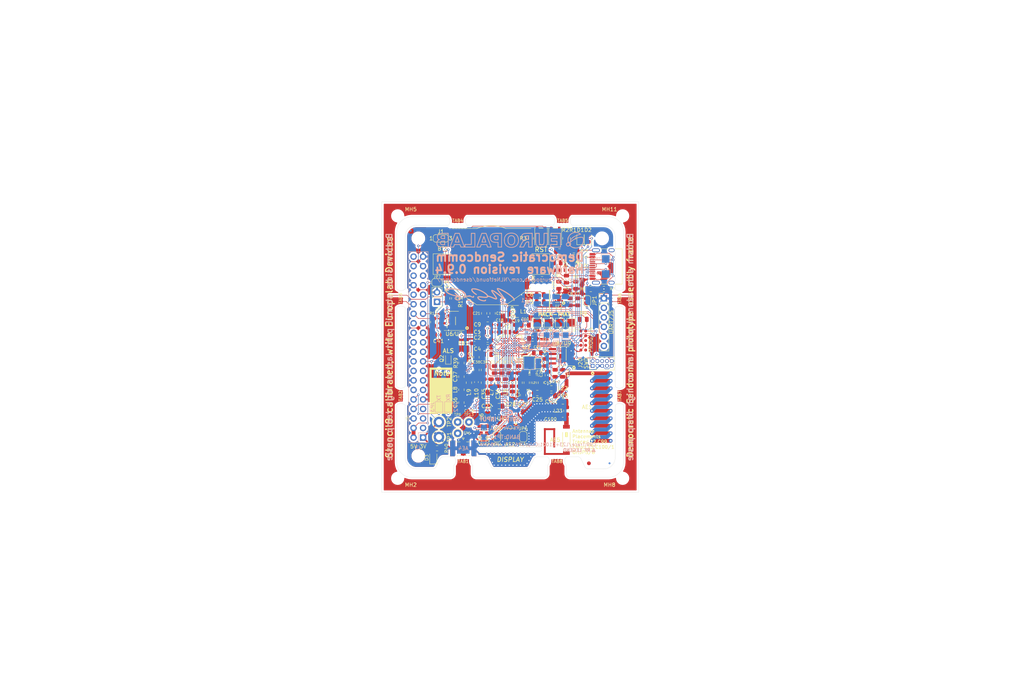
<source format=kicad_pcb>
(kicad_pcb (version 20171130) (host pcbnew 5.1.5+dfsg1-2build2)

  (general
    (thickness 1.6)
    (drawings 196)
    (tracks 1530)
    (zones 0)
    (modules 157)
    (nets 130)
  )

  (page A4)
  (title_block
    (title "Democratic Sendcomm")
    (date 2021-01-16)
    (rev 0.9.4)
    (company "Europalab Devices")
    (comment 1 "Copyright © 2021, Europalab Devices")
    (comment 2 "Fulfilling requirements of 20200210")
    (comment 3 "Pending quality assurance testing")
    (comment 4 "Release revision for manufacturing")
  )

  (layers
    (0 F.Cu signal)
    (1 In1.Cu power)
    (2 In2.Cu power)
    (31 B.Cu signal)
    (34 B.Paste user)
    (35 F.Paste user)
    (36 B.SilkS user)
    (37 F.SilkS user)
    (38 B.Mask user)
    (39 F.Mask user)
    (40 Dwgs.User user)
    (41 Cmts.User user)
    (44 Edge.Cuts user)
    (45 Margin user)
    (46 B.CrtYd user)
    (47 F.CrtYd user)
    (48 B.Fab user)
    (49 F.Fab user)
  )

  (setup
    (last_trace_width 0.127)
    (user_trace_width 0.1016)
    (user_trace_width 0.127)
    (user_trace_width 0.2)
    (user_trace_width 0.4)
    (user_trace_width 1.016)
    (trace_clearance 0.127)
    (zone_clearance 0.508)
    (zone_45_only no)
    (trace_min 0.09)
    (via_size 0.6)
    (via_drill 0.3)
    (via_min_size 0.356)
    (via_min_drill 0.2)
    (user_via 0.356 0.2)
    (user_via 0.45 0.2)
    (uvia_size 0.45)
    (uvia_drill 0.1)
    (uvias_allowed no)
    (uvia_min_size 0.45)
    (uvia_min_drill 0.1)
    (edge_width 0.05)
    (segment_width 0.1)
    (pcb_text_width 0.25)
    (pcb_text_size 1 1)
    (mod_edge_width 0.15)
    (mod_text_size 1 1)
    (mod_text_width 0.15)
    (pad_size 0.5 0.5)
    (pad_drill 0.5)
    (pad_to_mask_clearance 0)
    (aux_axis_origin 0 0)
    (visible_elements 7FFFFFFF)
    (pcbplotparams
      (layerselection 0x313fc_ffffffff)
      (usegerberextensions true)
      (usegerberattributes false)
      (usegerberadvancedattributes false)
      (creategerberjobfile false)
      (excludeedgelayer true)
      (linewidth 0.150000)
      (plotframeref false)
      (viasonmask false)
      (mode 1)
      (useauxorigin false)
      (hpglpennumber 1)
      (hpglpenspeed 20)
      (hpglpendiameter 15.000000)
      (psnegative false)
      (psa4output false)
      (plotreference true)
      (plotvalue true)
      (plotinvisibletext false)
      (padsonsilk false)
      (subtractmaskfromsilk false)
      (outputformat 1)
      (mirror false)
      (drillshape 0)
      (scaleselection 1)
      (outputdirectory "fabsingle"))
  )

  (net 0 "")
  (net 1 GND)
  (net 2 "Net-(AE1-Pad1)")
  (net 3 /Sheet5F53D5B4/RFSWPWR)
  (net 4 "Net-(C8-Pad1)")
  (net 5 /Sheet5F53D5B4/POWAMP)
  (net 6 "Net-(C13-Pad1)")
  (net 7 /Sheet5F53D5B4/HFOUT)
  (net 8 +3V3)
  (net 9 "Net-(C29-Pad1)")
  (net 10 /Sheet5F53D5B4/HPOUT)
  (net 11 /Sheet5F53D5B4/HFIN)
  (net 12 /Sheet5F53D5B4/BANDSEL)
  (net 13 "Net-(BT1-Pad1)")
  (net 14 /Sheet5F53D5B4/USB_BUS)
  (net 15 "Net-(C33-Pad1)")
  (net 16 "Net-(C34-Pad1)")
  (net 17 /Sheet5F53D5B4/CMDRST)
  (net 18 "Net-(D1-Pad2)")
  (net 19 "Net-(D1-Pad1)")
  (net 20 "Net-(D2-Pad1)")
  (net 21 "Net-(D2-Pad2)")
  (net 22 /Sheet5F53D5B4/USB_P)
  (net 23 /Sheet5F53D5B4/USB_N)
  (net 24 /Sheet60040980/ID_SD)
  (net 25 /Sheet60040980/ID_SC)
  (net 26 /Sheet5F53D5B4/SWDCLK)
  (net 27 "Net-(J3-Pad7)")
  (net 28 "Net-(J3-Pad8)")
  (net 29 "Net-(J4-Pad6)")
  (net 30 /Sheet5F53D5B4/CN_VBAT)
  (net 31 /Sheet5F53D5B4/XCEIV)
  (net 32 "Net-(AE5-Pad2)")
  (net 33 "Net-(C1-Pad1)")
  (net 34 "Net-(C7-Pad1)")
  (net 35 "Net-(C14-Pad1)")
  (net 36 "Net-(C17-Pad1)")
  (net 37 "Net-(C18-Pad2)")
  (net 38 "Net-(C19-Pad2)")
  (net 39 "Net-(C23-Pad2)")
  (net 40 "Net-(C23-Pad1)")
  (net 41 "Net-(C24-Pad1)")
  (net 42 "Net-(C24-Pad2)")
  (net 43 "Net-(C29-Pad2)")
  (net 44 "Net-(C33-Pad2)")
  (net 45 "Net-(C35-Pad2)")
  (net 46 "Net-(C40-Pad1)")
  (net 47 "Net-(J2-PadB5)")
  (net 48 "Net-(J2-PadA8)")
  (net 49 "Net-(J2-PadA5)")
  (net 50 "Net-(J2-PadB8)")
  (net 51 "Net-(J3-Pad2)")
  (net 52 "Net-(J3-Pad3)")
  (net 53 "Net-(J3-Pad5)")
  (net 54 "Net-(J3-Pad10)")
  (net 55 "Net-(J3-Pad11)")
  (net 56 "Net-(J3-Pad12)")
  (net 57 "Net-(J3-Pad13)")
  (net 58 "Net-(J3-Pad15)")
  (net 59 "Net-(J3-Pad16)")
  (net 60 "Net-(J3-Pad18)")
  (net 61 "Net-(J3-Pad19)")
  (net 62 "Net-(J3-Pad21)")
  (net 63 "Net-(J3-Pad22)")
  (net 64 "Net-(J3-Pad23)")
  (net 65 "Net-(J3-Pad24)")
  (net 66 "Net-(J3-Pad26)")
  (net 67 "Net-(J3-Pad29)")
  (net 68 "Net-(J3-Pad31)")
  (net 69 "Net-(J3-Pad32)")
  (net 70 "Net-(J3-Pad33)")
  (net 71 "Net-(J3-Pad35)")
  (net 72 "Net-(J3-Pad36)")
  (net 73 "Net-(J3-Pad38)")
  (net 74 "Net-(J3-Pad40)")
  (net 75 "Net-(J4-Pad7)")
  (net 76 "Net-(J4-Pad8)")
  (net 77 "Net-(J5-Pad2)")
  (net 78 "Net-(J5-Pad3)")
  (net 79 "Net-(J5-Pad6)")
  (net 80 "Net-(J6-Pad1)")
  (net 81 "Net-(L1-Pad2)")
  (net 82 "Net-(R3-Pad1)")
  (net 83 "Net-(R4-Pad1)")
  (net 84 "Net-(R4-Pad2)")
  (net 85 "Net-(U2-Pad5)")
  (net 86 "Net-(U3-PadG1)")
  (net 87 "Net-(U3-PadH1)")
  (net 88 "Net-(U3-PadE3)")
  (net 89 "Net-(U3-PadE4)")
  (net 90 "Net-(U3-PadF4)")
  (net 91 "Net-(U3-PadC7)")
  (net 92 "Net-(U3-PadD7)")
  (net 93 "Net-(U5-Pad3)")
  (net 94 "Net-(U5-Pad4)")
  (net 95 "Net-(U8-Pad7)")
  (net 96 "Net-(U8-Pad3)")
  (net 97 "Net-(U8-Pad2)")
  (net 98 "Net-(U8-Pad1)")
  (net 99 "Net-(U9-Pad1)")
  (net 100 "Net-(U9-Pad2)")
  (net 101 "Net-(U9-Pad3)")
  (net 102 "Net-(U9-Pad7)")
  (net 103 /Sheet5F53D5B4/SWDIO)
  (net 104 "Net-(AE2-Pad1)")
  (net 105 "Net-(AE4-Pad1)")
  (net 106 "Net-(AE5-Pad1)")
  (net 107 "Net-(J6-Pad2)")
  (net 108 "Net-(J6-Pad3)")
  (net 109 "Net-(J6-Pad4)")
  (net 110 "Net-(J7-Pad1)")
  (net 111 "Net-(C95-Pad1)")
  (net 112 /TP_SCL)
  (net 113 /TP_SDA)
  (net 114 "Net-(J20-Pad6)")
  (net 115 "Net-(J20-Pad7)")
  (net 116 "Net-(J20-Pad8)")
  (net 117 "Net-(Q2-Pad2)")
  (net 118 EXT_UART_TX)
  (net 119 EXT_UART_RX)
  (net 120 USB_TST)
  (net 121 "Net-(TP13-Pad1)")
  (net 122 "Net-(C94-Pad2)")
  (net 123 /Sheet5F53D5B4/CRY_XIN-RSVD)
  (net 124 /Sheet5F53D5B4/CRY_XOUT-RSVD)
  (net 125 "Net-(C97-Pad1)")
  (net 126 "Net-(C101-Pad1)")
  (net 127 "Net-(D3-Pad2)")
  (net 128 "Net-(JP4-Pad1)")
  (net 129 "Net-(U3-PadE5)")

  (net_class Default "This is the default net class."
    (clearance 0.127)
    (trace_width 0.127)
    (via_dia 0.6)
    (via_drill 0.3)
    (uvia_dia 0.45)
    (uvia_drill 0.1)
    (add_net +3V3)
    (add_net /Sheet5F53D5B4/BANDSEL)
    (add_net /Sheet5F53D5B4/CMDRST)
    (add_net /Sheet5F53D5B4/CN_VBAT)
    (add_net /Sheet5F53D5B4/CRY_XIN-RSVD)
    (add_net /Sheet5F53D5B4/CRY_XOUT-RSVD)
    (add_net /Sheet5F53D5B4/HFIN)
    (add_net /Sheet5F53D5B4/HFOUT)
    (add_net /Sheet5F53D5B4/HPOUT)
    (add_net /Sheet5F53D5B4/POWAMP)
    (add_net /Sheet5F53D5B4/RFSWPWR)
    (add_net /Sheet5F53D5B4/SWDCLK)
    (add_net /Sheet5F53D5B4/SWDIO)
    (add_net /Sheet5F53D5B4/USB_BUS)
    (add_net /Sheet5F53D5B4/USB_N)
    (add_net /Sheet5F53D5B4/USB_P)
    (add_net /Sheet5F53D5B4/XCEIV)
    (add_net /Sheet60040980/ID_SC)
    (add_net /Sheet60040980/ID_SD)
    (add_net /TP_SCL)
    (add_net /TP_SDA)
    (add_net EXT_UART_RX)
    (add_net EXT_UART_TX)
    (add_net GND)
    (add_net "Net-(AE1-Pad1)")
    (add_net "Net-(AE2-Pad1)")
    (add_net "Net-(AE4-Pad1)")
    (add_net "Net-(AE5-Pad1)")
    (add_net "Net-(AE5-Pad2)")
    (add_net "Net-(BT1-Pad1)")
    (add_net "Net-(C1-Pad1)")
    (add_net "Net-(C101-Pad1)")
    (add_net "Net-(C13-Pad1)")
    (add_net "Net-(C14-Pad1)")
    (add_net "Net-(C17-Pad1)")
    (add_net "Net-(C18-Pad2)")
    (add_net "Net-(C19-Pad2)")
    (add_net "Net-(C23-Pad1)")
    (add_net "Net-(C23-Pad2)")
    (add_net "Net-(C24-Pad1)")
    (add_net "Net-(C24-Pad2)")
    (add_net "Net-(C29-Pad1)")
    (add_net "Net-(C29-Pad2)")
    (add_net "Net-(C33-Pad1)")
    (add_net "Net-(C33-Pad2)")
    (add_net "Net-(C34-Pad1)")
    (add_net "Net-(C35-Pad2)")
    (add_net "Net-(C40-Pad1)")
    (add_net "Net-(C7-Pad1)")
    (add_net "Net-(C8-Pad1)")
    (add_net "Net-(C94-Pad2)")
    (add_net "Net-(C95-Pad1)")
    (add_net "Net-(C97-Pad1)")
    (add_net "Net-(D1-Pad1)")
    (add_net "Net-(D1-Pad2)")
    (add_net "Net-(D2-Pad1)")
    (add_net "Net-(D2-Pad2)")
    (add_net "Net-(D3-Pad2)")
    (add_net "Net-(J2-PadA5)")
    (add_net "Net-(J2-PadA8)")
    (add_net "Net-(J2-PadB5)")
    (add_net "Net-(J2-PadB8)")
    (add_net "Net-(J20-Pad6)")
    (add_net "Net-(J20-Pad7)")
    (add_net "Net-(J20-Pad8)")
    (add_net "Net-(J3-Pad10)")
    (add_net "Net-(J3-Pad11)")
    (add_net "Net-(J3-Pad12)")
    (add_net "Net-(J3-Pad13)")
    (add_net "Net-(J3-Pad15)")
    (add_net "Net-(J3-Pad16)")
    (add_net "Net-(J3-Pad18)")
    (add_net "Net-(J3-Pad19)")
    (add_net "Net-(J3-Pad2)")
    (add_net "Net-(J3-Pad21)")
    (add_net "Net-(J3-Pad22)")
    (add_net "Net-(J3-Pad23)")
    (add_net "Net-(J3-Pad24)")
    (add_net "Net-(J3-Pad26)")
    (add_net "Net-(J3-Pad29)")
    (add_net "Net-(J3-Pad3)")
    (add_net "Net-(J3-Pad31)")
    (add_net "Net-(J3-Pad32)")
    (add_net "Net-(J3-Pad33)")
    (add_net "Net-(J3-Pad35)")
    (add_net "Net-(J3-Pad36)")
    (add_net "Net-(J3-Pad38)")
    (add_net "Net-(J3-Pad40)")
    (add_net "Net-(J3-Pad5)")
    (add_net "Net-(J3-Pad7)")
    (add_net "Net-(J3-Pad8)")
    (add_net "Net-(J4-Pad6)")
    (add_net "Net-(J4-Pad7)")
    (add_net "Net-(J4-Pad8)")
    (add_net "Net-(J5-Pad2)")
    (add_net "Net-(J5-Pad3)")
    (add_net "Net-(J5-Pad6)")
    (add_net "Net-(J6-Pad1)")
    (add_net "Net-(J6-Pad2)")
    (add_net "Net-(J6-Pad3)")
    (add_net "Net-(J6-Pad4)")
    (add_net "Net-(J7-Pad1)")
    (add_net "Net-(JP4-Pad1)")
    (add_net "Net-(L1-Pad2)")
    (add_net "Net-(Q2-Pad2)")
    (add_net "Net-(R3-Pad1)")
    (add_net "Net-(R4-Pad1)")
    (add_net "Net-(R4-Pad2)")
    (add_net "Net-(TP13-Pad1)")
    (add_net "Net-(U2-Pad5)")
    (add_net "Net-(U3-PadC7)")
    (add_net "Net-(U3-PadD7)")
    (add_net "Net-(U3-PadE3)")
    (add_net "Net-(U3-PadE4)")
    (add_net "Net-(U3-PadE5)")
    (add_net "Net-(U3-PadF4)")
    (add_net "Net-(U3-PadG1)")
    (add_net "Net-(U3-PadH1)")
    (add_net "Net-(U5-Pad3)")
    (add_net "Net-(U5-Pad4)")
    (add_net "Net-(U8-Pad1)")
    (add_net "Net-(U8-Pad2)")
    (add_net "Net-(U8-Pad3)")
    (add_net "Net-(U8-Pad7)")
    (add_net "Net-(U9-Pad1)")
    (add_net "Net-(U9-Pad2)")
    (add_net "Net-(U9-Pad3)")
    (add_net "Net-(U9-Pad7)")
    (add_net USB_TST)
  )

  (net_class Power ""
    (clearance 0.2)
    (trace_width 0.5)
    (via_dia 1)
    (via_drill 0.7)
    (uvia_dia 0.5)
    (uvia_drill 0.1)
  )

  (module Elabdev:Millmax_Pogopin_2x4_P2.54mm (layer B.Cu) (tedit 60356AEB) (tstamp 5F6FEAB4)
    (at 159 97.5)
    (path /60040981/5F9DDFF1)
    (attr smd)
    (fp_text reference J6 (at -7 0 unlocked) (layer B.SilkS)
      (effects (font (size 1 1) (thickness 0.15)) (justify mirror))
    )
    (fp_text value Conn_02x04_Top_Bottom (at 0 -4 180) (layer B.Fab)
      (effects (font (size 1 1) (thickness 0.15)) (justify mirror))
    )
    (fp_line (start -5.08 2.54) (end -5.08 -2.54) (layer B.Fab) (width 0.15))
    (fp_line (start -5.08 -2.54) (end 5.08 -2.54) (layer B.Fab) (width 0.15))
    (fp_line (start 5.08 -2.54) (end 5.08 2.54) (layer B.Fab) (width 0.15))
    (fp_line (start 5.08 2.54) (end -5.08 2.54) (layer B.Fab) (width 0.15))
    (fp_line (start -5.5 -1.5) (end -4 -3) (layer B.SilkS) (width 0.15))
    (fp_line (start -5.5 3) (end -5.5 -1.5) (layer B.SilkS) (width 0.15))
    (fp_line (start -5.5 3) (end -2.5 3) (layer B.SilkS) (width 0.15))
    (fp_line (start 5.5 -3) (end 5.5 3) (layer B.SilkS) (width 0.15))
    (fp_line (start 5.5 -3) (end -4 -3) (layer B.SilkS) (width 0.15))
    (fp_line (start 5 3) (end 5.5 3) (layer B.SilkS) (width 0.15))
    (pad 5 smd circle (at -3.81 1.27) (size 2 2) (layers B.Cu B.Paste B.Mask)
      (net 112 /TP_SCL))
    (pad 6 smd circle (at -1.27 1.27) (size 2 2) (layers B.Cu B.Paste B.Mask)
      (net 113 /TP_SDA))
    (pad 7 smd circle (at 1.27 1.27) (size 2 2) (layers B.Cu B.Paste B.Mask)
      (net 8 +3V3))
    (pad 8 smd circle (at 3.81 1.27) (size 2 2) (layers B.Cu B.Paste B.Mask)
      (net 1 GND))
    (pad 4 smd circle (at 3.81 -1.27) (size 2 2) (layers B.Cu B.Paste B.Mask)
      (net 109 "Net-(J6-Pad4)"))
    (pad 3 smd circle (at 1.27 -1.27) (size 2 2) (layers B.Cu B.Paste B.Mask)
      (net 108 "Net-(J6-Pad3)"))
    (pad 2 smd circle (at -1.27 -1.27) (size 2 2) (layers B.Cu B.Paste B.Mask)
      (net 107 "Net-(J6-Pad2)"))
    (pad 1 smd circle (at -3.81 -1.27) (size 2 2) (layers B.Cu B.Paste B.Mask)
      (net 80 "Net-(J6-Pad1)"))
  )

  (module TestPoint:TestPoint_Pad_1.5x1.5mm (layer B.Cu) (tedit 5A0F774F) (tstamp 5FF29FC8)
    (at 157.73 101.31)
    (descr "SMD rectangular pad as test Point, square 1.5mm side length")
    (tags "test point SMD pad rectangle square")
    (path /60040981/5FF321A1)
    (attr virtual)
    (fp_text reference TP16 (at 0 1.69) (layer B.SilkS)
      (effects (font (size 0.5 0.5) (thickness 0.1)) (justify mirror))
    )
    (fp_text value Test (at 0 -2.05) (layer B.Fab)
      (effects (font (size 1 1) (thickness 0.15)) (justify mirror))
    )
    (fp_line (start 1.25 -1.25) (end -1.25 -1.25) (layer B.CrtYd) (width 0.05))
    (fp_line (start 1.25 -1.25) (end 1.25 1.25) (layer B.CrtYd) (width 0.05))
    (fp_line (start -1.25 1.25) (end -1.25 -1.25) (layer B.CrtYd) (width 0.05))
    (fp_line (start -1.25 1.25) (end 1.25 1.25) (layer B.CrtYd) (width 0.05))
    (fp_line (start -0.95 -0.95) (end -0.95 0.95) (layer B.SilkS) (width 0.12))
    (fp_line (start 0.95 -0.95) (end -0.95 -0.95) (layer B.SilkS) (width 0.12))
    (fp_line (start 0.95 0.95) (end 0.95 -0.95) (layer B.SilkS) (width 0.12))
    (fp_line (start -0.95 0.95) (end 0.95 0.95) (layer B.SilkS) (width 0.12))
    (fp_text user %R (at 0 2) (layer B.Fab)
      (effects (font (size 1 1) (thickness 0.15)) (justify mirror))
    )
    (pad 1 smd rect (at 0 0) (size 1.5 1.5) (layers B.Cu B.Mask)
      (net 26 /Sheet5F53D5B4/SWDCLK))
  )

  (module TestPoint:TestPoint_Pad_1.5x1.5mm (layer B.Cu) (tedit 5A0F774F) (tstamp 5FF29FBA)
    (at 160.27 101.31)
    (descr "SMD rectangular pad as test Point, square 1.5mm side length")
    (tags "test point SMD pad rectangle square")
    (path /60040981/5FF38589)
    (attr virtual)
    (fp_text reference TP15 (at 0 1.69) (layer B.SilkS)
      (effects (font (size 0.5 0.5) (thickness 0.1)) (justify mirror))
    )
    (fp_text value Test (at 0 -2.05) (layer B.Fab)
      (effects (font (size 1 1) (thickness 0.15)) (justify mirror))
    )
    (fp_line (start 1.25 -1.25) (end -1.25 -1.25) (layer B.CrtYd) (width 0.05))
    (fp_line (start 1.25 -1.25) (end 1.25 1.25) (layer B.CrtYd) (width 0.05))
    (fp_line (start -1.25 1.25) (end -1.25 -1.25) (layer B.CrtYd) (width 0.05))
    (fp_line (start -1.25 1.25) (end 1.25 1.25) (layer B.CrtYd) (width 0.05))
    (fp_line (start -0.95 -0.95) (end -0.95 0.95) (layer B.SilkS) (width 0.12))
    (fp_line (start 0.95 -0.95) (end -0.95 -0.95) (layer B.SilkS) (width 0.12))
    (fp_line (start 0.95 0.95) (end 0.95 -0.95) (layer B.SilkS) (width 0.12))
    (fp_line (start -0.95 0.95) (end 0.95 0.95) (layer B.SilkS) (width 0.12))
    (fp_text user %R (at 0 2) (layer B.Fab)
      (effects (font (size 1 1) (thickness 0.15)) (justify mirror))
    )
    (pad 1 smd rect (at 0 0) (size 1.5 1.5) (layers B.Cu B.Mask)
      (net 103 /Sheet5F53D5B4/SWDIO))
  )

  (module TestPoint:TestPoint_Pad_1.5x1.5mm (layer B.Cu) (tedit 5A0F774F) (tstamp 5FF29FAC)
    (at 162.81 101.31)
    (descr "SMD rectangular pad as test Point, square 1.5mm side length")
    (tags "test point SMD pad rectangle square")
    (path /60040981/5FF37EB1)
    (attr virtual)
    (fp_text reference TP14 (at 0 1.69) (layer B.SilkS)
      (effects (font (size 0.5 0.5) (thickness 0.1)) (justify mirror))
    )
    (fp_text value Test (at 0 -2.05) (layer B.Fab)
      (effects (font (size 1 1) (thickness 0.15)) (justify mirror))
    )
    (fp_text user %R (at 0 2) (layer B.Fab)
      (effects (font (size 1 1) (thickness 0.15)) (justify mirror))
    )
    (fp_line (start -0.95 0.95) (end 0.95 0.95) (layer B.SilkS) (width 0.12))
    (fp_line (start 0.95 0.95) (end 0.95 -0.95) (layer B.SilkS) (width 0.12))
    (fp_line (start 0.95 -0.95) (end -0.95 -0.95) (layer B.SilkS) (width 0.12))
    (fp_line (start -0.95 -0.95) (end -0.95 0.95) (layer B.SilkS) (width 0.12))
    (fp_line (start -1.25 1.25) (end 1.25 1.25) (layer B.CrtYd) (width 0.05))
    (fp_line (start -1.25 1.25) (end -1.25 -1.25) (layer B.CrtYd) (width 0.05))
    (fp_line (start 1.25 -1.25) (end 1.25 1.25) (layer B.CrtYd) (width 0.05))
    (fp_line (start 1.25 -1.25) (end -1.25 -1.25) (layer B.CrtYd) (width 0.05))
    (pad 1 smd rect (at 0 0) (size 1.5 1.5) (layers B.Cu B.Mask)
      (net 17 /Sheet5F53D5B4/CMDRST))
  )

  (module Inductor_SMD:L_0603_1608Metric (layer F.Cu) (tedit 5B301BBE) (tstamp 5FEA20A6)
    (at 160.5375 84)
    (descr "Inductor SMD 0603 (1608 Metric), square (rectangular) end terminal, IPC_7351 nominal, (Body size source: http://www.tortai-tech.com/upload/download/2011102023233369053.pdf), generated with kicad-footprint-generator")
    (tags inductor)
    (path /60040981/5FECBBBC)
    (attr smd)
    (fp_text reference FB2 (at 0 1.4 180) (layer F.SilkS)
      (effects (font (size 0.7 0.7) (thickness 0.1)))
    )
    (fp_text value BLM18PG471SN1D (at 0 1.65) (layer F.Fab)
      (effects (font (size 1 1) (thickness 0.15)))
    )
    (fp_text user %R (at 0 0) (layer F.Fab)
      (effects (font (size 0.5 0.5) (thickness 0.08)))
    )
    (fp_line (start 1.48 0.73) (end -1.48 0.73) (layer F.CrtYd) (width 0.05))
    (fp_line (start 1.48 -0.73) (end 1.48 0.73) (layer F.CrtYd) (width 0.05))
    (fp_line (start -1.48 -0.73) (end 1.48 -0.73) (layer F.CrtYd) (width 0.05))
    (fp_line (start -1.48 0.73) (end -1.48 -0.73) (layer F.CrtYd) (width 0.05))
    (fp_line (start -0.162779 0.51) (end 0.162779 0.51) (layer F.SilkS) (width 0.12))
    (fp_line (start -0.162779 -0.51) (end 0.162779 -0.51) (layer F.SilkS) (width 0.12))
    (fp_line (start 0.8 0.4) (end -0.8 0.4) (layer F.Fab) (width 0.1))
    (fp_line (start 0.8 -0.4) (end 0.8 0.4) (layer F.Fab) (width 0.1))
    (fp_line (start -0.8 -0.4) (end 0.8 -0.4) (layer F.Fab) (width 0.1))
    (fp_line (start -0.8 0.4) (end -0.8 -0.4) (layer F.Fab) (width 0.1))
    (pad 2 smd roundrect (at 0.7875 0) (size 0.875 0.95) (layers F.Cu F.Paste F.Mask) (roundrect_rratio 0.25)
      (net 125 "Net-(C97-Pad1)"))
    (pad 1 smd roundrect (at -0.7875 0) (size 0.875 0.95) (layers F.Cu F.Paste F.Mask) (roundrect_rratio 0.25)
      (net 14 /Sheet5F53D5B4/USB_BUS))
    (model ${KISYS3DMOD}/Inductor_SMD.3dshapes/L_0603_1608Metric.wrl
      (at (xyz 0 0 0))
      (scale (xyz 1 1 1))
      (rotate (xyz 0 0 0))
    )
  )

  (module Inductor_SMD:L_0603_1608Metric (layer F.Cu) (tedit 5B301BBE) (tstamp 5FC0418D)
    (at 138.5 103.5)
    (descr "Inductor SMD 0603 (1608 Metric), square (rectangular) end terminal, IPC_7351 nominal, (Body size source: http://www.tortai-tech.com/upload/download/2011102023233369053.pdf), generated with kicad-footprint-generator")
    (tags inductor)
    (path /5F53D5B5/5F613B5F)
    (attr smd)
    (fp_text reference FB1 (at -3 0) (layer F.SilkS)
      (effects (font (size 1 1) (thickness 0.15)))
    )
    (fp_text value BLM18PG471SN1D (at 0 1.65) (layer F.Fab)
      (effects (font (size 1 1) (thickness 0.15)))
    )
    (fp_text user %R (at 0 0) (layer F.Fab)
      (effects (font (size 0.5 0.5) (thickness 0.08)))
    )
    (fp_line (start 1.48 0.73) (end -1.48 0.73) (layer F.CrtYd) (width 0.05))
    (fp_line (start 1.48 -0.73) (end 1.48 0.73) (layer F.CrtYd) (width 0.05))
    (fp_line (start -1.48 -0.73) (end 1.48 -0.73) (layer F.CrtYd) (width 0.05))
    (fp_line (start -1.48 0.73) (end -1.48 -0.73) (layer F.CrtYd) (width 0.05))
    (fp_line (start -0.162779 0.51) (end 0.162779 0.51) (layer F.SilkS) (width 0.12))
    (fp_line (start -0.162779 -0.51) (end 0.162779 -0.51) (layer F.SilkS) (width 0.12))
    (fp_line (start 0.8 0.4) (end -0.8 0.4) (layer F.Fab) (width 0.1))
    (fp_line (start 0.8 -0.4) (end 0.8 0.4) (layer F.Fab) (width 0.1))
    (fp_line (start -0.8 -0.4) (end 0.8 -0.4) (layer F.Fab) (width 0.1))
    (fp_line (start -0.8 0.4) (end -0.8 -0.4) (layer F.Fab) (width 0.1))
    (pad 2 smd roundrect (at 0.7875 0) (size 0.875 0.95) (layers F.Cu F.Paste F.Mask) (roundrect_rratio 0.25)
      (net 33 "Net-(C1-Pad1)"))
    (pad 1 smd roundrect (at -0.7875 0) (size 0.875 0.95) (layers F.Cu F.Paste F.Mask) (roundrect_rratio 0.25)
      (net 8 +3V3))
    (model ${KISYS3DMOD}/Inductor_SMD.3dshapes/L_0603_1608Metric.wrl
      (at (xyz 0 0 0))
      (scale (xyz 1 1 1))
      (rotate (xyz 0 0 0))
    )
  )

  (module Capacitor_SMD:C_0805_2012Metric (layer F.Cu) (tedit 5B36C52B) (tstamp 5F6870D5)
    (at 140 126.5625 270)
    (descr "Capacitor SMD 0805 (2012 Metric), square (rectangular) end terminal, IPC_7351 nominal, (Body size source: https://docs.google.com/spreadsheets/d/1BsfQQcO9C6DZCsRaXUlFlo91Tg2WpOkGARC1WS5S8t0/edit?usp=sharing), generated with kicad-footprint-generator")
    (tags capacitor)
    (path /5F5C0728/5F5D6DA0)
    (attr smd)
    (fp_text reference C30 (at 2.9375 0 90) (layer F.SilkS)
      (effects (font (size 0.875 0.875) (thickness 0.125)))
    )
    (fp_text value 2,7pF (at 0 1.65 90) (layer F.Fab)
      (effects (font (size 1 1) (thickness 0.15)))
    )
    (fp_text user %R (at 0 0 90) (layer F.Fab)
      (effects (font (size 0.5 0.5) (thickness 0.08)))
    )
    (fp_line (start 1.68 0.95) (end -1.68 0.95) (layer F.CrtYd) (width 0.05))
    (fp_line (start 1.68 -0.95) (end 1.68 0.95) (layer F.CrtYd) (width 0.05))
    (fp_line (start -1.68 -0.95) (end 1.68 -0.95) (layer F.CrtYd) (width 0.05))
    (fp_line (start -1.68 0.95) (end -1.68 -0.95) (layer F.CrtYd) (width 0.05))
    (fp_line (start -0.258578 0.71) (end 0.258578 0.71) (layer F.SilkS) (width 0.12))
    (fp_line (start -0.258578 -0.71) (end 0.258578 -0.71) (layer F.SilkS) (width 0.12))
    (fp_line (start 1 0.6) (end -1 0.6) (layer F.Fab) (width 0.1))
    (fp_line (start 1 -0.6) (end 1 0.6) (layer F.Fab) (width 0.1))
    (fp_line (start -1 -0.6) (end 1 -0.6) (layer F.Fab) (width 0.1))
    (fp_line (start -1 0.6) (end -1 -0.6) (layer F.Fab) (width 0.1))
    (pad 2 smd roundrect (at 0.9375 0 270) (size 0.975 1.4) (layers F.Cu F.Paste F.Mask) (roundrect_rratio 0.25)
      (net 1 GND))
    (pad 1 smd roundrect (at -0.9375 0 270) (size 0.975 1.4) (layers F.Cu F.Paste F.Mask) (roundrect_rratio 0.25)
      (net 9 "Net-(C29-Pad1)"))
    (model ${KISYS3DMOD}/Capacitor_SMD.3dshapes/C_0805_2012Metric.wrl
      (at (xyz 0 0 0))
      (scale (xyz 1 1 1))
      (rotate (xyz 0 0 0))
    )
  )

  (module Connector_Coaxial:SMA_Samtec_SMA-J-P-X-ST-EM1_EdgeMount (layer F.Cu) (tedit 5FE90BFC) (tstamp 5F686FA8)
    (at 135.5 131.5)
    (descr "Connector SMA, 0Hz to 20GHz, 50Ohm, Edge Mount (http://suddendocs.samtec.com/prints/sma-j-p-x-st-em1-mkt.pdf)")
    (tags "SMA Straight Samtec Edge Mount")
    (path /5F5C0728/6000659E)
    (attr smd)
    (fp_text reference AE4 (at 0 0 unlocked) (layer B.SilkS)
      (effects (font (size 1 1) (thickness 0.15)) (justify mirror))
    )
    (fp_text value Antenna_Shield (at 0 13) (layer F.Fab)
      (effects (font (size 1 1) (thickness 0.15)))
    )
    (fp_text user "Board Thickness: 1.57mm" (at 0 -5.45) (layer Cmts.User)
      (effects (font (size 1 1) (thickness 0.15)))
    )
    (fp_line (start 0.84 -1.71) (end 1.95 -1.71) (layer F.SilkS) (width 0.12))
    (fp_line (start -1.95 -1.71) (end -0.84 -1.71) (layer F.SilkS) (width 0.12))
    (fp_line (start 0.84 2) (end 1.95 2) (layer F.SilkS) (width 0.12))
    (fp_line (start -1.95 2) (end -0.84 2) (layer F.SilkS) (width 0.12))
    (fp_line (start 3.68 2.6) (end 3.68 12.12) (layer B.CrtYd) (width 0.05))
    (fp_line (start 4 2.6) (end 3.68 2.6) (layer B.CrtYd) (width 0.05))
    (fp_line (start -3.68 12.12) (end -3.68 2.6) (layer B.CrtYd) (width 0.05))
    (fp_line (start -3.68 2.6) (end -4 2.6) (layer B.CrtYd) (width 0.05))
    (fp_line (start 3.68 2.6) (end 3.68 12.12) (layer F.CrtYd) (width 0.05))
    (fp_line (start 3.68 2.6) (end 4 2.6) (layer F.CrtYd) (width 0.05))
    (fp_line (start -3.68 12.12) (end -3.68 2.6) (layer F.CrtYd) (width 0.05))
    (fp_line (start -3.68 2.6) (end -4 2.6) (layer F.CrtYd) (width 0.05))
    (fp_text user "PCB Edge" (at 0 2.6) (layer Dwgs.User)
      (effects (font (size 0.5 0.5) (thickness 0.1)))
    )
    (fp_line (start 4.1 2.1) (end -4.1 2.1) (layer Dwgs.User) (width 0.1))
    (fp_line (start -3.175 -1.71) (end -3.175 11.62) (layer F.Fab) (width 0.1))
    (fp_line (start -2.365 -1.71) (end -3.175 -1.71) (layer F.Fab) (width 0.1))
    (fp_line (start -2.365 2.1) (end -2.365 -1.71) (layer F.Fab) (width 0.1))
    (fp_line (start 2.365 2.1) (end -2.365 2.1) (layer F.Fab) (width 0.1))
    (fp_line (start 2.365 -1.71) (end 2.365 2.1) (layer F.Fab) (width 0.1))
    (fp_line (start 3.175 -1.71) (end 2.365 -1.71) (layer F.Fab) (width 0.1))
    (fp_line (start 3.175 -1.71) (end 3.175 11.62) (layer F.Fab) (width 0.1))
    (fp_line (start 3.165 11.62) (end -3.165 11.62) (layer F.Fab) (width 0.1))
    (fp_line (start -4 -2.6) (end 4 -2.6) (layer B.CrtYd) (width 0.05))
    (fp_line (start -4 2.6) (end -4 -2.6) (layer B.CrtYd) (width 0.05))
    (fp_line (start 3.68 12.12) (end -3.68 12.12) (layer B.CrtYd) (width 0.05))
    (fp_line (start 4 2.6) (end 4 -2.6) (layer B.CrtYd) (width 0.05))
    (fp_line (start -4 -2.6) (end 4 -2.6) (layer F.CrtYd) (width 0.05))
    (fp_line (start -4 2.6) (end -4 -2.6) (layer F.CrtYd) (width 0.05))
    (fp_line (start 3.68 12.12) (end -3.68 12.12) (layer F.CrtYd) (width 0.05))
    (fp_line (start 4 2.6) (end 4 -2.6) (layer F.CrtYd) (width 0.05))
    (fp_text user %R (at 0 4.29 180) (layer F.Fab)
      (effects (font (size 1 1) (thickness 0.15)))
    )
    (fp_line (start 0.64 2.1) (end 0 3.1) (layer F.Fab) (width 0.1))
    (fp_line (start 0 3.1) (end -0.64 2.1) (layer F.Fab) (width 0.1))
    (fp_line (start 0 -2.26) (end 0.25 -2.76) (layer F.SilkS) (width 0.12))
    (fp_line (start 0.25 -2.76) (end -0.25 -2.76) (layer F.SilkS) (width 0.12))
    (fp_line (start -0.25 -2.76) (end 0 -2.26) (layer F.SilkS) (width 0.12))
    (pad 1 smd rect (at 0 0.2) (size 1.27 3.6) (layers F.Cu F.Mask)
      (net 105 "Net-(AE4-Pad1)"))
    (pad 2 smd rect (at 2.825 0) (size 1.35 4.2) (layers F.Cu F.Mask)
      (net 1 GND))
    (pad 2 smd rect (at -2.825 0) (size 1.35 4.2) (layers F.Cu F.Mask)
      (net 1 GND))
    (pad 2 smd rect (at 2.825 0) (size 1.35 4.2) (layers B.Cu B.Mask)
      (net 1 GND))
    (pad 2 smd rect (at -2.825 0) (size 1.35 4.2) (layers B.Cu B.Mask)
      (net 1 GND))
    (model ${KISYS3DMOD}/Connector_Coaxial.3dshapes/SMA_Samtec_SMA-J-P-X-ST-EM1_EdgeMount.wrl
      (at (xyz 0 0 0))
      (scale (xyz 1 1 1))
      (rotate (xyz 0 0 0))
    )
    (model ${KIPRJMOD}/modules/packages3d/RF_Antenna.3dshapes/SMA-J-P-H-ST-EM1.wrl
      (offset (xyz 0 -4 0.5))
      (scale (xyz 0.4 0.4 0.4))
      (rotate (xyz 180 -90 0))
    )
  )

  (module Connector_PinHeader_2.54mm:PinHeader_1x06_P2.54mm_Vertical (layer F.Cu) (tedit 59FED5CC) (tstamp 5FF83409)
    (at 173 91.5)
    (descr "Through hole straight pin header, 1x06, 2.54mm pitch, single row")
    (tags "Through hole pin header THT 1x06 2.54mm single row")
    (path /60040981/6006812D)
    (fp_text reference J5 (at 2 5 90) (layer F.SilkS)
      (effects (font (size 1 1) (thickness 0.15)) (justify left))
    )
    (fp_text value Conn_01x06_Male (at 4.385 14.97) (layer F.Fab)
      (effects (font (size 1 1) (thickness 0.15)))
    )
    (fp_text user %R (at 2.77 6.35 90) (layer F.Fab)
      (effects (font (size 1 1) (thickness 0.15)))
    )
    (fp_line (start 1.8 -1.8) (end -1.8 -1.8) (layer F.CrtYd) (width 0.05))
    (fp_line (start 1.8 14.5) (end 1.8 -1.8) (layer F.CrtYd) (width 0.05))
    (fp_line (start -1.8 14.5) (end 1.8 14.5) (layer F.CrtYd) (width 0.05))
    (fp_line (start -1.8 -1.8) (end -1.8 14.5) (layer F.CrtYd) (width 0.05))
    (fp_line (start -1.33 -1.33) (end 0 -1.33) (layer F.SilkS) (width 0.12))
    (fp_line (start -1.33 0) (end -1.33 -1.33) (layer F.SilkS) (width 0.12))
    (fp_line (start -1.33 1.27) (end 1.33 1.27) (layer F.SilkS) (width 0.12))
    (fp_line (start 1.33 1.27) (end 1.33 14.03) (layer F.SilkS) (width 0.12))
    (fp_line (start -1.33 1.27) (end -1.33 14.03) (layer F.SilkS) (width 0.12))
    (fp_line (start -1.33 14.03) (end 1.33 14.03) (layer F.SilkS) (width 0.12))
    (fp_line (start -1.27 -0.635) (end -0.635 -1.27) (layer F.Fab) (width 0.1))
    (fp_line (start -1.27 13.97) (end -1.27 -0.635) (layer F.Fab) (width 0.1))
    (fp_line (start 1.27 13.97) (end -1.27 13.97) (layer F.Fab) (width 0.1))
    (fp_line (start 1.27 -1.27) (end 1.27 13.97) (layer F.Fab) (width 0.1))
    (fp_line (start -0.635 -1.27) (end 1.27 -1.27) (layer F.Fab) (width 0.1))
    (pad 6 thru_hole oval (at 0 12.7) (size 1.7 1.7) (drill 1) (layers *.Cu *.Mask)
      (net 79 "Net-(J5-Pad6)"))
    (pad 5 thru_hole oval (at 0 10.16) (size 1.7 1.7) (drill 1) (layers *.Cu *.Mask)
      (net 118 EXT_UART_TX))
    (pad 4 thru_hole oval (at 0 7.62) (size 1.7 1.7) (drill 1) (layers *.Cu *.Mask)
      (net 119 EXT_UART_RX))
    (pad 3 thru_hole oval (at 0 5.08) (size 1.7 1.7) (drill 1) (layers *.Cu *.Mask)
      (net 78 "Net-(J5-Pad3)"))
    (pad 2 thru_hole oval (at 0 2.54) (size 1.7 1.7) (drill 1) (layers *.Cu *.Mask)
      (net 77 "Net-(J5-Pad2)"))
    (pad 1 thru_hole rect (at 0 0) (size 1.7 1.7) (drill 1) (layers *.Cu *.Mask)
      (net 1 GND))
    (model ${KISYS3DMOD}/Connector_PinHeader_2.54mm.3dshapes/PinHeader_1x06_P2.54mm_Vertical.wrl
      (at (xyz 0 0 0))
      (scale (xyz 1 1 1))
      (rotate (xyz 0 0 0))
    )
  )

  (module RF_Antenna:Texas_SWRA416_868MHz_915MHz (layer F.Cu) (tedit 5CF40AFD) (tstamp 5F686F31)
    (at 169 120.5 270)
    (descr http://www.ti.com/lit/an/swra416/swra416.pdf)
    (tags "PCB antenna")
    (path /5F5C0728/60008187)
    (attr smd)
    (fp_text reference AE1 (at 0 0.5 180) (layer F.SilkS)
      (effects (font (size 1 1) (thickness 0.15)))
    )
    (fp_text value Antenna (at 0.1 -7.6 90) (layer F.Fab)
      (effects (font (size 1 1) (thickness 0.15)))
    )
    (fp_line (start 9.7 2.1) (end 6.2 5.7) (layer Dwgs.User) (width 0.12))
    (fp_line (start 9.7 0.1) (end 4.3 5.7) (layer Dwgs.User) (width 0.12))
    (fp_line (start 9.7 -1.9) (end 2.3 5.7) (layer Dwgs.User) (width 0.12))
    (fp_line (start 9.7 -3.9) (end 0.2 5.7) (layer Dwgs.User) (width 0.12))
    (fp_line (start 9.7 -5.9) (end -1.8 5.7) (layer Dwgs.User) (width 0.12))
    (fp_line (start 8.3 -6.5) (end -3.8 5.7) (layer Dwgs.User) (width 0.12))
    (fp_line (start 6.3 -6.5) (end -5.8 5.7) (layer Dwgs.User) (width 0.12))
    (fp_line (start 4.3 -6.5) (end -7.8 5.7) (layer Dwgs.User) (width 0.12))
    (fp_line (start -9.7 5.5) (end 2.3 -6.5) (layer Dwgs.User) (width 0.12))
    (fp_line (start -9.7 3.5) (end 0.3 -6.5) (layer Dwgs.User) (width 0.12))
    (fp_line (start -9.7 1.5) (end -1.7 -6.5) (layer Dwgs.User) (width 0.12))
    (fp_line (start -9.7 -0.5) (end -3.7 -6.5) (layer Dwgs.User) (width 0.12))
    (fp_line (start -9.7 -2.5) (end -5.7 -6.5) (layer Dwgs.User) (width 0.12))
    (fp_line (start -9.7 -4.5) (end -7.7 -6.5) (layer Dwgs.User) (width 0.12))
    (fp_line (start 9.7 -6.5) (end -9.7 -6.5) (layer Dwgs.User) (width 0.15))
    (fp_line (start 9.7 5.7) (end 9.7 -6.5) (layer Dwgs.User) (width 0.15))
    (fp_line (start -9.7 5.7) (end 9.7 5.7) (layer Dwgs.User) (width 0.15))
    (fp_line (start -9.7 -6.5) (end -9.7 5.7) (layer Dwgs.User) (width 0.15))
    (fp_line (start 7 -5.8) (end 8 -4.8) (layer B.Cu) (width 1))
    (fp_line (start 8 -1.8) (end 9 -0.8) (layer B.Cu) (width 1))
    (fp_line (start 8 -4.8) (end 8 -1.8) (layer B.Cu) (width 1))
    (fp_line (start 9 -5.8) (end 9 -0.8) (layer F.Cu) (width 1))
    (fp_line (start 5 -5.8) (end 6 -4.8) (layer B.Cu) (width 1))
    (fp_line (start 6 -1.8) (end 7 -0.8) (layer B.Cu) (width 1))
    (fp_line (start 6 -4.8) (end 6 -1.8) (layer B.Cu) (width 1))
    (fp_line (start 7 -5.8) (end 7 -0.8) (layer F.Cu) (width 1))
    (fp_line (start 3 -5.8) (end 4 -4.8) (layer B.Cu) (width 1))
    (fp_line (start 4 -1.8) (end 5 -0.8) (layer B.Cu) (width 1))
    (fp_line (start 4 -4.8) (end 4 -1.8) (layer B.Cu) (width 1))
    (fp_line (start 5 -5.8) (end 5 -0.8) (layer F.Cu) (width 1))
    (fp_line (start 1 -5.8) (end 2 -4.8) (layer B.Cu) (width 1))
    (fp_line (start 2 -1.8) (end 3 -0.8) (layer B.Cu) (width 1))
    (fp_line (start 2 -4.8) (end 2 -1.8) (layer B.Cu) (width 1))
    (fp_line (start 3 -5.8) (end 3 -0.8) (layer F.Cu) (width 1))
    (fp_line (start -1 -5.8) (end 0 -4.8) (layer B.Cu) (width 1))
    (fp_line (start 0 -1.8) (end 1 -0.8) (layer B.Cu) (width 1))
    (fp_line (start 0 -4.8) (end 0 -1.8) (layer B.Cu) (width 1))
    (fp_line (start 1 -5.8) (end 1 -0.8) (layer F.Cu) (width 1))
    (fp_line (start -3 -5.8) (end -2 -4.8) (layer B.Cu) (width 1))
    (fp_line (start -2 -1.8) (end -1 -0.8) (layer B.Cu) (width 1))
    (fp_line (start -2 -4.8) (end -2 -1.8) (layer B.Cu) (width 1))
    (fp_line (start -1 -5.8) (end -1 -0.8) (layer F.Cu) (width 1))
    (fp_line (start -4 -4.8) (end -4 -1.8) (layer B.Cu) (width 1))
    (fp_line (start -5 -5.8) (end -4 -4.8) (layer B.Cu) (width 1))
    (fp_line (start -4 -1.8) (end -3 -0.8) (layer B.Cu) (width 1))
    (fp_line (start -3 -5.8) (end -3 -0.8) (layer F.Cu) (width 1))
    (fp_line (start -6 -4.8) (end -6 -1.8) (layer B.Cu) (width 1))
    (fp_line (start -7 -5.8) (end -6 -4.8) (layer B.Cu) (width 1))
    (fp_line (start -6 -1.8) (end -5 -0.8) (layer B.Cu) (width 1))
    (fp_line (start -5 -5.8) (end -5 -0.8) (layer F.Cu) (width 1))
    (fp_line (start -7 -5.8) (end -7 -0.8) (layer F.Cu) (width 1))
    (fp_line (start -9 5.2) (end -9 -5.8) (layer F.Cu) (width 1))
    (fp_line (start -9 -5.8) (end -8 -4.8) (layer B.Cu) (width 1))
    (fp_line (start -8 -4.8) (end -8 -1.8) (layer B.Cu) (width 1))
    (fp_line (start -8 -1.8) (end -7 -0.8) (layer B.Cu) (width 1))
    (fp_line (start 9.7 4.1) (end 8.2 5.7) (layer Dwgs.User) (width 0.12))
    (fp_line (start -9.9 -6.7) (end -9.9 5.9) (layer F.CrtYd) (width 0.05))
    (fp_line (start -9.9 5.9) (end 9.9 5.9) (layer F.CrtYd) (width 0.05))
    (fp_line (start 9.9 5.9) (end 9.9 -6.7) (layer F.CrtYd) (width 0.05))
    (fp_line (start 9.9 -6.7) (end -9.9 -6.7) (layer F.CrtYd) (width 0.05))
    (fp_line (start 9.9 -6.7) (end -9.9 -6.7) (layer B.CrtYd) (width 0.05))
    (fp_line (start 9.9 5.9) (end 9.9 -6.7) (layer B.CrtYd) (width 0.05))
    (fp_line (start -9.9 -6.7) (end -9.9 5.9) (layer B.CrtYd) (width 0.05))
    (fp_line (start -9.9 5.9) (end 9.9 5.9) (layer B.CrtYd) (width 0.05))
    (fp_text user "KEEP-OUT ZONE" (at 1 -2.8 90) (layer Cmts.User)
      (effects (font (size 1 1) (thickness 0.15)))
    )
    (fp_text user "No metal, traces or " (at 1 0.2 90) (layer Cmts.User)
      (effects (font (size 1 1) (thickness 0.15)))
    )
    (fp_text user "any components on" (at 1 2.2 90) (layer Cmts.User)
      (effects (font (size 1 1) (thickness 0.15)))
    )
    (fp_text user " any PCB layer." (at 1 4.2 90) (layer Cmts.User)
      (effects (font (size 1 1) (thickness 0.15)))
    )
    (fp_text user %R (at -0.4 6.6 90) (layer F.Fab)
      (effects (font (size 1 1) (thickness 0.15)))
    )
    (pad "" thru_hole circle (at 9 -0.8 90) (size 1 1) (drill 0.4) (layers *.Cu))
    (pad "" thru_hole circle (at 9 -5.8 90) (size 1 1) (drill 0.4) (layers *.Cu))
    (pad "" thru_hole circle (at 7 -5.8 90) (size 1 1) (drill 0.4) (layers *.Cu))
    (pad "" thru_hole circle (at 7 -0.8 90) (size 1 1) (drill 0.4) (layers *.Cu))
    (pad "" thru_hole circle (at 5 -0.8 90) (size 1 1) (drill 0.4) (layers *.Cu))
    (pad "" thru_hole circle (at 5 -5.8 90) (size 1 1) (drill 0.4) (layers *.Cu))
    (pad "" thru_hole circle (at 3 -0.8 90) (size 1 1) (drill 0.4) (layers *.Cu))
    (pad "" thru_hole circle (at 3 -5.8 90) (size 1 1) (drill 0.4) (layers *.Cu))
    (pad "" thru_hole circle (at 1 -5.8 90) (size 1 1) (drill 0.4) (layers *.Cu))
    (pad "" thru_hole circle (at 1 -0.8 90) (size 1 1) (drill 0.4) (layers *.Cu))
    (pad "" thru_hole circle (at -1 -0.8 90) (size 1 1) (drill 0.4) (layers *.Cu))
    (pad "" thru_hole circle (at -1 -5.8 90) (size 1 1) (drill 0.4) (layers *.Cu))
    (pad "" thru_hole circle (at -3 -5.8 90) (size 1 1) (drill 0.4) (layers *.Cu))
    (pad "" thru_hole circle (at -3 -0.8 90) (size 1 1) (drill 0.4) (layers *.Cu))
    (pad "" thru_hole circle (at -5 -0.8 90) (size 1 1) (drill 0.4) (layers *.Cu))
    (pad "" thru_hole circle (at -5 -5.8 90) (size 1 1) (drill 0.4) (layers *.Cu))
    (pad "" thru_hole circle (at -7 -5.8 90) (size 1 1) (drill 0.4) (layers *.Cu))
    (pad "" thru_hole circle (at -7 -0.8 90) (size 1 1) (drill 0.4) (layers *.Cu))
    (pad "" thru_hole circle (at -9 -5.8 90) (size 1 1) (drill 0.4) (layers *.Cu))
    (pad 1 smd trapezoid (at -9 5.9 90) (size 0.4 0.8) (rect_delta 0 0.3 ) (layers F.Cu)
      (net 2 "Net-(AE1-Pad1)"))
  )

  (module Elabdev:Panel_Mousetab_25mm_Single (layer F.Cu) (tedit 5CD9E502) (tstamp 60039779)
    (at 160.5 135 90)
    (path /5CD9EB0D)
    (fp_text reference TAB8 (at 0 0) (layer F.SilkS)
      (effects (font (size 0.8 0.8) (thickness 0.13)))
    )
    (fp_text value Pantab (at -3.25 0 180) (layer F.Fab)
      (effects (font (size 1 1) (thickness 0.15)))
    )
    (fp_line (start 1.25 -2.2) (end 1.25 2.2) (layer F.Fab) (width 0.15))
    (fp_line (start -1.25 -2.2) (end -1.25 2.2) (layer F.Fab) (width 0.15))
    (fp_line (start 2.1 -2.6) (end 2.1 2.6) (layer F.CrtYd) (width 0.15))
    (fp_line (start 2.1 2.6) (end -2.1 2.6) (layer F.CrtYd) (width 0.15))
    (fp_line (start -2.1 2.6) (end -2.1 -2.6) (layer F.CrtYd) (width 0.15))
    (fp_line (start -2.1 -2.6) (end 2.1 -2.6) (layer F.CrtYd) (width 0.15))
    (pad "" np_thru_hole circle (at 1.35 2 90) (size 0.5 0.5) (drill 0.5) (layers *.Cu))
    (pad "" np_thru_hole circle (at 1.35 1.2 90) (size 0.5 0.5) (drill 0.5) (layers *.Cu))
    (pad "" np_thru_hole circle (at 1.35 0.4 90) (size 0.5 0.5) (drill 0.5) (layers *.Cu))
    (pad "" np_thru_hole circle (at 1.35 -0.4 90) (size 0.5 0.5) (drill 0.5) (layers *.Cu))
    (pad "" np_thru_hole circle (at 1.35 -1.2 90) (size 0.5 0.5) (drill 0.5) (layers *.Cu))
    (pad "" np_thru_hole circle (at 1.35 -2 90) (size 0.5 0.5) (drill 0.5) (layers *.Cu))
  )

  (module Capacitor_SMD:C_0805_2012Metric (layer F.Cu) (tedit 5B36C52B) (tstamp 5FEB8111)
    (at 149.5 99.5625 270)
    (descr "Capacitor SMD 0805 (2012 Metric), square (rectangular) end terminal, IPC_7351 nominal, (Body size source: https://docs.google.com/spreadsheets/d/1BsfQQcO9C6DZCsRaXUlFlo91Tg2WpOkGARC1WS5S8t0/edit?usp=sharing), generated with kicad-footprint-generator")
    (tags capacitor)
    (path /5F53D5B5/5F609CF5)
    (attr smd)
    (fp_text reference C19 (at -2.0625 0 180) (layer F.SilkS)
      (effects (font (size 0.7 0.7) (thickness 0.1)))
    )
    (fp_text value 18pF (at 0 1.65 90) (layer F.Fab)
      (effects (font (size 1 1) (thickness 0.15)))
    )
    (fp_line (start -1 0.6) (end -1 -0.6) (layer F.Fab) (width 0.1))
    (fp_line (start -1 -0.6) (end 1 -0.6) (layer F.Fab) (width 0.1))
    (fp_line (start 1 -0.6) (end 1 0.6) (layer F.Fab) (width 0.1))
    (fp_line (start 1 0.6) (end -1 0.6) (layer F.Fab) (width 0.1))
    (fp_line (start -0.258578 -0.71) (end 0.258578 -0.71) (layer F.SilkS) (width 0.12))
    (fp_line (start -0.258578 0.71) (end 0.258578 0.71) (layer F.SilkS) (width 0.12))
    (fp_line (start -1.68 0.95) (end -1.68 -0.95) (layer F.CrtYd) (width 0.05))
    (fp_line (start -1.68 -0.95) (end 1.68 -0.95) (layer F.CrtYd) (width 0.05))
    (fp_line (start 1.68 -0.95) (end 1.68 0.95) (layer F.CrtYd) (width 0.05))
    (fp_line (start 1.68 0.95) (end -1.68 0.95) (layer F.CrtYd) (width 0.05))
    (fp_text user %R (at 0 0 90) (layer F.Fab)
      (effects (font (size 0.5 0.5) (thickness 0.08)))
    )
    (pad 1 smd roundrect (at -0.9375 0 270) (size 0.975 1.4) (layers F.Cu F.Paste F.Mask) (roundrect_rratio 0.25)
      (net 1 GND))
    (pad 2 smd roundrect (at 0.9375 0 270) (size 0.975 1.4) (layers F.Cu F.Paste F.Mask) (roundrect_rratio 0.25)
      (net 38 "Net-(C19-Pad2)"))
    (model ${KISYS3DMOD}/Capacitor_SMD.3dshapes/C_0805_2012Metric.wrl
      (at (xyz 0 0 0))
      (scale (xyz 1 1 1))
      (rotate (xyz 0 0 0))
    )
  )

  (module Elabdev:Meinkuerz_sign_480dpi (layer B.Cu) (tedit 0) (tstamp 5FBE809B)
    (at 140 90.5 180)
    (fp_text reference G1 (at 0 0) (layer B.SilkS) hide
      (effects (font (size 1.524 1.524) (thickness 0.3)) (justify mirror))
    )
    (fp_text value Meinkuerzel_signature (at 0.75 0) (layer B.SilkS) hide
      (effects (font (size 1.524 1.524) (thickness 0.3)) (justify mirror))
    )
    (fp_poly (pts (xy 7.849084 1.675651) (xy 8.303148 1.632827) (xy 8.685942 1.550363) (xy 8.876057 1.481326)
      (xy 9.07938 1.34976) (xy 9.204465 1.178624) (xy 9.241225 0.986809) (xy 9.210768 0.854557)
      (xy 9.078684 0.643748) (xy 8.864557 0.429964) (xy 8.589687 0.233059) (xy 8.471807 0.165759)
      (xy 8.232808 0.053863) (xy 7.923436 -0.068816) (xy 7.576824 -0.190996) (xy 7.226108 -0.301392)
      (xy 6.904421 -0.388723) (xy 6.731621 -0.426811) (xy 6.398868 -0.490816) (xy 6.556265 -0.586535)
      (xy 6.736632 -0.743549) (xy 6.819572 -0.938245) (xy 6.82625 -1.022915) (xy 6.780462 -1.15416)
      (xy 6.660466 -1.295963) (xy 6.49231 -1.424979) (xy 6.30204 -1.517866) (xy 6.258842 -1.531402)
      (xy 6.0446 -1.569955) (xy 5.805186 -1.581627) (xy 5.582286 -1.566858) (xy 5.417587 -1.526091)
      (xy 5.409578 -1.522402) (xy 5.285381 -1.409276) (xy 5.232727 -1.237525) (xy 5.243042 -1.133742)
      (xy 5.545646 -1.133742) (xy 5.569322 -1.243922) (xy 5.599007 -1.270742) (xy 5.725804 -1.30367)
      (xy 5.911501 -1.301091) (xy 6.117136 -1.267785) (xy 6.303743 -1.20853) (xy 6.368163 -1.176419)
      (xy 6.483421 -1.090411) (xy 6.547775 -1.006994) (xy 6.550669 -0.996984) (xy 6.519163 -0.903747)
      (xy 6.404517 -0.814537) (xy 6.229026 -0.742568) (xy 6.060328 -0.706358) (xy 5.903418 -0.693399)
      (xy 5.806355 -0.717484) (xy 5.726223 -0.79035) (xy 5.718194 -0.79992) (xy 5.596762 -0.979847)
      (xy 5.545646 -1.133742) (xy 5.243042 -1.133742) (xy 5.253531 -1.028227) (xy 5.344918 -0.810631)
      (xy 5.442538 -0.642303) (xy 5.295353 -0.646487) (xy 5.12125 -0.625399) (xy 5.035885 -0.550663)
      (xy 5.027083 -0.501447) (xy 5.075804 -0.410776) (xy 5.222941 -0.351671) (xy 5.469958 -0.32355)
      (xy 5.476875 -0.323261) (xy 5.599677 -0.314345) (xy 5.697993 -0.289875) (xy 5.794712 -0.235966)
      (xy 5.912725 -0.138734) (xy 6.074923 0.015705) (xy 6.138333 0.077935) (xy 6.357426 0.284825)
      (xy 6.520758 0.415811) (xy 6.63982 0.476704) (xy 6.726105 0.473318) (xy 6.791106 0.411464)
      (xy 6.792772 0.408883) (xy 6.813029 0.349999) (xy 6.787897 0.281807) (xy 6.704882 0.184844)
      (xy 6.561666 0.048946) (xy 6.270625 -0.217166) (xy 6.532899 -0.183078) (xy 6.900304 -0.115245)
      (xy 7.289474 -0.008645) (xy 7.678243 0.127507) (xy 8.044445 0.283994) (xy 8.365914 0.451601)
      (xy 8.620483 0.621112) (xy 8.749193 0.738377) (xy 8.856936 0.865956) (xy 8.92727 0.965202)
      (xy 8.942916 1.001728) (xy 8.895983 1.084773) (xy 8.773369 1.176095) (xy 8.602358 1.259484)
      (xy 8.410231 1.318727) (xy 8.408998 1.318992) (xy 8.149682 1.354937) (xy 7.8128 1.371973)
      (xy 7.424917 1.370093) (xy 7.012599 1.349291) (xy 6.686734 1.319437) (xy 6.066773 1.222977)
      (xy 5.517194 1.081213) (xy 5.043989 0.897075) (xy 4.653152 0.673494) (xy 4.350673 0.413401)
      (xy 4.142546 0.119727) (xy 4.114637 0.061443) (xy 4.047094 -0.15251) (xy 4.06025 -0.336634)
      (xy 4.160207 -0.518581) (xy 4.270456 -0.644496) (xy 4.390411 -0.79173) (xy 4.431252 -0.900383)
      (xy 4.427296 -0.922309) (xy 4.357272 -0.99719) (xy 4.242023 -0.977517) (xy 4.082983 -0.863726)
      (xy 4.010682 -0.795217) (xy 3.879838 -0.680755) (xy 3.765594 -0.608691) (xy 3.712637 -0.594925)
      (xy 3.6215 -0.594723) (xy 3.455888 -0.585507) (xy 3.246599 -0.569127) (xy 3.175 -0.562633)
      (xy 2.951086 -0.544014) (xy 2.793821 -0.54282) (xy 2.664643 -0.565021) (xy 2.524987 -0.61659)
      (xy 2.371034 -0.687127) (xy 2.100169 -0.795663) (xy 1.89262 -0.837972) (xy 1.841867 -0.837015)
      (xy 1.72083 -0.812158) (xy 1.663036 -0.745697) (xy 1.637803 -0.635) (xy 1.623821 -0.491701)
      (xy 1.628566 -0.389706) (xy 1.630235 -0.383646) (xy 1.692219 -0.322789) (xy 1.789679 -0.330876)
      (xy 1.885465 -0.399867) (xy 1.916539 -0.445597) (xy 1.984375 -0.573694) (xy 2.371569 -0.384068)
      (xy 2.758764 -0.194442) (xy 3.165319 -0.256321) (xy 3.413597 -0.293214) (xy 3.576071 -0.310583)
      (xy 3.67165 -0.304292) (xy 3.719238 -0.270208) (xy 3.737742 -0.204195) (xy 3.744012 -0.129767)
      (xy 3.817818 0.177969) (xy 3.989413 0.470621) (xy 4.251219 0.74303) (xy 4.595656 0.99004)
      (xy 5.015149 1.206492) (xy 5.502117 1.387229) (xy 6.048984 1.527094) (xy 6.228561 1.561184)
      (xy 6.794861 1.64034) (xy 7.340678 1.678326) (xy 7.849084 1.675651)) (layer B.SilkS) (width 0.01))
    (fp_poly (pts (xy -4.580024 1.756567) (xy -4.544854 1.74305) (xy -4.466016 1.67622) (xy -4.437143 1.580417)
      (xy -4.461964 1.447967) (xy -4.544204 1.271201) (xy -4.68759 1.042447) (xy -4.895848 0.754033)
      (xy -5.172705 0.39829) (xy -5.237349 0.3175) (xy -5.411926 0.098408) (xy -5.577817 -0.112809)
      (xy -5.714811 -0.290245) (xy -5.794689 -0.396875) (xy -5.948296 -0.608542) (xy -5.791961 -0.468507)
      (xy -5.700695 -0.392772) (xy -5.541009 -0.266466) (xy -5.329307 -0.10231) (xy -5.081994 0.086977)
      (xy -4.815472 0.288675) (xy -4.815417 0.288716) (xy -4.345432 0.631252) (xy -3.946225 0.897872)
      (xy -3.615767 1.089474) (xy -3.352032 1.206955) (xy -3.152989 1.251211) (xy -3.016612 1.223138)
      (xy -2.940872 1.123633) (xy -2.939055 1.118116) (xy -2.92791 1.023519) (xy -2.955738 0.908417)
      (xy -3.029742 0.759005) (xy -3.157121 0.561475) (xy -3.345079 0.302021) (xy -3.409058 0.217037)
      (xy -3.654587 -0.113597) (xy -3.860834 -0.404313) (xy -4.022275 -0.646491) (xy -4.133388 -0.831509)
      (xy -4.188652 -0.950744) (xy -4.185335 -0.994958) (xy -4.120655 -0.981486) (xy -3.976478 -0.932768)
      (xy -3.770527 -0.855371) (xy -3.520529 -0.755864) (xy -3.349225 -0.685128) (xy -3.06462 -0.570045)
      (xy -2.797019 -0.469163) (xy -2.569108 -0.390505) (xy -2.403576 -0.342097) (xy -2.349431 -0.331513)
      (xy -2.183877 -0.291941) (xy -2.07811 -0.206425) (xy -2.041672 -0.151915) (xy -1.850086 0.096101)
      (xy -1.567603 0.354844) (xy -1.207453 0.616123) (xy -0.78287 0.87175) (xy -0.307084 1.113536)
      (xy 0.206672 1.333293) (xy 0.574448 1.467145) (xy 0.853452 1.556991) (xy 1.074831 1.61415)
      (xy 1.278935 1.645957) (xy 1.506112 1.659747) (xy 1.647661 1.662241) (xy 1.89537 1.661355)
      (xy 2.061526 1.650821) (xy 2.170245 1.626908) (xy 2.245641 1.585888) (xy 2.269431 1.566069)
      (xy 2.364656 1.413892) (xy 2.378536 1.21834) (xy 2.31231 1.002224) (xy 2.231511 0.867835)
      (xy 2.055394 0.653788) (xy 1.846452 0.444397) (xy 1.622129 0.252501) (xy 1.399873 0.090942)
      (xy 1.19713 -0.02744) (xy 1.031346 -0.089804) (xy 0.931657 -0.088852) (xy 0.853749 -0.025156)
      (xy 0.874571 0.06423) (xy 0.991583 0.174246) (xy 1.09802 0.242886) (xy 1.314624 0.387246)
      (xy 1.527802 0.560014) (xy 1.72429 0.746283) (xy 1.890825 0.931146) (xy 2.014146 1.099697)
      (xy 2.080988 1.237027) (xy 2.078088 1.32823) (xy 2.071165 1.336667) (xy 1.954541 1.387475)
      (xy 1.756832 1.400928) (xy 1.494763 1.380087) (xy 1.185063 1.328013) (xy 0.844457 1.247766)
      (xy 0.489674 1.142406) (xy 0.137439 1.014995) (xy -0.00172 0.957368) (xy -0.385109 0.777304)
      (xy -0.74297 0.581237) (xy -1.065571 0.377182) (xy -1.343179 0.173152) (xy -1.566062 -0.022838)
      (xy -1.724487 -0.202776) (xy -1.808722 -0.358647) (xy -1.809035 -0.482438) (xy -1.789329 -0.514562)
      (xy -1.69188 -0.558953) (xy -1.49842 -0.578536) (xy -1.2158 -0.573404) (xy -0.850872 -0.543648)
      (xy -0.464887 -0.496867) (xy -0.056607 -0.452123) (xy 0.260382 -0.442712) (xy 0.494773 -0.469264)
      (xy 0.655256 -0.532408) (xy 0.714552 -0.58228) (xy 0.776217 -0.725165) (xy 0.746162 -0.908878)
      (xy 0.632079 -1.115352) (xy 0.45893 -1.290216) (xy 0.2117 -1.450188) (xy -0.085638 -1.588107)
      (xy -0.409112 -1.696809) (xy -0.734748 -1.769134) (xy -1.038572 -1.797919) (xy -1.296612 -1.776003)
      (xy -1.42875 -1.731015) (xy -1.546706 -1.617759) (xy -1.577815 -1.519827) (xy -1.560687 -1.389395)
      (xy -1.486335 -1.336349) (xy -1.378138 -1.369493) (xy -1.317893 -1.421952) (xy -1.19986 -1.505637)
      (xy -1.092449 -1.534584) (xy -0.859949 -1.513387) (xy -0.579373 -1.457345) (xy -0.297878 -1.377776)
      (xy -0.068589 -1.288836) (xy 0.116249 -1.181832) (xy 0.284174 -1.050661) (xy 0.411262 -0.917533)
      (xy 0.473586 -0.804658) (xy 0.47625 -0.783054) (xy 0.425256 -0.757675) (xy 0.277287 -0.748743)
      (xy 0.039858 -0.755912) (xy -0.279513 -0.778835) (xy -0.673311 -0.817167) (xy -0.956033 -0.849048)
      (xy -1.308534 -0.882196) (xy -1.57585 -0.8857) (xy -1.774982 -0.85746) (xy -1.922933 -0.795374)
      (xy -2.017888 -0.717835) (xy -2.096716 -0.653738) (xy -2.190635 -0.62131) (xy -2.313833 -0.623423)
      (xy -2.480498 -0.662945) (xy -2.704818 -0.742748) (xy -3.00098 -0.865702) (xy -3.216817 -0.960383)
      (xy -3.585839 -1.11854) (xy -3.874386 -1.227749) (xy -4.094462 -1.290524) (xy -4.258069 -1.309381)
      (xy -4.377212 -1.286836) (xy -4.463891 -1.225404) (xy -4.466704 -1.222337) (xy -4.518051 -1.14061)
      (xy -4.530831 -1.040781) (xy -4.500098 -0.912213) (xy -4.420902 -0.744269) (xy -4.288295 -0.526313)
      (xy -4.097327 -0.247708) (xy -3.863138 0.07498) (xy -3.679345 0.325213) (xy -3.519393 0.545064)
      (xy -3.393108 0.720859) (xy -3.310313 0.838921) (xy -3.280834 0.885525) (xy -3.323557 0.888476)
      (xy -3.399896 0.869711) (xy -3.542096 0.805036) (xy -3.750284 0.678102) (xy -4.027571 0.486762)
      (xy -4.377062 0.228867) (xy -4.801868 -0.097732) (xy -4.81991 -0.111817) (xy -5.187034 -0.396401)
      (xy -5.482932 -0.620081) (xy -5.717862 -0.789492) (xy -5.902078 -0.911266) (xy -6.045837 -0.99204)
      (xy -6.159396 -1.038447) (xy -6.25301 -1.057121) (xy -6.283148 -1.058333) (xy -6.40378 -1.045849)
      (xy -6.450441 -0.994435) (xy -6.455563 -0.939271) (xy -6.445942 -0.865735) (xy -6.412644 -0.776476)
      (xy -6.348546 -0.66103) (xy -6.24652 -0.508935) (xy -6.099443 -0.309727) (xy -5.90019 -0.052942)
      (xy -5.641635 0.271882) (xy -5.570553 0.360397) (xy -5.363566 0.620769) (xy -5.174974 0.863504)
      (xy -5.016826 1.072659) (xy -4.901172 1.23229) (xy -4.84006 1.326453) (xy -4.839117 1.328251)
      (xy -4.786636 1.436383) (xy -4.790145 1.473528) (xy -4.856494 1.462433) (xy -4.877731 1.456477)
      (xy -4.973599 1.420322) (xy -5.140081 1.348706) (xy -5.352621 1.252468) (xy -5.55625 1.156974)
      (xy -6.094525 0.881508) (xy -6.644499 0.565345) (xy -7.182748 0.223911) (xy -7.685848 -0.12737)
      (xy -8.130378 -0.473072) (xy -8.424687 -0.732038) (xy -8.650145 -0.95487) (xy -8.800069 -1.131002)
      (xy -8.884377 -1.276175) (xy -8.912984 -1.406131) (xy -8.905425 -1.495188) (xy -8.906488 -1.61853)
      (xy -8.964006 -1.672137) (xy -9.075823 -1.672519) (xy -9.156792 -1.593028) (xy -9.200558 -1.456755)
      (xy -9.200763 -1.286789) (xy -9.151052 -1.106218) (xy -9.131299 -1.06447) (xy -9.024915 -0.913844)
      (xy -8.843627 -0.718433) (xy -8.601654 -0.490528) (xy -8.313213 -0.242422) (xy -7.992524 0.013592)
      (xy -7.653804 0.265222) (xy -7.3545 0.471681) (xy -6.896098 0.764541) (xy -6.449337 1.028776)
      (xy -6.024338 1.259805) (xy -5.631223 1.453048) (xy -5.280112 1.603926) (xy -4.981128 1.707858)
      (xy -4.744392 1.760265) (xy -4.580024 1.756567)) (layer B.SilkS) (width 0.01))
  )

  (module Elabdev:Panel_Mousetab_25mm_Single (layer F.Cu) (tedit 5CD9E59A) (tstamp 5FBE7343)
    (at 162 70.75 270)
    (path /5CD5C3A7)
    (fp_text reference TAB5 (at 0 0 180) (layer F.SilkS)
      (effects (font (size 0.8 0.8) (thickness 0.13)))
    )
    (fp_text value Pantab (at 0 -3.5 270) (layer F.Fab)
      (effects (font (size 1 1) (thickness 0.15)))
    )
    (fp_line (start -2.1 -2.6) (end 2.1 -2.6) (layer F.CrtYd) (width 0.15))
    (fp_line (start -2.1 2.6) (end -2.1 -2.6) (layer F.CrtYd) (width 0.15))
    (fp_line (start 2.1 2.6) (end -2.1 2.6) (layer F.CrtYd) (width 0.15))
    (fp_line (start 2.1 -2.6) (end 2.1 2.6) (layer F.CrtYd) (width 0.15))
    (fp_line (start -1.25 -2.2) (end -1.25 2.2) (layer F.Fab) (width 0.15))
    (fp_line (start 1.25 -2.2) (end 1.25 2.2) (layer F.Fab) (width 0.15))
    (pad "" np_thru_hole circle (at 1.35 -2 270) (size 0.5 0.5) (drill 0.5) (layers *.Cu))
    (pad "" np_thru_hole circle (at 1.35 -1.2 270) (size 0.5 0.5) (drill 0.5) (layers *.Cu))
    (pad "" np_thru_hole circle (at 1.35 -0.4 270) (size 0.5 0.5) (drill 0.5) (layers *.Cu))
    (pad "" np_thru_hole circle (at 1.35 0.4 270) (size 0.5 0.5) (drill 0.5) (layers *.Cu))
    (pad "" np_thru_hole circle (at 1.35 1.2 270) (size 0.5 0.5) (drill 0.5) (layers *.Cu))
    (pad "" np_thru_hole circle (at 1.35 2 270) (size 0.5 0.5) (drill 0.5) (layers *.Cu))
  )

  (module Elabdev:Elablogoslk-Gfx (layer B.Cu) (tedit 0) (tstamp 5FBDF7AF)
    (at 148 76 180)
    (fp_text reference G** (at 0 0) (layer B.SilkS) hide
      (effects (font (size 1.524 1.524) (thickness 0.3)) (justify mirror))
    )
    (fp_text value Elablogoslk (at 0.75 0) (layer B.SilkS) hide
      (effects (font (size 1.524 1.524) (thickness 0.3)) (justify mirror))
    )
    (fp_poly (pts (xy -15.405836 -0.675184) (xy -15.287483 -0.702055) (xy -15.188143 -0.754619) (xy -15.108772 -0.827765)
      (xy -15.050327 -0.916382) (xy -15.013763 -1.015359) (xy -15.000037 -1.119584) (xy -15.010104 -1.223945)
      (xy -15.04492 -1.323332) (xy -15.105441 -1.412633) (xy -15.192623 -1.486737) (xy -15.24833 -1.517344)
      (xy -15.356716 -1.550357) (xy -15.476625 -1.557984) (xy -15.592872 -1.539403) (xy -15.602283 -1.53653)
      (xy -15.678123 -1.497127) (xy -15.752493 -1.432517) (xy -15.815972 -1.352895) (xy -15.859141 -1.268459)
      (xy -15.864155 -1.2531) (xy -15.88425 -1.176683) (xy -15.891257 -1.117668) (xy -15.885212 -1.059627)
      (xy -15.866149 -0.986134) (xy -15.864727 -0.981328) (xy -15.815988 -0.8777) (xy -15.739972 -0.790432)
      (xy -15.643773 -0.72426) (xy -15.534487 -0.683915) (xy -15.419207 -0.674131) (xy -15.405836 -0.675184)) (layer B.Mask) (width 0.01))
    (fp_poly (pts (xy 17.476107 1.827609) (xy 17.687258 1.825899) (xy 17.865618 1.824237) (xy 18.014678 1.822477)
      (xy 18.137934 1.82047) (xy 18.238879 1.818068) (xy 18.321005 1.815122) (xy 18.387806 1.811484)
      (xy 18.442776 1.807007) (xy 18.489407 1.801541) (xy 18.531194 1.794939) (xy 18.57163 1.787052)
      (xy 18.6055 1.779685) (xy 18.771822 1.733432) (xy 18.923911 1.673315) (xy 19.054677 1.602656)
      (xy 19.157033 1.524776) (xy 19.164226 1.5179) (xy 19.246251 1.417951) (xy 19.315464 1.294688)
      (xy 19.365371 1.16053) (xy 19.377923 1.109275) (xy 19.39052 1.010407) (xy 19.393203 0.893754)
      (xy 19.386762 0.771789) (xy 19.371983 0.656983) (xy 19.349655 0.561808) (xy 19.341939 0.539811)
      (xy 19.283862 0.430962) (xy 19.19941 0.326298) (xy 19.097976 0.236127) (xy 19.019624 0.185927)
      (xy 18.914298 0.12941) (xy 18.968542 0.109123) (xy 19.093064 0.054672) (xy 19.194891 -0.009335)
      (xy 19.285933 -0.089714) (xy 19.390804 -0.214403) (xy 19.467199 -0.350129) (xy 19.516977 -0.501894)
      (xy 19.541997 -0.674698) (xy 19.545898 -0.789214) (xy 19.53245 -0.987132) (xy 19.491752 -1.163006)
      (xy 19.423278 -1.317328) (xy 19.326496 -1.450588) (xy 19.200879 -1.563277) (xy 19.045898 -1.655885)
      (xy 18.861023 -1.728905) (xy 18.645726 -1.782826) (xy 18.442214 -1.81358) (xy 18.390712 -1.817354)
      (xy 18.307346 -1.820878) (xy 18.196536 -1.82407) (xy 18.062704 -1.826851) (xy 17.910272 -1.829142)
      (xy 17.743659 -1.830864) (xy 17.567287 -1.831936) (xy 17.403536 -1.83228) (xy 16.528143 -1.832429)
      (xy 16.528143 -1.197429) (xy 17.471571 -1.197429) (xy 17.812474 -1.197429) (xy 17.960507 -1.19621)
      (xy 18.077011 -1.192363) (xy 18.166668 -1.185602) (xy 18.234157 -1.175639) (xy 18.257984 -1.170182)
      (xy 18.384709 -1.1231) (xy 18.482481 -1.054854) (xy 18.552639 -0.964254) (xy 18.589417 -0.8761)
      (xy 18.611394 -0.756961) (xy 18.608994 -0.636283) (xy 18.583832 -0.523232) (xy 18.537525 -0.426977)
      (xy 18.502598 -0.383459) (xy 18.44707 -0.333771) (xy 18.385424 -0.294593) (xy 18.312843 -0.264829)
      (xy 18.22451 -0.243381) (xy 18.115607 -0.229153) (xy 17.981316 -0.221046) (xy 17.816821 -0.217964)
      (xy 17.775464 -0.217851) (xy 17.471571 -0.217714) (xy 17.471571 -1.197429) (xy 16.528143 -1.197429)
      (xy 16.528143 1.197428) (xy 17.471571 1.197428) (xy 17.471571 0.417286) (xy 17.804933 0.417286)
      (xy 17.937918 0.418126) (xy 18.040036 0.420891) (xy 18.116671 0.425945) (xy 18.173209 0.433651)
      (xy 18.215035 0.444376) (xy 18.217426 0.445205) (xy 18.319056 0.498467) (xy 18.395331 0.575146)
      (xy 18.444205 0.67085) (xy 18.463631 0.781188) (xy 18.451564 0.901769) (xy 18.443884 0.931299)
      (xy 18.396902 1.030842) (xy 18.322562 1.110813) (xy 18.227195 1.165118) (xy 18.18819 1.177399)
      (xy 18.143627 1.184049) (xy 18.070672 1.189765) (xy 17.977218 1.19415) (xy 17.871155 1.196808)
      (xy 17.790109 1.197428) (xy 17.471571 1.197428) (xy 16.528143 1.197428) (xy 16.528143 1.835008)
      (xy 17.476107 1.827609)) (layer B.Mask) (width 0.01))
    (fp_poly (pts (xy 14.119941 1.828149) (xy 14.684369 1.823357) (xy 15.359475 0) (xy 16.034582 -1.823357)
      (xy 15.571079 -1.828205) (xy 15.445094 -1.82918) (xy 15.331429 -1.829406) (xy 15.235013 -1.828925)
      (xy 15.160777 -1.827781) (xy 15.11365 -1.826018) (xy 15.098562 -1.824039) (xy 15.090052 -1.80483)
      (xy 15.071782 -1.756797) (xy 15.045759 -1.68544) (xy 15.013987 -1.59626) (xy 14.978473 -1.494759)
      (xy 14.977731 -1.49262) (xy 14.865914 -1.170214) (xy 14.120645 -1.165479) (xy 13.375375 -1.160744)
      (xy 13.306737 -1.355979) (xy 13.272699 -1.452448) (xy 13.236904 -1.553325) (xy 13.204622 -1.643779)
      (xy 13.188986 -1.687286) (xy 13.139873 -1.823357) (xy 12.664678 -1.828197) (xy 12.53823 -1.828961)
      (xy 12.425118 -1.828639) (xy 12.329969 -1.827326) (xy 12.257408 -1.825117) (xy 12.212064 -1.822108)
      (xy 12.19843 -1.818559) (xy 12.205849 -1.799875) (xy 12.225002 -1.749455) (xy 12.255032 -1.669593)
      (xy 12.295087 -1.562586) (xy 12.34431 -1.430729) (xy 12.401847 -1.276318) (xy 12.466842 -1.101648)
      (xy 12.538441 -0.909015) (xy 12.615789 -0.700714) (xy 12.69803 -0.479041) (xy 12.702348 -0.467391)
      (xy 13.614056 -0.467391) (xy 13.61958 -0.47467) (xy 13.636172 -0.480187) (xy 13.66764 -0.484184)
      (xy 13.717795 -0.486904) (xy 13.790447 -0.488587) (xy 13.889405 -0.489478) (xy 14.01848 -0.489817)
      (xy 14.115143 -0.489857) (xy 14.270607 -0.489531) (xy 14.392961 -0.488457) (xy 14.485375 -0.486493)
      (xy 14.551022 -0.483496) (xy 14.59307 -0.479323) (xy 14.614692 -0.473831) (xy 14.619171 -0.467179)
      (xy 14.611769 -0.445613) (xy 14.593892 -0.393441) (xy 14.566814 -0.314385) (xy 14.53181 -0.212168)
      (xy 14.490155 -0.090515) (xy 14.443125 0.046852) (xy 14.391994 0.196209) (xy 14.367839 0.266773)
      (xy 14.315439 0.418794) (xy 14.266379 0.559098) (xy 14.221933 0.684192) (xy 14.183374 0.790582)
      (xy 14.151976 0.874778) (xy 14.129011 0.933285) (xy 14.115754 0.96261) (xy 14.11319 0.965273)
      (xy 14.105039 0.945854) (xy 14.08648 0.895813) (xy 14.058824 0.818867) (xy 14.023386 0.718735)
      (xy 13.981478 0.599134) (xy 13.934414 0.463783) (xy 13.883507 0.316398) (xy 13.865167 0.263071)
      (xy 13.813057 0.111504) (xy 13.764295 -0.030104) (xy 13.720215 -0.157901) (xy 13.682146 -0.268036)
      (xy 13.651421 -0.356659) (xy 13.629372 -0.419918) (xy 13.617329 -0.453964) (xy 13.615787 -0.458107)
      (xy 13.614056 -0.467391) (xy 12.702348 -0.467391) (xy 12.784311 -0.246291) (xy 12.842155 -0.090148)
      (xy 12.931409 0.150825) (xy 13.017702 0.38378) (xy 13.100126 0.606258) (xy 13.177768 0.815802)
      (xy 13.249717 1.009954) (xy 13.315063 1.186256) (xy 13.372895 1.34225) (xy 13.422301 1.47548)
      (xy 13.462371 1.583486) (xy 13.492193 1.663811) (xy 13.510857 1.713998) (xy 13.516223 1.728364)
      (xy 13.555513 1.832942) (xy 14.119941 1.828149)) (layer B.Mask) (width 0.01))
    (fp_poly (pts (xy 10.359571 -1.124857) (xy 12.028714 -1.124857) (xy 12.028714 -1.832429) (xy 9.416143 -1.832429)
      (xy 9.416143 1.832429) (xy 10.359571 1.832429) (xy 10.359571 -1.124857)) (layer B.Mask) (width 0.01))
    (fp_poly (pts (xy 8.199353 0.127) (xy 8.288425 -0.113439) (xy 8.374711 -0.34635) (xy 8.457277 -0.569212)
      (xy 8.535188 -0.7795) (xy 8.607508 -0.974691) (xy 8.673302 -1.152261) (xy 8.731636 -1.309687)
      (xy 8.781574 -1.444447) (xy 8.822182 -1.554015) (xy 8.852524 -1.63587) (xy 8.871666 -1.687486)
      (xy 8.876754 -1.701194) (xy 8.925739 -1.83303) (xy 8.45225 -1.828194) (xy 7.97876 -1.823357)
      (xy 7.866169 -1.496786) (xy 7.753577 -1.170214) (xy 6.263113 -1.160744) (xy 6.215979 -1.292479)
      (xy 6.18957 -1.366538) (xy 6.156119 -1.460694) (xy 6.120643 -1.560816) (xy 6.098384 -1.623786)
      (xy 6.027922 -1.823357) (xy 5.555303 -1.828192) (xy 5.082684 -1.833026) (xy 5.109 -1.764692)
      (xy 5.118841 -1.738485) (xy 5.140399 -1.680606) (xy 5.172801 -1.59341) (xy 5.215173 -1.479255)
      (xy 5.26664 -1.3405) (xy 5.32633 -1.1795) (xy 5.393368 -0.998613) (xy 5.46688 -0.800198)
      (xy 5.545992 -0.586611) (xy 5.590624 -0.466084) (xy 6.500383 -0.466084) (xy 6.503747 -0.473226)
      (xy 6.522197 -0.478851) (xy 6.559117 -0.48312) (xy 6.617891 -0.486194) (xy 6.701902 -0.488231)
      (xy 6.814535 -0.489393) (xy 6.959172 -0.489839) (xy 7.003143 -0.489857) (xy 7.158575 -0.489532)
      (xy 7.280898 -0.488459) (xy 7.373282 -0.486498) (xy 7.438898 -0.483504) (xy 7.480918 -0.479336)
      (xy 7.502511 -0.47385) (xy 7.506956 -0.467179) (xy 7.499509 -0.445611) (xy 7.481591 -0.393437)
      (xy 7.454479 -0.31438) (xy 7.419449 -0.212163) (xy 7.377777 -0.090513) (xy 7.33074 0.046847)
      (xy 7.279613 0.196192) (xy 7.255551 0.266494) (xy 7.203171 0.418497) (xy 7.154136 0.558793)
      (xy 7.109719 0.683886) (xy 7.071192 0.790281) (xy 7.039829 0.874483) (xy 7.016902 0.932996)
      (xy 7.003686 0.962326) (xy 7.001147 0.964994) (xy 6.993017 0.945656) (xy 6.974441 0.89568)
      (xy 6.946726 0.818758) (xy 6.911178 0.718582) (xy 6.869105 0.598844) (xy 6.821814 0.463236)
      (xy 6.770613 0.31545) (xy 6.749793 0.255094) (xy 6.697385 0.103053) (xy 6.648476 -0.038716)
      (xy 6.604368 -0.166446) (xy 6.566363 -0.276369) (xy 6.535764 -0.364717) (xy 6.513876 -0.427723)
      (xy 6.502 -0.461619) (xy 6.500383 -0.466084) (xy 5.590624 -0.466084) (xy 5.629831 -0.36021)
      (xy 5.717523 -0.123352) (xy 5.786688 0.0635) (xy 6.438059 1.823357) (xy 7.570937 1.823357)
      (xy 8.199353 0.127)) (layer B.Mask) (width 0.01))
    (fp_poly (pts (xy 3.261178 1.827277) (xy 3.480979 1.825468) (xy 3.667644 1.823588) (xy 3.824324 1.821528)
      (xy 3.954168 1.819181) (xy 4.060326 1.81644) (xy 4.145949 1.813196) (xy 4.214186 1.809344)
      (xy 4.268189 1.804775) (xy 4.311106 1.799382) (xy 4.346087 1.793058) (xy 4.360384 1.789806)
      (xy 4.57993 1.722356) (xy 4.770202 1.633466) (xy 4.931207 1.523128) (xy 5.062949 1.391336)
      (xy 5.165434 1.238084) (xy 5.238668 1.063365) (xy 5.282655 0.867172) (xy 5.297401 0.6495)
      (xy 5.297399 0.645705) (xy 5.288217 0.449129) (xy 5.259944 0.278882) (xy 5.210498 0.129241)
      (xy 5.137794 -0.005519) (xy 5.039749 -0.131121) (xy 4.999026 -0.174012) (xy 4.895224 -0.267312)
      (xy 4.781879 -0.345945) (xy 4.655594 -0.410816) (xy 4.512975 -0.462831) (xy 4.350626 -0.502892)
      (xy 4.165152 -0.531906) (xy 3.953157 -0.550777) (xy 3.711246 -0.56041) (xy 3.542393 -0.562141)
      (xy 3.229428 -0.562429) (xy 3.229428 -1.832429) (xy 2.286 -1.832429) (xy 2.286 1.161143)
      (xy 3.229428 1.161143) (xy 3.229428 0.124325) (xy 3.596821 0.130257) (xy 3.723136 0.132565)
      (xy 3.819164 0.135281) (xy 3.890902 0.139038) (xy 3.944349 0.144469) (xy 3.985502 0.152208)
      (xy 4.020359 0.16289) (xy 4.054919 0.177147) (xy 4.059313 0.17912) (xy 4.169998 0.247064)
      (xy 4.252769 0.337754) (xy 4.306977 0.449997) (xy 4.331976 0.582598) (xy 4.332071 0.68209)
      (xy 4.311044 0.815987) (xy 4.265746 0.924961) (xy 4.194448 1.012525) (xy 4.152688 1.046406)
      (xy 4.091383 1.0851) (xy 4.025279 1.114474) (xy 3.948479 1.135638) (xy 3.855086 1.149702)
      (xy 3.739205 1.157776) (xy 3.594939 1.16097) (xy 3.543117 1.161143) (xy 3.229428 1.161143)
      (xy 2.286 1.161143) (xy 2.286 1.834702) (xy 3.261178 1.827277)) (layer B.Mask) (width 0.01))
    (fp_poly (pts (xy -5.021036 1.832322) (xy -4.790545 1.831953) (xy -4.592718 1.830742) (xy -4.423936 1.828439)
      (xy -4.280582 1.824796) (xy -4.15904 1.819563) (xy -4.05569 1.812491) (xy -3.966916 1.80333)
      (xy -3.8891 1.791831) (xy -3.818625 1.777744) (xy -3.751873 1.760821) (xy -3.685226 1.740812)
      (xy -3.683 1.7401) (xy -3.505143 1.668202) (xy -3.35675 1.57546) (xy -3.237033 1.461065)
      (xy -3.145204 1.32421) (xy -3.080473 1.164086) (xy -3.065095 1.106714) (xy -3.052126 1.024859)
      (xy -3.044784 0.920167) (xy -3.043076 0.805447) (xy -3.04701 0.693506) (xy -3.056593 0.597152)
      (xy -3.064765 0.553367) (xy -3.122067 0.387982) (xy -3.210124 0.241735) (xy -3.328674 0.114934)
      (xy -3.477456 0.007885) (xy -3.57383 -0.043297) (xy -3.737708 -0.121173) (xy -3.668326 -0.14196)
      (xy -3.581385 -0.180968) (xy -3.486689 -0.24535) (xy -3.393008 -0.328178) (xy -3.309114 -0.42252)
      (xy -3.302741 -0.430815) (xy -3.267184 -0.483895) (xy -3.217707 -0.567269) (xy -3.155723 -0.678343)
      (xy -3.082645 -0.814521) (xy -2.999885 -0.973211) (xy -2.908856 -1.151818) (xy -2.893023 -1.183254)
      (xy -2.82288 -1.322987) (xy -2.758127 -1.452445) (xy -2.700522 -1.56808) (xy -2.651821 -1.666341)
      (xy -2.613784 -1.743682) (xy -2.588166 -1.796552) (xy -2.576727 -1.821403) (xy -2.576286 -1.822789)
      (xy -2.593653 -1.825316) (xy -2.642652 -1.827593) (xy -2.718631 -1.829528) (xy -2.816936 -1.831032)
      (xy -2.932915 -1.832014) (xy -3.061914 -1.832384) (xy -3.070679 -1.832385) (xy -3.565072 -1.832341)
      (xy -3.841286 -1.280998) (xy -3.935266 -1.094993) (xy -4.016708 -0.93913) (xy -4.088439 -0.810677)
      (xy -4.153287 -0.706904) (xy -4.214078 -0.625078) (xy -4.27364 -0.562471) (xy -4.334799 -0.51635)
      (xy -4.400382 -0.483984) (xy -4.473218 -0.462643) (xy -4.556132 -0.449597) (xy -4.651953 -0.442113)
      (xy -4.712607 -0.439322) (xy -4.934857 -0.43053) (xy -4.934857 -1.832429) (xy -5.878286 -1.832429)
      (xy -5.878286 0.194859) (xy -4.934857 0.194859) (xy -4.640036 0.20436) (xy -4.485926 0.211499)
      (xy -4.366408 0.22194) (xy -4.279926 0.23584) (xy -4.249825 0.243746) (xy -4.144318 0.293932)
      (xy -4.063726 0.369853) (xy -4.008771 0.470198) (xy -3.980174 0.593659) (xy -3.978435 0.736049)
      (xy -3.99804 0.857385) (xy -4.035625 0.958384) (xy -4.088688 1.032538) (xy -4.094482 1.037986)
      (xy -4.130735 1.063292) (xy -4.185257 1.093514) (xy -4.218877 1.109665) (xy -4.256325 1.124906)
      (xy -4.295556 1.136159) (xy -4.3433 1.144228) (xy -4.406282 1.149916) (xy -4.491232 1.154025)
      (xy -4.604875 1.15736) (xy -4.621893 1.157773) (xy -4.934857 1.165259) (xy -4.934857 0.194859)
      (xy -5.878286 0.194859) (xy -5.878286 1.832429) (xy -5.021036 1.832322)) (layer B.Mask) (width 0.01))
    (fp_poly (pts (xy -10.867571 1.124857) (xy -12.482286 1.124857) (xy -12.482286 0.435429) (xy -10.976429 0.435429)
      (xy -10.976429 -0.272143) (xy -12.482286 -0.272143) (xy -12.482286 -1.124857) (xy -10.813143 -1.124857)
      (xy -10.813143 -1.832429) (xy -13.425714 -1.832429) (xy -13.425714 1.832429) (xy -10.867571 1.832429)
      (xy -10.867571 1.124857)) (layer B.Mask) (width 0.01))
    (fp_poly (pts (xy -0.228978 1.89448) (xy -0.078724 1.888371) (xy 0.055719 1.876762) (xy 0.151065 1.86234)
      (xy 0.390616 1.801445) (xy 0.605048 1.717288) (xy 0.798897 1.607509) (xy 0.976703 1.469751)
      (xy 1.061357 1.38929) (xy 1.213795 1.212223) (xy 1.337717 1.01768) (xy 1.433707 0.804035)
      (xy 1.502349 0.569664) (xy 1.544225 0.31294) (xy 1.559919 0.032239) (xy 1.560072 0)
      (xy 1.5472 -0.283492) (xy 1.5082 -0.542822) (xy 1.442499 -0.779588) (xy 1.349522 -0.99539)
      (xy 1.228695 -1.191828) (xy 1.079444 -1.370501) (xy 1.061357 -1.389048) (xy 0.896512 -1.53709)
      (xy 0.720815 -1.65755) (xy 0.53061 -1.751843) (xy 0.322238 -1.821386) (xy 0.092042 -1.867598)
      (xy -0.163636 -1.891894) (xy -0.244929 -1.895095) (xy -0.344247 -1.897272) (xy -0.433738 -1.898118)
      (xy -0.505666 -1.897644) (xy -0.552295 -1.895858) (xy -0.562429 -1.894726) (xy -0.602523 -1.888187)
      (xy -0.665462 -1.878473) (xy -0.738175 -1.867598) (xy -0.743857 -1.866762) (xy -0.987164 -1.813977)
      (xy -1.214974 -1.730312) (xy -1.424808 -1.617574) (xy -1.614186 -1.477568) (xy -1.78063 -1.3121)
      (xy -1.92166 -1.122975) (xy -2.025001 -0.933616) (xy -2.105385 -0.721719) (xy -2.162321 -0.489395)
      (xy -2.195876 -0.243481) (xy -2.205744 0) (xy -1.222288 0) (xy -1.221796 -0.128993)
      (xy -1.219948 -0.228802) (xy -1.216185 -0.306517) (xy -1.20995 -0.369231) (xy -1.200684 -0.424036)
      (xy -1.187828 -0.478023) (xy -1.183354 -0.494518) (xy -1.114887 -0.688703) (xy -1.025572 -0.853973)
      (xy -0.916566 -0.989615) (xy -0.789032 -1.09492) (xy -0.644127 -1.169176) (xy -0.483013 -1.211671)
      (xy -0.306849 -1.221694) (xy -0.116795 -1.198534) (xy -0.057367 -1.18504) (xy 0.084118 -1.131346)
      (xy 0.213032 -1.045953) (xy 0.326853 -0.932026) (xy 0.423063 -0.79273) (xy 0.499138 -0.631233)
      (xy 0.55256 -0.450698) (xy 0.56112 -0.408214) (xy 0.584828 -0.229692) (xy 0.593933 -0.038244)
      (xy 0.588859 0.15539) (xy 0.57003 0.340473) (xy 0.537873 0.506266) (xy 0.522796 0.560199)
      (xy 0.450801 0.743853) (xy 0.357363 0.898533) (xy 0.243303 1.023688) (xy 0.109438 1.118771)
      (xy -0.043412 1.183232) (xy -0.214428 1.216521) (xy -0.402793 1.218089) (xy -0.451366 1.213587)
      (xy -0.615554 1.178187) (xy -0.763149 1.110952) (xy -0.893253 1.012766) (xy -1.004968 0.884509)
      (xy -1.097397 0.727063) (xy -1.169644 0.541309) (xy -1.183354 0.494518) (xy -1.197354 0.439443)
      (xy -1.207603 0.385605) (xy -1.214658 0.325911) (xy -1.21908 0.25327) (xy -1.221425 0.160591)
      (xy -1.222252 0.04078) (xy -1.222288 0) (xy -2.205744 0) (xy -2.206117 0.009184)
      (xy -2.193113 0.261761) (xy -2.156929 0.507413) (xy -2.097634 0.739303) (xy -2.015294 0.95059)
      (xy -2.006273 0.969348) (xy -1.884663 1.178429) (xy -1.737221 1.362156) (xy -1.564379 1.520214)
      (xy -1.366569 1.652289) (xy -1.144222 1.758066) (xy -0.897769 1.837229) (xy -0.781432 1.863623)
      (xy -0.671269 1.87966) (xy -0.535583 1.890138) (xy -0.384709 1.895074) (xy -0.228978 1.89448)) (layer B.Mask) (width 0.01))
    (fp_poly (pts (xy -6.826317 0.53975) (xy -6.827566 0.291846) (xy -6.828746 0.077441) (xy -6.829948 -0.106249)
      (xy -6.831263 -0.262012) (xy -6.83278 -0.392631) (xy -6.834591 -0.500893) (xy -6.836785 -0.589584)
      (xy -6.839454 -0.661489) (xy -6.842688 -0.719394) (xy -6.846576 -0.766085) (xy -6.85121 -0.804347)
      (xy -6.856681 -0.836965) (xy -6.863077 -0.866726) (xy -6.870491 -0.896416) (xy -6.8733 -0.907143)
      (xy -6.945951 -1.121606) (xy -7.044066 -1.310445) (xy -7.167245 -1.473259) (xy -7.315092 -1.609643)
      (xy -7.487208 -1.719196) (xy -7.683195 -1.801513) (xy -7.78606 -1.831342) (xy -7.99491 -1.872121)
      (xy -8.223254 -1.895786) (xy -8.458202 -1.901599) (xy -8.686866 -1.888819) (xy -8.721534 -1.885054)
      (xy -8.963638 -1.84308) (xy -9.179163 -1.776508) (xy -9.368393 -1.685132) (xy -9.531612 -1.568747)
      (xy -9.669105 -1.427148) (xy -9.781154 -1.260129) (xy -9.868045 -1.067486) (xy -9.873312 -1.052694)
      (xy -9.89064 -1.002703) (xy -9.90567 -0.956653) (xy -9.918583 -0.911642) (xy -9.929558 -0.86477)
      (xy -9.938774 -0.813136) (xy -9.94641 -0.75384) (xy -9.952646 -0.68398) (xy -9.957661 -0.600657)
      (xy -9.961634 -0.500969) (xy -9.964745 -0.382017) (xy -9.967173 -0.240898) (xy -9.969097 -0.074714)
      (xy -9.970696 0.119438) (xy -9.972151 0.344458) (xy -9.973434 0.566964) (xy -9.980598 1.832428)
      (xy -9.50787 1.832428) (xy -9.035143 1.832429) (xy -9.035006 0.639536) (xy -9.034686 0.395346)
      (xy -9.033808 0.170485) (xy -9.032401 -0.032809) (xy -9.030499 -0.2123) (xy -9.028133 -0.365749)
      (xy -9.025336 -0.490919) (xy -9.022138 -0.585571) (xy -9.018573 -0.647469) (xy -9.01636 -0.667414)
      (xy -8.977519 -0.830688) (xy -8.918726 -0.963883) (xy -8.839697 -1.067414) (xy -8.740148 -1.141696)
      (xy -8.670648 -1.172329) (xy -8.573978 -1.195565) (xy -8.459225 -1.207176) (xy -8.338386 -1.207365)
      (xy -8.223459 -1.196337) (xy -8.126439 -1.174296) (xy -8.095567 -1.162546) (xy -7.993559 -1.101899)
      (xy -7.911492 -1.018493) (xy -7.848023 -0.909845) (xy -7.801809 -0.773475) (xy -7.771504 -0.606899)
      (xy -7.765546 -0.553072) (xy -7.762345 -0.501945) (xy -7.759316 -0.41837) (xy -7.756513 -0.306182)
      (xy -7.75399 -0.169219) (xy -7.7518 -0.011318) (xy -7.749999 0.163684) (xy -7.748639 0.351952)
      (xy -7.747776 0.549647) (xy -7.747468 0.73025) (xy -7.747 1.832429) (xy -6.819926 1.832429)
      (xy -6.826317 0.53975)) (layer B.Mask) (width 0.01))
    (fp_poly (pts (xy -17.270857 2.058311) (xy -17.102743 2.039596) (xy -16.954974 2.011439) (xy -16.938388 2.007237)
      (xy -16.682976 1.922338) (xy -16.444847 1.807365) (xy -16.225908 1.664916) (xy -16.028068 1.497588)
      (xy -15.853234 1.30798) (xy -15.703315 1.098689) (xy -15.580218 0.872311) (xy -15.48585 0.631446)
      (xy -15.422121 0.37869) (xy -15.390938 0.116641) (xy -15.390801 -0.099786) (xy -15.397211 -0.193957)
      (xy -15.406041 -0.286438) (xy -15.415923 -0.364098) (xy -15.4221 -0.39964) (xy -15.442959 -0.499923)
      (xy -15.566749 -0.492929) (xy -15.69629 -0.496243) (xy -15.806108 -0.524692) (xy -15.905682 -0.581873)
      (xy -15.985309 -0.651692) (xy -16.069093 -0.751088) (xy -16.120703 -0.853346) (xy -16.143679 -0.967732)
      (xy -16.144231 -1.067409) (xy -16.120321 -1.203444) (xy -16.066076 -1.323863) (xy -16.008031 -1.399469)
      (xy -15.962886 -1.447295) (xy -16.094134 -1.560257) (xy -16.310437 -1.72361) (xy -16.545788 -1.859063)
      (xy -16.794158 -1.963425) (xy -16.940397 -2.008082) (xy -17.019918 -2.027472) (xy -17.094181 -2.041279)
      (xy -17.17315 -2.05063) (xy -17.266789 -2.056652) (xy -17.385063 -2.060472) (xy -17.408072 -2.060978)
      (xy -17.582144 -2.061629) (xy -17.721649 -2.055588) (xy -17.826043 -2.042881) (xy -17.828434 -2.042434)
      (xy -18.09035 -1.975071) (xy -18.339379 -1.875706) (xy -18.57251 -1.74658) (xy -18.786736 -1.589936)
      (xy -18.979046 -1.408016) (xy -19.14643 -1.203063) (xy -19.285879 -0.977319) (xy -19.303382 -0.943429)
      (xy -19.40388 -0.716746) (xy -19.473153 -0.493719) (xy -19.513584 -0.264321) (xy -19.527555 -0.018526)
      (xy -19.527603 0) (xy -19.523937 0.15642) (xy -19.511711 0.292381) (xy -19.488713 0.423151)
      (xy -19.452732 0.563998) (xy -19.439294 0.609771) (xy -19.395104 0.7569) (xy -19.299659 0.768363)
      (xy -19.217327 0.774864) (xy -19.109125 0.778584) (xy -18.985357 0.77962) (xy -18.856324 0.778069)
      (xy -18.73233 0.774028) (xy -18.623675 0.767594) (xy -18.559667 0.761405) (xy -18.346158 0.726115)
      (xy -18.114459 0.671283) (xy -17.874767 0.599973) (xy -17.637277 0.515246) (xy -17.412186 0.420167)
      (xy -17.391389 0.410506) (xy -17.192189 0.309102) (xy -16.979233 0.186332) (xy -16.762202 0.04853)
      (xy -16.550777 -0.09797) (xy -16.354639 -0.246832) (xy -16.234754 -0.346335) (xy -16.182789 -0.389353)
      (xy -16.140243 -0.420967) (xy -16.115285 -0.435171) (xy -16.113595 -0.435429) (xy -16.098753 -0.418839)
      (xy -16.08788 -0.374973) (xy -16.081591 -0.312682) (xy -16.080498 -0.240821) (xy -16.085215 -0.168243)
      (xy -16.09198 -0.123374) (xy -16.144244 0.049757) (xy -16.231957 0.220297) (xy -16.354341 0.387676)
      (xy -16.510616 0.551322) (xy -16.700002 0.710665) (xy -16.92172 0.865135) (xy -17.17499 1.014159)
      (xy -17.459033 1.157168) (xy -17.773069 1.293591) (xy -18.116318 1.422856) (xy -18.278929 1.47815)
      (xy -18.388878 1.514177) (xy -18.490967 1.547257) (xy -18.578701 1.575313) (xy -18.645583 1.596269)
      (xy -18.68512 1.608052) (xy -18.687143 1.608599) (xy -18.750643 1.625466) (xy -18.659929 1.691696)
      (xy -18.496644 1.795397) (xy -18.30896 1.88838) (xy -18.108236 1.966085) (xy -17.905832 2.023954)
      (xy -17.765054 2.050834) (xy -17.615233 2.064627) (xy -17.446094 2.066887) (xy -17.270857 2.058311)) (layer B.Mask) (width 0.01))
    (fp_poly (pts (xy 17.917836 1.28629) (xy 18.054785 1.279804) (xy 18.165087 1.267294) (xy 18.253486 1.247368)
      (xy 18.324731 1.218633) (xy 18.383566 1.179699) (xy 18.434739 1.129175) (xy 18.476528 1.07498)
      (xy 18.504025 1.031532) (xy 18.521261 0.989192) (xy 18.531376 0.93622) (xy 18.537511 0.86088)
      (xy 18.538464 0.84349) (xy 18.537958 0.720191) (xy 18.520204 0.622334) (xy 18.482677 0.542196)
      (xy 18.422848 0.472055) (xy 18.414344 0.464209) (xy 18.370632 0.426221) (xy 18.330198 0.396654)
      (xy 18.287703 0.374358) (xy 18.237806 0.358182) (xy 18.175166 0.346978) (xy 18.094443 0.339595)
      (xy 17.990296 0.334883) (xy 17.857385 0.331693) (xy 17.793607 0.330563) (xy 17.380857 0.323601)
      (xy 17.380857 0.729383) (xy 17.56512 0.729383) (xy 17.565212 0.64451) (xy 17.566495 0.578701)
      (xy 17.568875 0.538977) (xy 17.570281 0.531476) (xy 17.592055 0.520343) (xy 17.642672 0.512548)
      (xy 17.714852 0.507986) (xy 17.801316 0.506549) (xy 17.894785 0.50813) (xy 17.98798 0.512623)
      (xy 18.073622 0.519919) (xy 18.14443 0.529914) (xy 18.187794 0.540544) (xy 18.272117 0.582877)
      (xy 18.327185 0.643869) (xy 18.355424 0.727116) (xy 18.360543 0.796433) (xy 18.348404 0.904009)
      (xy 18.311217 0.986622) (xy 18.247726 1.046703) (xy 18.2245 1.060112) (xy 18.193142 1.074475)
      (xy 18.159093 1.084668) (xy 18.115636 1.091387) (xy 18.056053 1.095326) (xy 17.973626 1.097179)
      (xy 17.861643 1.097643) (xy 17.571357 1.097643) (xy 17.566315 0.826297) (xy 17.56512 0.729383)
      (xy 17.380857 0.729383) (xy 17.380857 1.288143) (xy 17.749493 1.288143) (xy 17.917836 1.28629)) (layer B.SilkS) (width 0.01))
    (fp_poly (pts (xy 17.68475 -0.127322) (xy 17.877097 -0.129458) (xy 18.03749 -0.136052) (xy 18.170089 -0.14805)
      (xy 18.279056 -0.166399) (xy 18.36855 -0.192045) (xy 18.442734 -0.225937) (xy 18.505768 -0.269019)
      (xy 18.561812 -0.322239) (xy 18.567122 -0.328076) (xy 18.630512 -0.413985) (xy 18.670957 -0.50888)
      (xy 18.691232 -0.621399) (xy 18.694842 -0.725714) (xy 18.677935 -0.871409) (xy 18.630791 -0.9974)
      (xy 18.554075 -1.102703) (xy 18.448456 -1.186334) (xy 18.350027 -1.234497) (xy 18.313242 -1.247952)
      (xy 18.276743 -1.258357) (xy 18.235037 -1.266222) (xy 18.182629 -1.272051) (xy 18.114025 -1.276354)
      (xy 18.023731 -1.279637) (xy 17.906251 -1.282407) (xy 17.81175 -1.284191) (xy 17.380857 -1.291917)
      (xy 17.380857 -0.704548) (xy 17.562286 -0.704548) (xy 17.562912 -0.818333) (xy 17.564662 -0.919775)
      (xy 17.56734 -1.003282) (xy 17.570755 -1.063261) (xy 17.57471 -1.09412) (xy 17.575893 -1.096785)
      (xy 17.599123 -1.10204) (xy 17.651483 -1.104745) (xy 17.725926 -1.10518) (xy 17.815407 -1.103622)
      (xy 17.912878 -1.100348) (xy 18.011294 -1.095636) (xy 18.103609 -1.089763) (xy 18.182776 -1.083008)
      (xy 18.24175 -1.075649) (xy 18.269857 -1.069441) (xy 18.372131 -1.019227) (xy 18.445362 -0.949066)
      (xy 18.490921 -0.856888) (xy 18.510181 -0.740622) (xy 18.51105 -0.705457) (xy 18.497542 -0.583062)
      (xy 18.456802 -0.484556) (xy 18.388504 -0.409483) (xy 18.292323 -0.357388) (xy 18.253848 -0.345005)
      (xy 18.213991 -0.338923) (xy 18.14545 -0.333689) (xy 18.055824 -0.329671) (xy 17.952712 -0.327237)
      (xy 17.87525 -0.326673) (xy 17.562286 -0.326572) (xy 17.562286 -0.704548) (xy 17.380857 -0.704548)
      (xy 17.380857 -0.127) (xy 17.68475 -0.127322)) (layer B.SilkS) (width 0.01))
    (fp_poly (pts (xy 14.121277 1.222939) (xy 14.139569 1.177499) (xy 14.167285 1.103946) (xy 14.203299 1.005403)
      (xy 14.246485 0.884992) (xy 14.29572 0.745835) (xy 14.349877 0.591055) (xy 14.407831 0.423773)
      (xy 14.432643 0.351674) (xy 14.491932 0.179065) (xy 14.547704 0.016714) (xy 14.598838 -0.132122)
      (xy 14.644217 -0.264186) (xy 14.68272 -0.376222) (xy 14.713228 -0.464971) (xy 14.734623 -0.527178)
      (xy 14.745784 -0.559586) (xy 14.747119 -0.563436) (xy 14.731103 -0.568092) (xy 14.681055 -0.572105)
      (xy 14.599223 -0.575414) (xy 14.487856 -0.577957) (xy 14.349204 -0.579674) (xy 14.185514 -0.580502)
      (xy 14.117417 -0.580571) (xy 13.481668 -0.580571) (xy 13.550179 -0.382995) (xy 13.752286 -0.382995)
      (xy 13.769527 -0.387914) (xy 13.817649 -0.392225) (xy 13.891247 -0.39569) (xy 13.984918 -0.398066)
      (xy 14.093258 -0.399114) (xy 14.115143 -0.399143) (xy 14.245154 -0.398608) (xy 14.342499 -0.396854)
      (xy 14.410781 -0.393655) (xy 14.453605 -0.388786) (xy 14.474576 -0.382022) (xy 14.478196 -0.376464)
      (xy 14.472592 -0.350253) (xy 14.456769 -0.296749) (xy 14.432498 -0.220971) (xy 14.401551 -0.127939)
      (xy 14.365696 -0.022673) (xy 14.326704 0.089808) (xy 14.286347 0.204483) (xy 14.246393 0.316334)
      (xy 14.208614 0.42034) (xy 14.174779 0.511481) (xy 14.14666 0.584739) (xy 14.126026 0.635093)
      (xy 14.114648 0.657524) (xy 14.11333 0.658087) (xy 14.104503 0.638312) (xy 14.085886 0.589371)
      (xy 14.059288 0.516479) (xy 14.02652 0.424854) (xy 13.989388 0.31971) (xy 13.949703 0.206264)
      (xy 13.909273 0.089732) (xy 13.869907 -0.02467) (xy 13.833414 -0.131725) (xy 13.801604 -0.226219)
      (xy 13.776283 -0.302935) (xy 13.759263 -0.356657) (xy 13.752351 -0.382169) (xy 13.752286 -0.382995)
      (xy 13.550179 -0.382995) (xy 13.596483 -0.249464) (xy 13.632184 -0.146279) (xy 13.676964 -0.016496)
      (xy 13.72816 0.132149) (xy 13.78311 0.29192) (xy 13.839153 0.455081) (xy 13.893627 0.613895)
      (xy 13.907075 0.653143) (xy 13.954158 0.790045) (xy 13.997809 0.915927) (xy 14.036575 1.026684)
      (xy 14.069005 1.118214) (xy 14.09365 1.186412) (xy 14.109057 1.227174) (xy 14.113533 1.237145)
      (xy 14.121277 1.222939)) (layer B.SilkS) (width 0.01))
    (fp_poly (pts (xy 7.009104 1.222935) (xy 7.027411 1.177482) (xy 7.055126 1.103908) (xy 7.091127 1.005334)
      (xy 7.134289 0.884879) (xy 7.183489 0.745666) (xy 7.237604 0.590814) (xy 7.29551 0.423444)
      (xy 7.320643 0.350304) (xy 7.379884 0.177599) (xy 7.435614 0.015195) (xy 7.486717 -0.133657)
      (xy 7.532076 -0.265709) (xy 7.570575 -0.377713) (xy 7.601097 -0.46642) (xy 7.622526 -0.528581)
      (xy 7.633746 -0.560946) (xy 7.635119 -0.564806) (xy 7.619103 -0.568506) (xy 7.570757 -0.571889)
      (xy 7.494034 -0.574854) (xy 7.392888 -0.577303) (xy 7.271274 -0.579136) (xy 7.133146 -0.580256)
      (xy 7.005309 -0.580571) (xy 6.369451 -0.580571) (xy 6.437761 -0.382739) (xy 6.640286 -0.382739)
      (xy 6.657585 -0.387871) (xy 6.706114 -0.392305) (xy 6.780819 -0.395812) (xy 6.876647 -0.398163)
      (xy 6.988546 -0.399131) (xy 7.003143 -0.399143) (xy 7.133127 -0.398609) (xy 7.230445 -0.396857)
      (xy 7.298702 -0.393662) (xy 7.341504 -0.388798) (xy 7.362457 -0.38204) (xy 7.366067 -0.376464)
      (xy 7.360381 -0.350266) (xy 7.344441 -0.296776) (xy 7.320027 -0.221016) (xy 7.288918 -0.128009)
      (xy 7.252894 -0.022775) (xy 7.213731 0.089663) (xy 7.173211 0.204285) (xy 7.133111 0.316067)
      (xy 7.09521 0.419989) (xy 7.061287 0.511028) (xy 7.033121 0.584164) (xy 7.012492 0.634373)
      (xy 7.001177 0.656636) (xy 6.999915 0.657173) (xy 6.991125 0.637536) (xy 6.972575 0.588723)
      (xy 6.94607 0.515949) (xy 6.913413 0.424431) (xy 6.876408 0.319386) (xy 6.83686 0.206031)
      (xy 6.796572 0.089582) (xy 6.757349 -0.024744) (xy 6.720994 -0.13173) (xy 6.689313 -0.22616)
      (xy 6.664108 -0.302817) (xy 6.647184 -0.356485) (xy 6.640345 -0.381947) (xy 6.640286 -0.382739)
      (xy 6.437761 -0.382739) (xy 6.515103 -0.15875) (xy 6.56389 -0.017316) (xy 6.620546 0.147163)
      (xy 6.681187 0.3234) (xy 6.741931 0.500109) (xy 6.798896 0.666004) (xy 6.825601 0.743857)
      (xy 6.868787 0.869149) (xy 6.908519 0.98316) (xy 6.943194 1.081393) (xy 6.971211 1.159348)
      (xy 6.990966 1.212526) (xy 7.000856 1.236427) (xy 7.001331 1.237146) (xy 7.009104 1.222935)) (layer B.SilkS) (width 0.01))
    (fp_poly (pts (xy 3.469821 1.25172) (xy 3.639453 1.249943) (xy 3.777717 1.244388) (xy 3.889387 1.234487)
      (xy 3.97924 1.219671) (xy 4.05205 1.199373) (xy 4.107012 1.175919) (xy 4.20351 1.119377)
      (xy 4.274558 1.057688) (xy 4.330625 0.980547) (xy 4.358698 0.928143) (xy 4.386927 0.867671)
      (xy 4.404373 0.817864) (xy 4.413558 0.766132) (xy 4.417003 0.699888) (xy 4.417343 0.635381)
      (xy 4.415033 0.54058) (xy 4.40758 0.470903) (xy 4.393344 0.415356) (xy 4.379391 0.381)
      (xy 4.30689 0.260497) (xy 4.21178 0.167276) (xy 4.160013 0.132901) (xy 4.101562 0.102304)
      (xy 4.03976 0.07869) (xy 3.969016 0.061238) (xy 3.883741 0.049123) (xy 3.778344 0.041522)
      (xy 3.647235 0.037612) (xy 3.506107 0.036569) (xy 3.138714 0.036286) (xy 3.138714 0.217714)
      (xy 3.319474 0.217714) (xy 3.588658 0.217714) (xy 3.724055 0.219535) (xy 3.828565 0.225268)
      (xy 3.907418 0.235318) (xy 3.952931 0.245952) (xy 4.064296 0.295777) (xy 4.149888 0.369752)
      (xy 4.207908 0.464789) (xy 4.236555 0.577799) (xy 4.23403 0.705695) (xy 4.231259 0.7236)
      (xy 4.196708 0.839804) (xy 4.13642 0.930844) (xy 4.049545 0.997964) (xy 4.040041 1.003057)
      (xy 3.966856 1.029431) (xy 3.864473 1.049521) (xy 3.739561 1.062525) (xy 3.598793 1.067643)
      (xy 3.510643 1.066628) (xy 3.329214 1.061357) (xy 3.324344 0.639536) (xy 3.319474 0.217714)
      (xy 3.138714 0.217714) (xy 3.138714 1.251857) (xy 3.469821 1.25172)) (layer B.SilkS) (width 0.01))
    (fp_poly (pts (xy -4.748893 1.25172) (xy -4.559352 1.248116) (xy -4.401825 1.236609) (xy -4.272639 1.215848)
      (xy -4.168118 1.184484) (xy -4.08459 1.141166) (xy -4.018379 1.084545) (xy -3.965811 1.013271)
      (xy -3.934517 0.9525) (xy -3.912616 0.894379) (xy -3.899826 0.832542) (xy -3.894092 0.754357)
      (xy -3.893196 0.6985) (xy -3.901781 0.551017) (xy -3.929914 0.430791) (xy -3.97935 0.33346)
      (xy -4.051842 0.254657) (xy -4.080489 0.23243) (xy -4.134998 0.197795) (xy -4.193639 0.171348)
      (xy -4.262099 0.152095) (xy -4.346064 0.139043) (xy -4.451222 0.131199) (xy -4.583258 0.12757)
      (xy -4.68415 0.127) (xy -5.025572 0.127) (xy -5.025572 0.308429) (xy -4.844879 0.308429)
      (xy -4.611947 0.308429) (xy -4.463964 0.311908) (xy -4.351524 0.32235) (xy -4.286369 0.335941)
      (xy -4.200675 0.373113) (xy -4.138882 0.428683) (xy -4.098966 0.506327) (xy -4.078909 0.609718)
      (xy -4.075915 0.718603) (xy -4.09141 0.834003) (xy -4.132387 0.923963) (xy -4.199746 0.989733)
      (xy -4.294387 1.03256) (xy -4.303907 1.035233) (xy -4.350131 1.04304) (xy -4.422652 1.049937)
      (xy -4.511483 1.055172) (xy -4.605431 1.057973) (xy -4.835072 1.061357) (xy -4.839975 0.684893)
      (xy -4.844879 0.308429) (xy -5.025572 0.308429) (xy -5.025572 1.251857) (xy -4.748893 1.25172)) (layer B.SilkS) (width 0.01))
    (fp_poly (pts (xy -0.142398 1.293463) (xy 0.024867 1.254036) (xy 0.172149 1.186568) (xy 0.302524 1.089623)
      (xy 0.41907 0.961765) (xy 0.426631 0.951832) (xy 0.519148 0.804754) (xy 0.58968 0.63735)
      (xy 0.63892 0.446978) (xy 0.667562 0.230994) (xy 0.676323 0) (xy 0.673196 -0.168269)
      (xy 0.662767 -0.310503) (xy 0.643462 -0.436496) (xy 0.613709 -0.556043) (xy 0.571936 -0.67894)
      (xy 0.563982 -0.699699) (xy 0.481161 -0.86925) (xy 0.375 -1.014254) (xy 0.247987 -1.13247)
      (xy 0.102613 -1.221656) (xy -0.058636 -1.279569) (xy -0.087072 -1.286064) (xy -0.181882 -1.299098)
      (xy -0.295056 -1.304288) (xy -0.412669 -1.301865) (xy -0.520799 -1.29206) (xy -0.596816 -1.277574)
      (xy -0.758614 -1.215966) (xy -0.902124 -1.123795) (xy -1.026333 -1.002409) (xy -1.13023 -0.853154)
      (xy -1.212801 -0.677376) (xy -1.273035 -0.476423) (xy -1.297973 -0.344714) (xy -1.317523 -0.157129)
      (xy -1.321776 0.03894) (xy -1.319088 0.089237) (xy -1.138305 0.089237) (xy -1.137369 -0.126739)
      (xy -1.114624 -0.332425) (xy -1.070915 -0.522167) (xy -1.007084 -0.690309) (xy -0.952748 -0.789214)
      (xy -0.856844 -0.910573) (xy -0.740847 -1.00905) (xy -0.611589 -1.079515) (xy -0.53096 -1.106099)
      (xy -0.446071 -1.118252) (xy -0.339824 -1.120426) (xy -0.225476 -1.113529) (xy -0.116285 -1.098471)
      (xy -0.025507 -1.07616) (xy -0.009205 -1.070323) (xy 0.108861 -1.006051) (xy 0.216671 -0.910803)
      (xy 0.310638 -0.789269) (xy 0.387179 -0.646139) (xy 0.442709 -0.486103) (xy 0.445453 -0.475435)
      (xy 0.469064 -0.352468) (xy 0.485322 -0.206355) (xy 0.493409 -0.049644) (xy 0.492509 0.105118)
      (xy 0.48822 0.180613) (xy 0.461955 0.388456) (xy 0.416876 0.567864) (xy 0.351698 0.72217)
      (xy 0.265138 0.85471) (xy 0.200713 0.926871) (xy 0.117737 1.001173) (xy 0.034832 1.054148)
      (xy -0.056426 1.088811) (xy -0.16446 1.108173) (xy -0.297696 1.115247) (xy -0.326571 1.115451)
      (xy -0.420698 1.114782) (xy -0.488437 1.111445) (xy -0.539668 1.103929) (xy -0.584269 1.090725)
      (xy -0.63212 1.070321) (xy -0.637177 1.067961) (xy -0.775729 0.984032) (xy -0.891719 0.872529)
      (xy -0.985388 0.733071) (xy -1.05698 0.565273) (xy -1.106737 0.368752) (xy -1.11659 0.309848)
      (xy -1.138305 0.089237) (xy -1.319088 0.089237) (xy -1.311373 0.233595) (xy -1.286953 0.416943)
      (xy -1.249159 0.579086) (xy -1.2354 0.621852) (xy -1.154666 0.810239) (xy -1.053645 0.96897)
      (xy -0.932844 1.097662) (xy -0.792773 1.195926) (xy -0.633939 1.263379) (xy -0.456853 1.299633)
      (xy -0.332724 1.306286) (xy -0.142398 1.293463)) (layer B.SilkS) (width 0.01))
    (fp_poly (pts (xy 17.376321 1.936112) (xy 17.575843 1.93377) (xy 17.763562 1.930852) (xy 17.935943 1.927453)
      (xy 18.089453 1.923672) (xy 18.220558 1.919605) (xy 18.325725 1.915347) (xy 18.401419 1.910997)
      (xy 18.442214 1.906961) (xy 18.670522 1.862132) (xy 18.866845 1.803284) (xy 19.033238 1.728967)
      (xy 19.171756 1.637729) (xy 19.284455 1.52812) (xy 19.37339 1.398687) (xy 19.440615 1.24798)
      (xy 19.459863 1.188357) (xy 19.480984 1.083762) (xy 19.491611 0.958021) (xy 19.491764 0.824715)
      (xy 19.481464 0.697427) (xy 19.460729 0.58974) (xy 19.458962 0.583541) (xy 19.418042 0.476828)
      (xy 19.360429 0.370567) (xy 19.293466 0.276554) (xy 19.224493 0.206584) (xy 19.224207 0.206356)
      (xy 19.185345 0.173472) (xy 19.161942 0.150046) (xy 19.158858 0.144704) (xy 19.172423 0.130162)
      (xy 19.208156 0.10075) (xy 19.25861 0.062563) (xy 19.263795 0.058775) (xy 19.39463 -0.05863)
      (xy 19.499534 -0.201191) (xy 19.578146 -0.368319) (xy 19.624026 -0.529259) (xy 19.639187 -0.638775)
      (xy 19.644323 -0.767829) (xy 19.639906 -0.902915) (xy 19.626408 -1.030522) (xy 19.6043 -1.137144)
      (xy 19.602584 -1.143) (xy 19.532238 -1.318415) (xy 19.433044 -1.471932) (xy 19.305321 -1.603238)
      (xy 19.149388 -1.71202) (xy 18.965565 -1.797967) (xy 18.915968 -1.81562) (xy 18.848076 -1.837521)
      (xy 18.782367 -1.856262) (xy 18.715456 -1.872085) (xy 18.643952 -1.885232) (xy 18.564469 -1.895946)
      (xy 18.473618 -1.904467) (xy 18.368011 -1.911039) (xy 18.244261 -1.915902) (xy 18.09898 -1.9193)
      (xy 17.92878 -1.921473) (xy 17.730272 -1.922664) (xy 17.500068 -1.923115) (xy 17.410279 -1.923143)
      (xy 16.437429 -1.923143) (xy 16.437429 -1.744294) (xy 16.618857 -1.744294) (xy 17.566821 -1.736325)
      (xy 17.824538 -1.73372) (xy 18.046591 -1.730539) (xy 18.232874 -1.726785) (xy 18.383283 -1.722461)
      (xy 18.497712 -1.71757) (xy 18.576056 -1.712115) (xy 18.614571 -1.706958) (xy 18.808199 -1.65522)
      (xy 18.978908 -1.588644) (xy 19.122995 -1.509047) (xy 19.236758 -1.418246) (xy 19.265852 -1.387464)
      (xy 19.350709 -1.264489) (xy 19.412342 -1.119965) (xy 19.450079 -0.960769) (xy 19.463245 -0.79378)
      (xy 19.451169 -0.625877) (xy 19.413176 -0.463938) (xy 19.367336 -0.350672) (xy 19.299338 -0.235825)
      (xy 19.215789 -0.140697) (xy 19.111879 -0.061808) (xy 18.982799 0.004323) (xy 18.823736 0.061175)
      (xy 18.780629 0.073808) (xy 18.718223 0.091052) (xy 18.676877 0.103954) (xy 18.658558 0.115602)
      (xy 18.665235 0.129083) (xy 18.698876 0.147485) (xy 18.761447 0.173895) (xy 18.854919 0.211401)
      (xy 18.87296 0.218673) (xy 19.012121 0.289833) (xy 19.126957 0.379746) (xy 19.213055 0.484642)
      (xy 19.239234 0.531538) (xy 19.287613 0.669318) (xy 19.309412 0.822107) (xy 19.30552 0.9812)
      (xy 19.276823 1.137895) (xy 19.224209 1.283489) (xy 19.149919 1.40751) (xy 19.084229 1.473537)
      (xy 18.991644 1.538818) (xy 18.881229 1.597746) (xy 18.771379 1.641635) (xy 18.702495 1.663597)
      (xy 18.634955 1.682139) (xy 18.565031 1.697543) (xy 18.489 1.710091) (xy 18.403135 1.720064)
      (xy 18.30371 1.727744) (xy 18.187 1.733412) (xy 18.049278 1.73735) (xy 17.886821 1.73984)
      (xy 17.695901 1.741163) (xy 17.472793 1.741601) (xy 17.448893 1.741607) (xy 16.618857 1.741714)
      (xy 16.618857 -1.744294) (xy 16.437429 -1.744294) (xy 16.437429 1.945407) (xy 17.376321 1.936112)) (layer B.SilkS) (width 0.01))
    (fp_poly (pts (xy 10.454715 0.458107) (xy 10.459357 -1.025071) (xy 11.289393 -1.02979) (xy 12.119428 -1.034509)
      (xy 12.12071 -1.383576) (xy 12.121228 -1.503872) (xy 12.12207 -1.591663) (xy 12.123689 -1.650731)
      (xy 12.126534 -1.684855) (xy 12.131057 -1.697816) (xy 12.13771 -1.693396) (xy 12.146943 -1.675374)
      (xy 12.153705 -1.660071) (xy 12.164282 -1.633274) (xy 12.186537 -1.574796) (xy 12.219591 -1.487001)
      (xy 12.262565 -1.37225) (xy 12.314579 -1.232908) (xy 12.374755 -1.071336) (xy 12.442212 -0.889897)
      (xy 12.516072 -0.690955) (xy 12.595455 -0.476873) (xy 12.679481 -0.250012) (xy 12.767271 -0.012736)
      (xy 12.837317 0.176754) (xy 13.489214 1.941008) (xy 14.116691 1.941147) (xy 14.744167 1.941286)
      (xy 15.454739 0.022679) (xy 15.548293 -0.230044) (xy 15.638246 -0.473272) (xy 15.723803 -0.70484)
      (xy 15.804167 -0.922583) (xy 15.878542 -1.124338) (xy 15.946132 -1.307939) (xy 16.006142 -1.471221)
      (xy 16.057775 -1.612021) (xy 16.100234 -1.728172) (xy 16.132725 -1.817512) (xy 16.154451 -1.877875)
      (xy 16.164616 -1.907096) (xy 16.165298 -1.909536) (xy 16.147875 -1.912871) (xy 16.098501 -1.915909)
      (xy 16.021512 -1.918549) (xy 15.921242 -1.920684) (xy 15.802026 -1.922213) (xy 15.6682 -1.923032)
      (xy 15.595626 -1.923143) (xy 15.025967 -1.923143) (xy 14.978944 -1.791607) (xy 14.952683 -1.717525)
      (xy 14.9196 -1.623298) (xy 14.884658 -1.523097) (xy 14.862962 -1.4605) (xy 14.794004 -1.260929)
      (xy 13.447698 -1.251419) (xy 13.400558 -1.383174) (xy 13.374144 -1.457242) (xy 13.340689 -1.551404)
      (xy 13.305208 -1.651531) (xy 13.282947 -1.7145) (xy 13.212477 -1.914072) (xy 11.268953 -1.918689)
      (xy 9.325428 -1.923306) (xy 9.325428 1.741714) (xy 9.506857 1.741714) (xy 9.506857 -1.741714)
      (xy 11.938 -1.741714) (xy 12.332911 -1.741714) (xy 13.077053 -1.741714) (xy 13.14562 -1.546679)
      (xy 13.17965 -1.450233) (xy 13.215443 -1.349365) (xy 13.247723 -1.258924) (xy 13.263305 -1.215571)
      (xy 13.312424 -1.0795) (xy 14.11893 -1.07478) (xy 14.925436 -1.070059) (xy 15.040853 -1.405887)
      (xy 15.156269 -1.741714) (xy 15.909676 -1.741714) (xy 15.885285 -1.673679) (xy 15.87531 -1.646414)
      (xy 15.853944 -1.588431) (xy 15.822241 -1.502571) (xy 15.78125 -1.391673) (xy 15.732026 -1.258578)
      (xy 15.67562 -1.106126) (xy 15.613084 -0.937156) (xy 15.54547 -0.75451) (xy 15.473831 -0.561026)
      (xy 15.399218 -0.359546) (xy 15.322684 -0.15291) (xy 15.245281 0.056043) (xy 15.168061 0.264473)
      (xy 15.092076 0.469538) (xy 15.018378 0.668399) (xy 14.94802 0.858216) (xy 14.882053 1.036149)
      (xy 14.82153 1.199357) (xy 14.767504 1.345001) (xy 14.721025 1.47024) (xy 14.683146 1.572234)
      (xy 14.654919 1.648143) (xy 14.637397 1.695127) (xy 14.6318 1.709964) (xy 14.625672 1.719356)
      (xy 14.612887 1.726701) (xy 14.589407 1.732247) (xy 14.551193 1.736242) (xy 14.494207 1.738937)
      (xy 14.414409 1.740578) (xy 14.30776 1.741417) (xy 14.170223 1.7417) (xy 14.116367 1.741714)
      (xy 13.613473 1.741714) (xy 12.98366 0.040031) (xy 12.895445 -0.198432) (xy 12.810696 -0.42775)
      (xy 12.730277 -0.645574) (xy 12.655051 -0.849555) (xy 12.585882 -1.037343) (xy 12.523634 -1.206589)
      (xy 12.469169 -1.354944) (xy 12.423353 -1.480059) (xy 12.387048 -1.579585) (xy 12.361118 -1.651173)
      (xy 12.346426 -1.692473) (xy 12.343379 -1.701683) (xy 12.332911 -1.741714) (xy 11.938 -1.741714)
      (xy 11.938 -1.215571) (xy 10.268857 -1.215571) (xy 10.268857 1.741714) (xy 9.506857 1.741714)
      (xy 9.325428 1.741714) (xy 9.325428 1.941286) (xy 10.450074 1.941286) (xy 10.454715 0.458107)) (layer B.SilkS) (width 0.01))
    (fp_poly (pts (xy 8.342452 0.021647) (xy 8.436013 -0.231131) (xy 8.525975 -0.474401) (xy 8.611541 -0.706002)
      (xy 8.691918 -0.92377) (xy 8.766308 -1.125542) (xy 8.833916 -1.309155) (xy 8.893946 -1.472446)
      (xy 8.945603 -1.613253) (xy 8.988092 -1.729411) (xy 9.020616 -1.818759) (xy 9.04238 -1.879132)
      (xy 9.052588 -1.908369) (xy 9.053286 -1.910822) (xy 9.035864 -1.913811) (xy 8.986479 -1.916255)
      (xy 8.90945 -1.918095) (xy 8.809096 -1.919271) (xy 8.689735 -1.91972) (xy 8.555688 -1.919384)
      (xy 8.479625 -1.918862) (xy 7.905965 -1.914072) (xy 7.794095 -1.5875) (xy 7.682226 -1.260929)
      (xy 6.335026 -1.251419) (xy 6.306359 -1.328745) (xy 6.289966 -1.373987) (xy 6.264728 -1.44487)
      (xy 6.233702 -1.532758) (xy 6.199945 -1.629015) (xy 6.189101 -1.660071) (xy 6.100509 -1.914072)
      (xy 5.524715 -1.918865) (xy 5.359581 -1.91997) (xy 5.22763 -1.920176) (xy 5.125771 -1.919385)
      (xy 5.050909 -1.917498) (xy 4.999952 -1.914416) (xy 4.969807 -1.910039) (xy 4.957381 -1.90427)
      (xy 4.956883 -1.900722) (xy 4.964112 -1.880991) (xy 4.983121 -1.829413) (xy 5.013103 -1.748173)
      (xy 5.015488 -1.741714) (xy 5.210541 -1.741714) (xy 5.964912 -1.741714) (xy 6.051638 -1.49225)
      (xy 6.085521 -1.395336) (xy 6.117973 -1.303485) (xy 6.145812 -1.225647) (xy 6.165851 -1.170771)
      (xy 6.169476 -1.161143) (xy 6.200588 -1.0795) (xy 7.813222 -1.07006) (xy 8.041564 -1.741714)
      (xy 8.798373 -1.741714) (xy 8.746266 -1.601107) (xy 8.732295 -1.56342) (xy 8.706701 -1.494393)
      (xy 8.670479 -1.396707) (xy 8.624623 -1.273045) (xy 8.570128 -1.126089) (xy 8.507988 -0.958519)
      (xy 8.439198 -0.773018) (xy 8.364751 -0.572267) (xy 8.285643 -0.358948) (xy 8.202868 -0.135743)
      (xy 8.118886 0.090714) (xy 8.034396 0.318552) (xy 7.953255 0.537389) (xy 7.876384 0.744738)
      (xy 7.804705 0.938109) (xy 7.73914 1.115016) (xy 7.680611 1.272969) (xy 7.630039 1.409481)
      (xy 7.588348 1.522064) (xy 7.556458 1.608229) (xy 7.535292 1.665488) (xy 7.525772 1.691353)
      (xy 7.525603 1.691821) (xy 7.507593 1.741714) (xy 6.501027 1.741714) (xy 5.941841 0.231321)
      (xy 5.856713 0.001399) (xy 5.773565 -0.223154) (xy 5.693483 -0.4394) (xy 5.617556 -0.644403)
      (xy 5.546871 -0.835226) (xy 5.482518 -1.008933) (xy 5.425583 -1.162587) (xy 5.377155 -1.293252)
      (xy 5.338321 -1.39799) (xy 5.31017 -1.473865) (xy 5.296598 -1.510393) (xy 5.210541 -1.741714)
      (xy 5.015488 -1.741714) (xy 5.05325 -1.639457) (xy 5.102755 -1.505448) (xy 5.160811 -1.348333)
      (xy 5.226609 -1.170296) (xy 5.299343 -0.973523) (xy 5.378205 -0.760198) (xy 5.462387 -0.532508)
      (xy 5.551082 -0.292636) (xy 5.643482 -0.042768) (xy 5.67103 0.031723) (xy 6.377214 1.941231)
      (xy 7.004416 1.941258) (xy 7.631618 1.941286) (xy 8.342452 0.021647)) (layer B.SilkS) (width 0.01))
    (fp_poly (pts (xy 3.01625 1.940874) (xy 3.273532 1.940293) (xy 3.497801 1.93864) (xy 3.69232 1.935636)
      (xy 3.860351 1.931003) (xy 4.005159 1.924463) (xy 4.130006 1.915738) (xy 4.238156 1.904548)
      (xy 4.332872 1.890616) (xy 4.417418 1.873663) (xy 4.495056 1.853411) (xy 4.569051 1.829582)
      (xy 4.641912 1.802196) (xy 4.83296 1.707983) (xy 4.99948 1.588044) (xy 5.139894 1.444131)
      (xy 5.252628 1.277999) (xy 5.336106 1.091401) (xy 5.364595 0.997857) (xy 5.381743 0.903857)
      (xy 5.392195 0.785541) (xy 5.395952 0.654256) (xy 5.393017 0.521348) (xy 5.383393 0.398164)
      (xy 5.367082 0.29605) (xy 5.364449 0.284827) (xy 5.299106 0.089679) (xy 5.204644 -0.084037)
      (xy 5.081605 -0.235786) (xy 4.930534 -0.365033) (xy 4.751975 -0.471244) (xy 4.546471 -0.553883)
      (xy 4.495588 -0.56946) (xy 4.379476 -0.599033) (xy 4.257194 -0.621449) (xy 4.122218 -0.637368)
      (xy 3.968024 -0.647451) (xy 3.788088 -0.652357) (xy 3.669393 -0.653092) (xy 3.320143 -0.653143)
      (xy 3.320143 -1.923143) (xy 2.195286 -1.923143) (xy 2.195286 1.741714) (xy 2.376714 1.741714)
      (xy 2.376714 -1.741714) (xy 3.138714 -1.741714) (xy 3.138714 -0.471714) (xy 3.551464 -0.471565)
      (xy 3.750681 -0.470056) (xy 3.919196 -0.465375) (xy 4.062495 -0.457059) (xy 4.18606 -0.444643)
      (xy 4.295375 -0.427666) (xy 4.395924 -0.405662) (xy 4.426857 -0.397561) (xy 4.588037 -0.344679)
      (xy 4.723943 -0.278599) (xy 4.844805 -0.193617) (xy 4.927176 -0.118598) (xy 5.035118 0.0047)
      (xy 5.115454 0.13495) (xy 5.170407 0.278089) (xy 5.202203 0.440055) (xy 5.213069 0.626783)
      (xy 5.213099 0.644071) (xy 5.201054 0.842512) (xy 5.1649 1.017155) (xy 5.103218 1.17252)
      (xy 5.014587 1.313128) (xy 4.995097 1.337915) (xy 4.915652 1.418759) (xy 4.811885 1.499503)
      (xy 4.694959 1.57246) (xy 4.576038 1.629948) (xy 4.563923 1.634761) (xy 4.502246 1.657776)
      (xy 4.442968 1.677258) (xy 4.382504 1.693498) (xy 4.31727 1.706785) (xy 4.243679 1.717411)
      (xy 4.158148 1.725667) (xy 4.057091 1.731843) (xy 3.936922 1.736231) (xy 3.794058 1.73912)
      (xy 3.624913 1.740802) (xy 3.425901 1.741567) (xy 3.245195 1.741714) (xy 2.376714 1.741714)
      (xy 2.195286 1.741714) (xy 2.195286 1.941286) (xy 3.01625 1.940874)) (layer B.SilkS) (width 0.01))
    (fp_poly (pts (xy -5.021036 1.935852) (xy -4.793119 1.933396) (xy -4.597931 1.93078) (xy -4.431914 1.92773)
      (xy -4.291511 1.923976) (xy -4.173166 1.919243) (xy -4.073321 1.913259) (xy -3.988418 1.905752)
      (xy -3.914902 1.896449) (xy -3.849214 1.885076) (xy -3.787798 1.871363) (xy -3.727097 1.855035)
      (xy -3.663553 1.83582) (xy -3.646714 1.830504) (xy -3.460903 1.755335) (xy -3.302861 1.656943)
      (xy -3.172953 1.535885) (xy -3.071538 1.392716) (xy -2.998981 1.227994) (xy -2.955642 1.042274)
      (xy -2.941883 0.836113) (xy -2.944535 0.751664) (xy -2.970788 0.549618) (xy -3.02521 0.369394)
      (xy -3.10744 0.211664) (xy -3.217114 0.077101) (xy -3.35387 -0.033624) (xy -3.375691 -0.047515)
      (xy -3.483201 -0.113874) (xy -3.366217 -0.221069) (xy -3.298153 -0.289678) (xy -3.228775 -0.369677)
      (xy -3.172279 -0.444616) (xy -3.168753 -0.449882) (xy -3.143002 -0.492801) (xy -3.103432 -0.564026)
      (xy -3.052268 -0.659315) (xy -2.991732 -0.774428) (xy -2.924049 -0.905124) (xy -2.851443 -1.047161)
      (xy -2.776138 -1.196299) (xy -2.750589 -1.247321) (xy -2.412905 -1.923143) (xy -3.025274 -1.92205)
      (xy -3.637643 -1.920956) (xy -3.900714 -1.383645) (xy -3.967594 -1.248649) (xy -4.033121 -1.119355)
      (xy -4.094697 -1.000671) (xy -4.149724 -0.897503) (xy -4.195605 -0.814757) (xy -4.229743 -0.75734)
      (xy -4.241768 -0.739427) (xy -4.311228 -0.65759) (xy -4.385523 -0.600761) (xy -4.472559 -0.565391)
      (xy -4.580244 -0.547934) (xy -4.676322 -0.544463) (xy -4.844143 -0.544286) (xy -4.844143 -1.923143)
      (xy -5.969 -1.923143) (xy -5.969 1.741714) (xy -5.787572 1.741714) (xy -5.787572 -1.741714)
      (xy -5.025572 -1.741714) (xy -5.025572 -0.339443) (xy -4.757964 -0.349293) (xy -4.615205 -0.356806)
      (xy -4.501654 -0.369184) (xy -4.41032 -0.388818) (xy -4.33421 -0.418097) (xy -4.266333 -0.459414)
      (xy -4.199696 -0.515158) (xy -4.160212 -0.553672) (xy -4.128038 -0.587342) (xy -4.098819 -0.621326)
      (xy -4.070192 -0.659671) (xy -4.039793 -0.706426) (xy -4.005259 -0.765639) (xy -3.964226 -0.84136)
      (xy -3.914332 -0.937635) (xy -3.853212 -1.058514) (xy -3.78022 -1.204601) (xy -3.512659 -1.741714)
      (xy -3.117044 -1.741714) (xy -3.001632 -1.741413) (xy -2.899484 -1.74057) (xy -2.815804 -1.739275)
      (xy -2.755791 -1.737619) (xy -2.724649 -1.735693) (xy -2.721429 -1.734814) (xy -2.729312 -1.714735)
      (xy -2.751416 -1.666979) (xy -2.785428 -1.596169) (xy -2.829029 -1.506927) (xy -2.879906 -1.403874)
      (xy -2.935743 -1.291632) (xy -2.994223 -1.174823) (xy -3.053031 -1.058069) (xy -3.109852 -0.945991)
      (xy -3.16237 -0.843212) (xy -3.20827 -0.754353) (xy -3.245234 -0.684036) (xy -3.270949 -0.636883)
      (xy -3.275267 -0.629395) (xy -3.328852 -0.547567) (xy -3.393496 -0.462195) (xy -3.456371 -0.390068)
      (xy -3.464272 -0.382014) (xy -3.52968 -0.322374) (xy -3.59628 -0.276035) (xy -3.672386 -0.239122)
      (xy -3.766312 -0.207756) (xy -3.88637 -0.178064) (xy -3.915147 -0.171793) (xy -3.981172 -0.15591)
      (xy -4.028904 -0.141053) (xy -4.05115 -0.129617) (xy -4.051219 -0.126459) (xy -4.029411 -0.116167)
      (xy -3.979986 -0.097286) (xy -3.909871 -0.07234) (xy -3.82599 -0.043852) (xy -3.809547 -0.038405)
      (xy -3.624817 0.032779) (xy -3.473046 0.114728) (xy -3.351849 0.209977) (xy -3.258843 0.321064)
      (xy -3.191644 0.450527) (xy -3.147871 0.600903) (xy -3.134627 0.680158) (xy -3.123922 0.86667)
      (xy -3.142164 1.040976) (xy -3.187999 1.19989) (xy -3.260074 1.340225) (xy -3.357033 1.458799)
      (xy -3.477523 1.552423) (xy -3.514224 1.573174) (xy -3.584489 1.608523) (xy -3.652391 1.638616)
      (xy -3.721475 1.663869) (xy -3.795287 1.684694) (xy -3.877373 1.701508) (xy -3.971278 1.714725)
      (xy -4.080549 1.724759) (xy -4.208732 1.732026) (xy -4.359372 1.73694) (xy -4.536016 1.739916)
      (xy -4.74221 1.741367) (xy -4.955377 1.741714) (xy -5.787572 1.741714) (xy -5.969 1.741714)
      (xy -5.969 1.94538) (xy -5.021036 1.935852)) (layer B.SilkS) (width 0.01))
    (fp_poly (pts (xy -10.776857 1.034143) (xy -12.391572 1.034143) (xy -12.391572 0.526143) (xy -10.867571 0.526143)
      (xy -10.867571 -0.362459) (xy -11.625036 -0.367194) (xy -12.3825 -0.371929) (xy -12.3825 -1.025071)
      (xy -11.552464 -1.02979) (xy -10.722429 -1.034509) (xy -10.722429 -1.923143) (xy -13.516429 -1.923143)
      (xy -13.516429 1.741714) (xy -13.335 1.741714) (xy -13.335 -1.741714) (xy -10.903857 -1.741714)
      (xy -10.903857 -1.215571) (xy -12.573 -1.215571) (xy -12.573 -0.181429) (xy -11.067143 -0.181429)
      (xy -11.067143 0.344714) (xy -12.573 0.344714) (xy -12.573 1.215571) (xy -10.958286 1.215571)
      (xy -10.958286 1.741714) (xy -13.335 1.741714) (xy -13.516429 1.741714) (xy -13.516429 1.941286)
      (xy -10.776857 1.941286) (xy -10.776857 1.034143)) (layer B.SilkS) (width 0.01))
    (fp_poly (pts (xy -0.046283 1.984082) (xy 0.206367 1.948594) (xy 0.438248 1.888182) (xy 0.653008 1.801885)
      (xy 0.854296 1.688741) (xy 0.863269 1.68289) (xy 1.060133 1.532969) (xy 1.229056 1.359949)
      (xy 1.369982 1.163952) (xy 1.482853 0.945099) (xy 1.567611 0.703512) (xy 1.624201 0.439313)
      (xy 1.652563 0.152623) (xy 1.656141 0) (xy 1.650921 -0.206425) (xy 1.634193 -0.389393)
      (xy 1.60436 -0.560355) (xy 1.559824 -0.730762) (xy 1.549429 -0.764462) (xy 1.457142 -0.999911)
      (xy 1.336272 -1.213596) (xy 1.188095 -1.40437) (xy 1.013888 -1.571083) (xy 0.81493 -1.712588)
      (xy 0.592497 -1.827734) (xy 0.347866 -1.915375) (xy 0.237793 -1.943941) (xy 0.138714 -1.961261)
      (xy 0.012862 -1.974747) (xy -0.130428 -1.984159) (xy -0.281823 -1.989257) (xy -0.431987 -1.989801)
      (xy -0.571587 -1.985551) (xy -0.691288 -1.976269) (xy -0.743857 -1.969163) (xy -1.007432 -1.90967)
      (xy -1.249849 -1.821488) (xy -1.470339 -1.705094) (xy -1.668133 -1.560968) (xy -1.842461 -1.389587)
      (xy -1.991658 -1.192804) (xy -2.102886 -0.99137) (xy -2.190391 -0.766757) (xy -2.253579 -0.523747)
      (xy -2.291856 -0.267119) (xy -2.304115 -0.012316) (xy -2.120384 -0.012316) (xy -2.10703 -0.264384)
      (xy -2.068583 -0.509321) (xy -2.005038 -0.74061) (xy -1.923837 -0.936898) (xy -1.804176 -1.139844)
      (xy -1.658886 -1.317388) (xy -1.488809 -1.468943) (xy -1.294788 -1.593923) (xy -1.077667 -1.691741)
      (xy -0.838287 -1.761812) (xy -0.700337 -1.787863) (xy -0.580115 -1.801343) (xy -0.43776 -1.809191)
      (xy -0.287005 -1.811256) (xy -0.141586 -1.807386) (xy -0.015238 -1.797433) (xy 0 -1.795564)
      (xy 0.255898 -1.746905) (xy 0.489644 -1.670102) (xy 0.70078 -1.565372) (xy 0.888852 -1.432931)
      (xy 1.016957 -1.312949) (xy 1.150303 -1.153665) (xy 1.258198 -0.982405) (xy 1.344639 -0.791805)
      (xy 1.409617 -0.589489) (xy 1.425642 -0.528394) (xy 1.437741 -0.475056) (xy 1.446463 -0.422873)
      (xy 1.452357 -0.365243) (xy 1.455973 -0.295562) (xy 1.45786 -0.20723) (xy 1.458566 -0.093645)
      (xy 1.458653 0) (xy 1.45843 0.134227) (xy 1.457396 0.238771) (xy 1.455001 0.320235)
      (xy 1.450695 0.38522) (xy 1.443931 0.440328) (xy 1.434158 0.492163) (xy 1.420828 0.547325)
      (xy 1.409617 0.589488) (xy 1.330888 0.824444) (xy 1.228367 1.033318) (xy 1.10063 1.218603)
      (xy 0.96659 1.363777) (xy 0.796652 1.50436) (xy 0.610401 1.617267) (xy 0.405269 1.703477)
      (xy 0.178686 1.763968) (xy -0.071918 1.799717) (xy -0.201375 1.808371) (xy -0.485139 1.807121)
      (xy -0.749468 1.777341) (xy -0.993452 1.719492) (xy -1.216179 1.634035) (xy -1.416738 1.521431)
      (xy -1.594219 1.382141) (xy -1.747709 1.216626) (xy -1.876299 1.025348) (xy -1.922927 0.936897)
      (xy -2.009916 0.721489) (xy -2.071824 0.487139) (xy -2.108647 0.240364) (xy -2.120384 -0.012316)
      (xy -2.304115 -0.012316) (xy -2.304629 -0.001654) (xy -2.291303 0.267869) (xy -2.251285 0.536669)
      (xy -2.222335 0.664371) (xy -2.143763 0.906369) (xy -2.03683 1.126522) (xy -1.902794 1.32395)
      (xy -1.742912 1.49777) (xy -1.558442 1.647103) (xy -1.35064 1.771065) (xy -1.120765 1.868776)
      (xy -0.870073 1.939355) (xy -0.599822 1.981919) (xy -0.323349 1.995607) (xy -0.046283 1.984082)) (layer B.SilkS) (width 0.01))
    (fp_poly (pts (xy -8.944429 0.736098) (xy -8.944112 0.469691) (xy -8.943175 0.22854) (xy -8.941642 0.014178)
      (xy -8.939534 -0.171866) (xy -8.936874 -0.32806) (xy -8.933683 -0.452872) (xy -8.929984 -0.544772)
      (xy -8.925799 -0.602229) (xy -8.9249 -0.609497) (xy -8.894127 -0.764874) (xy -8.848 -0.888581)
      (xy -8.784047 -0.982869) (xy -8.699797 -1.049988) (xy -8.592782 -1.09219) (xy -8.460531 -1.111725)
      (xy -8.3717 -1.113562) (xy -8.230369 -1.099565) (xy -8.114949 -1.061226) (xy -8.023084 -0.996955)
      (xy -7.95242 -0.905164) (xy -7.905397 -0.798877) (xy -7.897745 -0.775735) (xy -7.891118 -0.752839)
      (xy -7.885433 -0.727499) (xy -7.880603 -0.697025) (xy -7.876541 -0.658725) (xy -7.873164 -0.609909)
      (xy -7.870384 -0.547887) (xy -7.868116 -0.469968) (xy -7.866275 -0.373462) (xy -7.864774 -0.255677)
      (xy -7.863528 -0.113923) (xy -7.862452 0.05449) (xy -7.861459 0.252253) (xy -7.860463 0.482057)
      (xy -7.859853 0.630464) (xy -7.854505 1.941286) (xy -6.71032 1.941286) (xy -6.717671 0.630464)
      (xy -6.719101 0.380417) (xy -6.720449 0.163838) (xy -6.721804 -0.022093) (xy -6.723258 -0.180193)
      (xy -6.7249 -0.313281) (xy -6.726822 -0.424175) (xy -6.729113 -0.515692) (xy -6.731864 -0.590652)
      (xy -6.735166 -0.651872) (xy -6.739108 -0.702172) (xy -6.743782 -0.744368) (xy -6.749277 -0.781279)
      (xy -6.755685 -0.815723) (xy -6.763094 -0.850519) (xy -6.765534 -0.861484) (xy -6.831907 -1.092178)
      (xy -6.922 -1.295665) (xy -7.036305 -1.472392) (xy -7.175311 -1.622807) (xy -7.33951 -1.747357)
      (xy -7.529392 -1.846491) (xy -7.745446 -1.920656) (xy -7.978294 -1.968833) (xy -8.080355 -1.980171)
      (xy -8.205972 -1.987973) (xy -8.344559 -1.992153) (xy -8.485529 -1.992624) (xy -8.6183 -1.989298)
      (xy -8.732284 -1.982089) (xy -8.789849 -1.975491) (xy -8.998041 -1.933704) (xy -9.197776 -1.871663)
      (xy -9.343571 -1.809514) (xy -9.426175 -1.765523) (xy -9.497696 -1.718116) (xy -9.569306 -1.658969)
      (xy -9.652177 -1.579757) (xy -9.652888 -1.579047) (xy -9.763125 -1.459018) (xy -9.847845 -1.341565)
      (xy -9.914735 -1.214624) (xy -9.962166 -1.093566) (xy -9.979549 -1.04346) (xy -9.994677 -0.998219)
      (xy -10.007717 -0.955029) (xy -10.018841 -0.911078) (xy -10.028218 -0.863551) (xy -10.036019 -0.809638)
      (xy -10.042413 -0.746523) (xy -10.04757 -0.671395) (xy -10.051661 -0.58144) (xy -10.054855 -0.473846)
      (xy -10.057322 -0.345799) (xy -10.059233 -0.194487) (xy -10.060758 -0.017096) (xy -10.062066 0.189187)
      (xy -10.063328 0.427174) (xy -10.064173 0.594179) (xy -10.069997 1.741714) (xy -9.887857 1.741714)
      (xy -9.887498 0.594179) (xy -9.887252 0.330067) (xy -9.886506 0.099291) (xy -9.884988 -0.101098)
      (xy -9.882422 -0.274051) (xy -9.878534 -0.422515) (xy -9.87305 -0.549441) (xy -9.865696 -0.657778)
      (xy -9.856197 -0.750475) (xy -9.84428 -0.830481) (xy -9.829669 -0.900746) (xy -9.812091 -0.96422)
      (xy -9.791271 -1.02385) (xy -9.766935 -1.082587) (xy -9.738809 -1.14338) (xy -9.722857 -1.17625)
      (xy -9.622798 -1.340714) (xy -9.496 -1.480897) (xy -9.343029 -1.596417) (xy -9.16445 -1.68689)
      (xy -8.960829 -1.751935) (xy -8.834548 -1.77736) (xy -8.76535 -1.788773) (xy -8.708167 -1.798409)
      (xy -8.674236 -1.804371) (xy -8.672286 -1.804745) (xy -8.621839 -1.809934) (xy -8.543992 -1.812402)
      (xy -8.447511 -1.812375) (xy -8.341161 -1.810082) (xy -8.233709 -1.805752) (xy -8.133921 -1.799613)
      (xy -8.050561 -1.791894) (xy -8.019143 -1.787723) (xy -7.825211 -1.750306) (xy -7.659695 -1.700352)
      (xy -7.515997 -1.634843) (xy -7.387517 -1.550762) (xy -7.267657 -1.44509) (xy -7.265663 -1.443097)
      (xy -7.172119 -1.339238) (xy -7.097465 -1.231086) (xy -7.035893 -1.108541) (xy -6.981594 -0.961502)
      (xy -6.972832 -0.933869) (xy -6.922192 -0.771071) (xy -6.916499 0.485321) (xy -6.910807 1.741714)
      (xy -7.674429 1.741714) (xy -7.674429 0.570735) (xy -7.674536 0.328702) (xy -7.674898 0.120105)
      (xy -7.675579 -0.057905) (xy -7.67664 -0.208177) (xy -7.678144 -0.33356) (xy -7.680153 -0.436904)
      (xy -7.68273 -0.521057) (xy -7.685936 -0.588868) (xy -7.689834 -0.643187) (xy -7.694487 -0.686863)
      (xy -7.699957 -0.722745) (xy -7.703092 -0.739014) (xy -7.74847 -0.900361) (xy -7.812822 -1.031644)
      (xy -7.898198 -1.134895) (xy -8.006645 -1.212145) (xy -8.14021 -1.265426) (xy -8.259536 -1.291101)
      (xy -8.425952 -1.302754) (xy -8.581471 -1.286201) (xy -8.722266 -1.243122) (xy -8.844506 -1.175194)
      (xy -8.944364 -1.084096) (xy -9.01801 -0.971509) (xy -9.025519 -0.955246) (xy -9.042376 -0.916514)
      (xy -9.056941 -0.880311) (xy -9.069398 -0.843761) (xy -9.079932 -0.803987) (xy -9.088726 -0.758115)
      (xy -9.095964 -0.703267) (xy -9.101833 -0.636568) (xy -9.106515 -0.555142) (xy -9.110194 -0.456113)
      (xy -9.113057 -0.336606) (xy -9.115285 -0.193743) (xy -9.117065 -0.02465) (xy -9.11858 0.173549)
      (xy -9.120014 0.403732) (xy -9.120753 0.530679) (xy -9.127749 1.741714) (xy -9.887857 1.741714)
      (xy -10.069997 1.741714) (xy -10.07101 1.941286) (xy -8.944429 1.941286) (xy -8.944429 0.736098)) (layer B.SilkS) (width 0.01))
    (fp_poly (pts (xy -17.296013 2.160559) (xy -17.146955 2.147625) (xy -17.01788 2.127067) (xy -17.011837 2.125773)
      (xy -16.745147 2.049925) (xy -16.492279 1.942406) (xy -16.256146 1.805414) (xy -16.039659 1.641144)
      (xy -15.84573 1.451794) (xy -15.677272 1.23956) (xy -15.542936 1.0177) (xy -15.432149 0.7745)
      (xy -15.354991 0.53052) (xy -15.309681 0.278492) (xy -15.29444 0.01115) (xy -15.294429 0.003282)
      (xy -15.298471 -0.139348) (xy -15.3098 -0.280217) (xy -15.32722 -0.409001) (xy -15.349537 -0.515371)
      (xy -15.357739 -0.543688) (xy -15.355416 -0.564047) (xy -15.329992 -0.582366) (xy -15.275454 -0.602783)
      (xy -15.268804 -0.604899) (xy -15.162741 -0.655064) (xy -15.06468 -0.732155) (xy -14.984955 -0.826886)
      (xy -14.948096 -0.893002) (xy -14.915202 -1.001259) (xy -14.903988 -1.121411) (xy -14.914464 -1.239923)
      (xy -14.946639 -1.343257) (xy -14.947804 -1.345701) (xy -15.022979 -1.461189) (xy -15.124166 -1.554603)
      (xy -15.246006 -1.622102) (xy -15.38314 -1.659847) (xy -15.387074 -1.660428) (xy -15.491406 -1.659995)
      (xy -15.604795 -1.633404) (xy -15.715456 -1.5842) (xy -15.779665 -1.542285) (xy -15.870979 -1.473172)
      (xy -15.950097 -1.555302) (xy -16.081266 -1.674272) (xy -16.23939 -1.789717) (xy -16.415182 -1.896314)
      (xy -16.599354 -1.98874) (xy -16.78262 -2.061672) (xy -16.891 -2.094578) (xy -17.047658 -2.129727)
      (xy -17.209836 -2.155371) (xy -17.367777 -2.17058) (xy -17.511725 -2.174422) (xy -17.631925 -2.165967)
      (xy -17.634857 -2.165544) (xy -17.674946 -2.159671) (xy -17.737875 -2.150465) (xy -17.81058 -2.139838)
      (xy -17.816286 -2.139004) (xy -18.064866 -2.084852) (xy -18.308663 -1.997087) (xy -18.54328 -1.878379)
      (xy -18.764318 -1.7314) (xy -18.967378 -1.558819) (xy -19.148062 -1.363308) (xy -19.197318 -1.300487)
      (xy -19.279292 -1.179057) (xy -19.361727 -1.034591) (xy -19.438347 -0.879707) (xy -19.502877 -0.727026)
      (xy -19.546388 -0.598593) (xy -19.596363 -0.372839) (xy -19.622134 -0.135568) (xy -19.623294 0.015294)
      (xy -19.438684 0.015294) (xy -19.435462 -0.11985) (xy -19.426996 -0.248532) (xy -19.413417 -0.360178)
      (xy -19.406283 -0.399143) (xy -19.335194 -0.653214) (xy -19.23167 -0.893807) (xy -19.098013 -1.11793)
      (xy -18.936525 -1.322597) (xy -18.749507 -1.504818) (xy -18.53926 -1.661604) (xy -18.3515 -1.768912)
      (xy -18.102407 -1.87556) (xy -17.852172 -1.946261) (xy -17.598514 -1.981337) (xy -17.339147 -1.981111)
      (xy -17.0815 -1.94776) (xy -16.85852 -1.892837) (xy -16.65007 -1.81372) (xy -16.448808 -1.706971)
      (xy -16.24739 -1.569152) (xy -16.207859 -1.53867) (xy -16.096218 -1.451093) (xy -16.160605 -1.325598)
      (xy -16.213366 -1.187745) (xy -16.234458 -1.048571) (xy -16.052281 -1.048571) (xy -16.031838 -1.168768)
      (xy -16.00986 -1.224633) (xy -15.989545 -1.265059) (xy -15.97637 -1.286894) (xy -15.974808 -1.288143)
      (xy -15.9736 -1.271673) (xy -15.975278 -1.228665) (xy -15.9791 -1.17344) (xy -15.976769 -1.114912)
      (xy -15.798888 -1.114912) (xy -15.782507 -1.219803) (xy -15.733025 -1.319033) (xy -15.69601 -1.364734)
      (xy -15.609118 -1.433166) (xy -15.508967 -1.469377) (xy -15.40059 -1.472484) (xy -15.289022 -1.441604)
      (xy -15.280192 -1.437677) (xy -15.201936 -1.383432) (xy -15.139246 -1.304623) (xy -15.097557 -1.211528)
      (xy -15.082299 -1.114425) (xy -15.085859 -1.069994) (xy -15.119357 -0.965711) (xy -15.177402 -0.881608)
      (xy -15.254047 -0.819151) (xy -15.343345 -0.779808) (xy -15.439348 -0.765044) (xy -15.536107 -0.776325)
      (xy -15.627675 -0.815118) (xy -15.708105 -0.882888) (xy -15.7306 -0.911048) (xy -15.781731 -1.010086)
      (xy -15.798888 -1.114912) (xy -15.976769 -1.114912) (xy -15.973468 -1.032067) (xy -15.935024 -0.901205)
      (xy -15.866385 -0.785474) (xy -15.770167 -0.689499) (xy -15.670136 -0.62762) (xy -15.620299 -0.602204)
      (xy -15.600929 -0.587963) (xy -15.609046 -0.582006) (xy -15.622304 -0.581234) (xy -15.707408 -0.594049)
      (xy -15.799509 -0.630575) (xy -15.885003 -0.684656) (xy -15.921248 -0.716578) (xy -15.995745 -0.815363)
      (xy -16.039837 -0.928398) (xy -16.052281 -1.048571) (xy -16.234458 -1.048571) (xy -16.234934 -1.045431)
      (xy -16.225692 -0.905079) (xy -16.186024 -0.773113) (xy -16.120934 -0.66192) (xy -16.07517 -0.60192)
      (xy -16.197335 -0.494486) (xy -16.495715 -0.249344) (xy -16.806412 -0.026992) (xy -17.123796 0.168963)
      (xy -17.44224 0.334918) (xy -17.607894 0.408797) (xy -17.925188 0.527413) (xy -18.235479 0.613419)
      (xy -18.544775 0.668075) (xy -18.859088 0.692643) (xy -18.968731 0.694366) (xy -19.0705 0.693682)
      (xy -19.161697 0.691696) (xy -19.235145 0.688669) (xy -19.283667 0.684863) (xy -19.297591 0.682391)
      (xy -19.318647 0.668168) (xy -19.338512 0.636698) (xy -19.358733 0.583669) (xy -19.380857 0.504772)
      (xy -19.406432 0.395695) (xy -19.415582 0.353786) (xy -19.428875 0.262684) (xy -19.436532 0.146329)
      (xy -19.438684 0.015294) (xy -19.623294 0.015294) (xy -19.623985 0.105038) (xy -19.602197 0.340797)
      (xy -19.557055 0.563525) (xy -19.500205 0.737314) (xy -19.476014 0.795271) (xy -19.455127 0.828398)
      (xy -19.427735 0.8457) (xy -19.384028 0.856181) (xy -19.367489 0.859127) (xy -19.318903 0.8645)
      (xy -19.242269 0.869218) (xy -19.145823 0.872939) (xy -19.037803 0.875323) (xy -18.959286 0.876015)
      (xy -18.816862 0.875149) (xy -18.699029 0.871032) (xy -18.594173 0.862823) (xy -18.490677 0.849678)
      (xy -18.405929 0.835895) (xy -18.051516 0.756421) (xy -17.697254 0.64199) (xy -17.34584 0.493844)
      (xy -16.999974 0.313221) (xy -16.662353 0.101362) (xy -16.412386 -0.080203) (xy -16.345574 -0.131743)
      (xy -16.284702 -0.178695) (xy -16.23877 -0.214119) (xy -16.223508 -0.225886) (xy -16.177602 -0.261271)
      (xy -16.18817 -0.158877) (xy -16.220167 -0.017945) (xy -16.286538 0.12666) (xy -16.385758 0.273345)
      (xy -16.516299 0.420513) (xy -16.676635 0.56657) (xy -16.865239 0.709919) (xy -17.080585 0.848966)
      (xy -17.238136 0.938422) (xy -17.429229 1.035044) (xy -17.646671 1.133785) (xy -17.880988 1.230988)
      (xy -18.122704 1.322994) (xy -18.362346 1.406146) (xy -18.59044 1.476785) (xy -18.7325 1.515397)
      (xy -18.813249 1.536528) (xy -18.880746 1.555404) (xy -18.927359 1.569812) (xy -18.945054 1.577045)
      (xy -18.937656 1.592075) (xy -18.905115 1.622661) (xy -18.853973 1.663963) (xy -18.548229 1.663963)
      (xy -18.195864 1.542899) (xy -17.818042 1.404312) (xy -17.475922 1.260402) (xy -17.169295 1.111041)
      (xy -16.89795 0.956099) (xy -16.661679 0.795448) (xy -16.460271 0.628959) (xy -16.293516 0.456502)
      (xy -16.177146 0.30254) (xy -16.095717 0.157981) (xy -16.037163 0.007634) (xy -16.002429 -0.142528)
      (xy -15.992458 -0.28653) (xy -16.008192 -0.418399) (xy -16.04657 -0.52462) (xy -16.064244 -0.563339)
      (xy -16.062768 -0.577274) (xy -16.039718 -0.566483) (xy -15.992667 -0.531025) (xy -15.986472 -0.526063)
      (xy -15.893478 -0.468732) (xy -15.780852 -0.425622) (xy -15.664129 -0.402007) (xy -15.612728 -0.399143)
      (xy -15.554885 -0.397723) (xy -15.523059 -0.39047) (xy -15.507008 -0.372895) (xy -15.498881 -0.34925)
      (xy -15.494292 -0.314813) (xy -15.490482 -0.251324) (xy -15.48771 -0.166011) (xy -15.486234 -0.066104)
      (xy -15.486111 0.009071) (xy -15.487144 0.128679) (xy -15.489794 0.220872) (xy -15.494959 0.294516)
      (xy -15.503535 0.358476) (xy -15.516419 0.421616) (xy -15.534507 0.492801) (xy -15.53536 0.495975)
      (xy -15.620774 0.748075) (xy -15.734233 0.980107) (xy -15.873059 1.190961) (xy -16.034572 1.379529)
      (xy -16.216093 1.544699) (xy -16.414942 1.685361) (xy -16.62844 1.800407) (xy -16.853908 1.888725)
      (xy -17.088666 1.949206) (xy -17.330035 1.980741) (xy -17.575336 1.982218) (xy -17.821889 1.952528)
      (xy -18.067015 1.890561) (xy -18.308035 1.795208) (xy -18.468007 1.710853) (xy -18.548229 1.663963)
      (xy -18.853973 1.663963) (xy -18.852879 1.664846) (xy -18.7864 1.714674) (xy -18.711126 1.768191)
      (xy -18.632507 1.821439) (xy -18.555994 1.870464) (xy -18.487035 1.911309) (xy -18.476607 1.917072)
      (xy -18.332118 1.986283) (xy -18.164027 2.050685) (xy -17.985016 2.105739) (xy -17.870714 2.133941)
      (xy -17.752406 2.152558) (xy -17.609807 2.16313) (xy -17.453987 2.165762) (xy -17.296013 2.160559)) (layer B.SilkS) (width 0.01))
  )

  (module Elabdev:TFBGA-64_8x8_6.0x6.0mm_P0.65mm (layer F.Cu) (tedit 5F6BA77A) (tstamp 5F68786E)
    (at 148 104.5)
    (path /5F53D5B5/6052EF69)
    (solder_mask_margin 0.025)
    (clearance 0.0508)
    (attr smd)
    (fp_text reference U3 (at 4.25 0) (layer F.SilkS)
      (effects (font (size 1 1) (thickness 0.15)))
    )
    (fp_text value ATSAMR34 (at 0 4) (layer F.Fab)
      (effects (font (size 1 1) (thickness 0.15)))
    )
    (fp_line (start -2 -3) (end -3 -2) (layer F.Fab) (width 0.1))
    (fp_line (start -3 -2) (end -3 3) (layer F.Fab) (width 0.1))
    (fp_line (start -3 3) (end 3 3) (layer F.Fab) (width 0.1))
    (fp_line (start 3 3) (end 3 -3) (layer F.Fab) (width 0.1))
    (fp_line (start 3 -3) (end -2 -3) (layer F.Fab) (width 0.1))
    (fp_line (start 1.62 -3.12) (end 3.12 -3.12) (layer F.SilkS) (width 0.12))
    (fp_line (start 3.12 -3.12) (end 3.12 -1.62) (layer F.SilkS) (width 0.12))
    (fp_line (start 1.62 -3.12) (end 3.12 -3.12) (layer F.SilkS) (width 0.12))
    (fp_line (start 3.12 -3.12) (end 3.12 -1.62) (layer F.SilkS) (width 0.12))
    (fp_line (start 1.62 3.12) (end 3.12 3.12) (layer F.SilkS) (width 0.12))
    (fp_line (start 3.12 3.12) (end 3.12 1.62) (layer F.SilkS) (width 0.12))
    (fp_line (start 1.62 -3.12) (end 3.12 -3.12) (layer F.SilkS) (width 0.12))
    (fp_line (start 3.12 -3.12) (end 3.12 -1.62) (layer F.SilkS) (width 0.12))
    (fp_line (start -1.62 3.12) (end -3.12 3.12) (layer F.SilkS) (width 0.12))
    (fp_line (start -3.12 3.12) (end -3.12 1.62) (layer F.SilkS) (width 0.12))
    (fp_line (start -1.62 -3.12) (end -2 -3.12) (layer F.SilkS) (width 0.12))
    (fp_line (start -2 -3.12) (end -3.12 -2) (layer F.SilkS) (width 0.12))
    (fp_line (start -3.12 -2) (end -3.12 -1.62) (layer F.SilkS) (width 0.12))
    (fp_circle (center -3 -3) (end -3 -2.9) (layer F.SilkS) (width 0.2))
    (fp_line (start -4 -4) (end 4 -4) (layer F.CrtYd) (width 0.05))
    (fp_line (start 4 -4) (end 4 4) (layer F.CrtYd) (width 0.05))
    (fp_line (start 4 4) (end -4 4) (layer F.CrtYd) (width 0.05))
    (fp_line (start -4 4) (end -4 -4) (layer F.CrtYd) (width 0.05))
    (pad A1 smd circle (at -2.275 -2.275) (size 0.32 0.32) (layers F.Cu F.Paste F.Mask)
      (net 11 /Sheet5F53D5B4/HFIN))
    (pad B1 smd circle (at -2.275 -1.625) (size 0.32 0.32) (layers F.Cu F.Paste F.Mask)
      (net 7 /Sheet5F53D5B4/HFOUT))
    (pad C1 smd circle (at -2.275 -0.975) (size 0.32 0.32) (layers F.Cu F.Paste F.Mask)
      (net 33 "Net-(C1-Pad1)"))
    (pad D1 smd circle (at -2.275 -0.325) (size 0.32 0.32) (layers F.Cu F.Paste F.Mask)
      (net 5 /Sheet5F53D5B4/POWAMP))
    (pad E1 smd circle (at -2.275 0.325) (size 0.32 0.32) (layers F.Cu F.Paste F.Mask)
      (net 1 GND))
    (pad F1 smd circle (at -2.275 0.975) (size 0.32 0.32) (layers F.Cu F.Paste F.Mask)
      (net 10 /Sheet5F53D5B4/HPOUT))
    (pad G1 smd circle (at -2.275 1.625) (size 0.32 0.32) (layers F.Cu F.Paste F.Mask)
      (net 86 "Net-(U3-PadG1)"))
    (pad H1 smd circle (at -2.275 2.275) (size 0.32 0.32) (layers F.Cu F.Paste F.Mask)
      (net 87 "Net-(U3-PadH1)"))
    (pad A2 smd circle (at -1.625 -2.275) (size 0.32 0.32) (layers F.Cu F.Paste F.Mask)
      (net 1 GND))
    (pad B2 smd circle (at -1.625 -1.625) (size 0.32 0.32) (layers F.Cu F.Paste F.Mask)
      (net 1 GND))
    (pad C2 smd circle (at -1.625 -0.975) (size 0.32 0.32) (layers F.Cu F.Paste F.Mask)
      (net 33 "Net-(C1-Pad1)"))
    (pad D2 smd circle (at -1.625 -0.325) (size 0.32 0.32) (layers F.Cu F.Paste F.Mask)
      (net 31 /Sheet5F53D5B4/XCEIV))
    (pad E2 smd circle (at -1.625 0.325) (size 0.32 0.32) (layers F.Cu F.Paste F.Mask)
      (net 1 GND))
    (pad F2 smd circle (at -1.625 0.975) (size 0.32 0.32) (layers F.Cu F.Paste F.Mask)
      (net 1 GND))
    (pad G2 smd circle (at -1.625 1.625) (size 0.32 0.32) (layers F.Cu F.Paste F.Mask)
      (net 1 GND))
    (pad H2 smd circle (at -1.625 2.275) (size 0.32 0.32) (layers F.Cu F.Paste F.Mask)
      (net 35 "Net-(C14-Pad1)"))
    (pad A3 smd circle (at -0.975 -2.275) (size 0.32 0.32) (layers F.Cu F.Paste F.Mask)
      (net 37 "Net-(C18-Pad2)"))
    (pad B3 smd circle (at -0.975 -1.625) (size 0.32 0.32) (layers F.Cu F.Paste F.Mask)
      (net 1 GND))
    (pad C3 smd circle (at -0.975 -0.975) (size 0.32 0.32) (layers F.Cu F.Paste F.Mask)
      (net 30 /Sheet5F53D5B4/CN_VBAT))
    (pad D3 smd circle (at -0.975 -0.325) (size 0.32 0.32) (layers F.Cu F.Paste F.Mask)
      (net 118 EXT_UART_TX))
    (pad E3 smd circle (at -0.975 0.325) (size 0.32 0.32) (layers F.Cu F.Paste F.Mask)
      (net 88 "Net-(U3-PadE3)"))
    (pad F3 smd circle (at -0.975 0.975) (size 0.32 0.32) (layers F.Cu F.Paste F.Mask)
      (net 120 USB_TST))
    (pad G3 smd circle (at -0.975 1.625) (size 0.32 0.32) (layers F.Cu F.Paste F.Mask)
      (net 1 GND))
    (pad H3 smd circle (at -0.975 2.275) (size 0.32 0.32) (layers F.Cu F.Paste F.Mask)
      (net 33 "Net-(C1-Pad1)"))
    (pad A4 smd circle (at -0.325 -2.275) (size 0.32 0.32) (layers F.Cu F.Paste F.Mask)
      (net 38 "Net-(C19-Pad2)"))
    (pad B4 smd circle (at -0.325 -1.625) (size 0.32 0.32) (layers F.Cu F.Paste F.Mask)
      (net 117 "Net-(Q2-Pad2)"))
    (pad C4 smd circle (at -0.325 -0.975) (size 0.32 0.32) (layers F.Cu F.Paste F.Mask)
      (net 119 EXT_UART_RX))
    (pad D4 smd circle (at -0.325 -0.325) (size 0.32 0.32) (layers F.Cu F.Paste F.Mask)
      (net 1 GND))
    (pad E4 smd circle (at -0.325 0.325) (size 0.32 0.32) (layers F.Cu F.Paste F.Mask)
      (net 89 "Net-(U3-PadE4)"))
    (pad F4 smd circle (at -0.325 0.975) (size 0.32 0.32) (layers F.Cu F.Paste F.Mask)
      (net 90 "Net-(U3-PadF4)"))
    (pad G4 smd circle (at -0.325 1.625) (size 0.32 0.32) (layers F.Cu F.Paste F.Mask)
      (net 8 +3V3))
    (pad H4 smd circle (at -0.325 2.275) (size 0.32 0.32) (layers F.Cu F.Paste F.Mask)
      (net 6 "Net-(C13-Pad1)"))
    (pad A5 smd circle (at 0.325 -2.275) (size 0.32 0.32) (layers F.Cu F.Paste F.Mask)
      (net 36 "Net-(C17-Pad1)"))
    (pad B5 smd circle (at 0.325 -1.625) (size 0.32 0.32) (layers F.Cu F.Paste F.Mask)
      (net 1 GND))
    (pad C5 smd circle (at 0.325 -0.975) (size 0.32 0.32) (layers F.Cu F.Paste F.Mask)
      (net 26 /Sheet5F53D5B4/SWDCLK))
    (pad D5 smd circle (at 0.325 -0.325) (size 0.32 0.32) (layers F.Cu F.Paste F.Mask)
      (net 103 /Sheet5F53D5B4/SWDIO))
    (pad E5 smd circle (at 0.325 0.325) (size 0.32 0.32) (layers F.Cu F.Paste F.Mask)
      (net 129 "Net-(U3-PadE5)"))
    (pad F5 smd circle (at 0.325 0.975) (size 0.32 0.32) (layers F.Cu F.Paste F.Mask)
      (net 3 /Sheet5F53D5B4/RFSWPWR))
    (pad G5 smd circle (at 0.325 1.625) (size 0.32 0.32) (layers F.Cu F.Paste F.Mask)
      (net 1 GND))
    (pad H5 smd circle (at 0.325 2.275) (size 0.32 0.32) (layers F.Cu F.Paste F.Mask)
      (net 1 GND))
    (pad A6 smd circle (at 0.975 -2.275) (size 0.32 0.32) (layers F.Cu F.Paste F.Mask)
      (net 81 "Net-(L1-Pad2)"))
    (pad B6 smd circle (at 0.975 -1.625) (size 0.32 0.32) (layers F.Cu F.Paste F.Mask)
      (net 17 /Sheet5F53D5B4/CMDRST))
    (pad C6 smd circle (at 0.975 -0.975) (size 0.32 0.32) (layers F.Cu F.Paste F.Mask)
      (net 83 "Net-(R4-Pad1)"))
    (pad D6 smd circle (at 0.975 -0.325) (size 0.32 0.32) (layers F.Cu F.Paste F.Mask)
      (net 1 GND))
    (pad E6 smd circle (at 0.975 0.325) (size 0.32 0.32) (layers F.Cu F.Paste F.Mask)
      (net 112 /TP_SCL))
    (pad F6 smd circle (at 0.975 0.975) (size 0.32 0.32) (layers F.Cu F.Paste F.Mask)
      (net 12 /Sheet5F53D5B4/BANDSEL))
    (pad G6 smd circle (at 0.975 1.625) (size 0.32 0.32) (layers F.Cu F.Paste F.Mask)
      (net 1 GND))
    (pad H6 smd circle (at 0.975 2.275) (size 0.32 0.32) (layers F.Cu F.Paste F.Mask)
      (net 122 "Net-(C94-Pad2)"))
    (pad A7 smd circle (at 1.625 -2.275) (size 0.32 0.32) (layers F.Cu F.Paste F.Mask)
      (net 8 +3V3))
    (pad B7 smd circle (at 1.625 -1.625) (size 0.32 0.32) (layers F.Cu F.Paste F.Mask)
      (net 1 GND))
    (pad C7 smd circle (at 1.625 -0.975) (size 0.32 0.32) (layers F.Cu F.Paste F.Mask)
      (net 91 "Net-(U3-PadC7)"))
    (pad D7 smd circle (at 1.625 -0.325) (size 0.32 0.32) (layers F.Cu F.Paste F.Mask)
      (net 92 "Net-(U3-PadD7)"))
    (pad E7 smd circle (at 1.625 0.325) (size 0.32 0.32) (layers F.Cu F.Paste F.Mask)
      (net 19 "Net-(D1-Pad1)"))
    (pad F7 smd circle (at 1.625 0.975) (size 0.32 0.32) (layers F.Cu F.Paste F.Mask)
      (net 113 /TP_SDA))
    (pad G7 smd circle (at 1.625 1.625) (size 0.32 0.32) (layers F.Cu F.Paste F.Mask)
      (net 1 GND))
    (pad H7 smd circle (at 1.625 2.275) (size 0.32 0.32) (layers F.Cu F.Paste F.Mask)
      (net 111 "Net-(C95-Pad1)"))
    (pad A8 smd circle (at 2.275 -2.275) (size 0.32 0.32) (layers F.Cu F.Paste F.Mask)
      (net 8 +3V3))
    (pad B8 smd circle (at 2.275 -1.625) (size 0.32 0.32) (layers F.Cu F.Paste F.Mask)
      (net 23 /Sheet5F53D5B4/USB_N))
    (pad C8 smd circle (at 2.275 -0.975) (size 0.32 0.32) (layers F.Cu F.Paste F.Mask)
      (net 22 /Sheet5F53D5B4/USB_P))
    (pad D8 smd circle (at 2.275 -0.325) (size 0.32 0.32) (layers F.Cu F.Paste F.Mask)
      (net 121 "Net-(TP13-Pad1)"))
    (pad E8 smd circle (at 2.275 0.325) (size 0.32 0.32) (layers F.Cu F.Paste F.Mask)
      (net 20 "Net-(D2-Pad1)"))
    (pad F8 smd circle (at 2.275 0.975) (size 0.32 0.32) (layers F.Cu F.Paste F.Mask)
      (net 123 /Sheet5F53D5B4/CRY_XIN-RSVD))
    (pad G8 smd circle (at 2.275 1.625) (size 0.32 0.32) (layers F.Cu F.Paste F.Mask)
      (net 124 /Sheet5F53D5B4/CRY_XOUT-RSVD))
    (pad H8 smd circle (at 2.275 2.275) (size 0.32 0.32) (layers F.Cu F.Paste F.Mask)
      (net 8 +3V3))
    (model ${KISYS3DMOD}/Package_BGA.3dshapes/TFBGA-64_5x5mm_Layout8x8_P0.5mm.wrl
      (at (xyz 0 0 0))
      (scale (xyz 1.2 1.2 1.2))
      (rotate (xyz 0 0 0))
    )
  )

  (module TestPoint:TestPoint_THTPad_D2.0mm_Drill1.0mm (layer F.Cu) (tedit 5A0F774F) (tstamp 5FBA0BE2)
    (at 134 127.5)
    (descr "THT pad as test Point, diameter 2.0mm, hole diameter 1.0mm")
    (tags "test point THT pad")
    (path /5F97637F)
    (attr virtual)
    (fp_text reference TP5 (at 2.5 0 180) (layer F.SilkS)
      (effects (font (size 0.7 0.7) (thickness 0.1)))
    )
    (fp_text value Probe (at 0 2.25) (layer F.Fab)
      (effects (font (size 1 1) (thickness 0.15)))
    )
    (fp_circle (center 0 0) (end 0 1.2) (layer F.SilkS) (width 0.12))
    (fp_circle (center 0 0) (end 1.5 0) (layer F.CrtYd) (width 0.05))
    (fp_text user %R (at 0 -2.15) (layer F.Fab)
      (effects (font (size 1 1) (thickness 0.15)))
    )
    (pad 1 thru_hole circle (at 0 0) (size 2 2) (drill 1) (layers *.Cu *.Mask)
      (net 112 /TP_SCL))
  )

  (module TestPoint:TestPoint_THTPad_D2.0mm_Drill1.0mm (layer F.Cu) (tedit 5A0F774F) (tstamp 5FBA0BEA)
    (at 134 124.5)
    (descr "THT pad as test Point, diameter 2.0mm, hole diameter 1.0mm")
    (tags "test point THT pad")
    (path /5F97786E)
    (attr virtual)
    (fp_text reference TP6 (at 0 -2 180) (layer F.SilkS)
      (effects (font (size 0.7 0.7) (thickness 0.1)))
    )
    (fp_text value Probe (at 0 2.25) (layer F.Fab)
      (effects (font (size 1 1) (thickness 0.15)))
    )
    (fp_circle (center 0 0) (end 0 1.2) (layer F.SilkS) (width 0.12))
    (fp_circle (center 0 0) (end 1.5 0) (layer F.CrtYd) (width 0.05))
    (fp_text user %R (at 0 -2.15) (layer F.Fab)
      (effects (font (size 1 1) (thickness 0.15)))
    )
    (pad 1 thru_hole circle (at 0 0) (size 2 2) (drill 1) (layers *.Cu *.Mask)
      (net 113 /TP_SDA))
  )

  (module Inductor_SMD:L_0603_1608Metric (layer F.Cu) (tedit 5B301BBE) (tstamp 5F687507)
    (at 139 113.85 270)
    (descr "Inductor SMD 0603 (1608 Metric), square (rectangular) end terminal, IPC_7351 nominal, (Body size source: http://www.tortai-tech.com/upload/download/2011102023233369053.pdf), generated with kicad-footprint-generator")
    (tags inductor)
    (path /5F5C0728/5F5D6DC7)
    (attr smd)
    (fp_text reference L10 (at 3 0 90) (layer F.SilkS)
      (effects (font (size 1 1) (thickness 0.15)))
    )
    (fp_text value 11nH (at 0 1.65 90) (layer F.Fab)
      (effects (font (size 1 1) (thickness 0.15)))
    )
    (fp_text user %R (at 0 0 90) (layer F.Fab)
      (effects (font (size 0.5 0.5) (thickness 0.08)))
    )
    (fp_line (start 1.48 0.73) (end -1.48 0.73) (layer F.CrtYd) (width 0.05))
    (fp_line (start 1.48 -0.73) (end 1.48 0.73) (layer F.CrtYd) (width 0.05))
    (fp_line (start -1.48 -0.73) (end 1.48 -0.73) (layer F.CrtYd) (width 0.05))
    (fp_line (start -1.48 0.73) (end -1.48 -0.73) (layer F.CrtYd) (width 0.05))
    (fp_line (start -0.162779 0.51) (end 0.162779 0.51) (layer F.SilkS) (width 0.12))
    (fp_line (start -0.162779 -0.51) (end 0.162779 -0.51) (layer F.SilkS) (width 0.12))
    (fp_line (start 0.8 0.4) (end -0.8 0.4) (layer F.Fab) (width 0.1))
    (fp_line (start 0.8 -0.4) (end 0.8 0.4) (layer F.Fab) (width 0.1))
    (fp_line (start -0.8 -0.4) (end 0.8 -0.4) (layer F.Fab) (width 0.1))
    (fp_line (start -0.8 0.4) (end -0.8 -0.4) (layer F.Fab) (width 0.1))
    (pad 2 smd roundrect (at 0.7875 0 270) (size 0.875 0.95) (layers F.Cu F.Paste F.Mask) (roundrect_rratio 0.25)
      (net 45 "Net-(C35-Pad2)"))
    (pad 1 smd roundrect (at -0.7875 0 270) (size 0.875 0.95) (layers F.Cu F.Paste F.Mask) (roundrect_rratio 0.25)
      (net 16 "Net-(C34-Pad1)"))
    (model ${KISYS3DMOD}/Inductor_SMD.3dshapes/L_0603_1608Metric.wrl
      (at (xyz 0 0 0))
      (scale (xyz 1 1 1))
      (rotate (xyz 0 0 0))
    )
  )

  (module Elabdev:L_Murata_LQH3NPN (layer F.Cu) (tedit 5FE7612F) (tstamp 5F68751C)
    (at 148.75 95)
    (descr https://www.murata.com/~/media/webrenewal/products/inductor/chip/tokoproducts/wirewoundferritetypeforpl/m_dem3518c.ashx)
    (tags "Inductor SMD DEM35xxC")
    (path /5F53D5B5/5F643B51)
    (attr smd)
    (fp_text reference L1 (at 2.75 0) (layer F.SilkS)
      (effects (font (size 1 1) (thickness 0.15)))
    )
    (fp_text value LQH3NPN100MJRL (at 0 3.024) (layer F.Fab)
      (effects (font (size 1 1) (thickness 0.15)))
    )
    (fp_line (start -1.75 -1.6) (end -1.75 1.6) (layer F.CrtYd) (width 0.05))
    (fp_line (start -1.75 1.6) (end 1.75 1.6) (layer F.CrtYd) (width 0.05))
    (fp_line (start 1.75 1.6) (end 1.75 -1.6) (layer F.CrtYd) (width 0.05))
    (fp_line (start 1.75 -1.6) (end -1.75 -1.6) (layer F.CrtYd) (width 0.05))
    (fp_line (start -1.5 -1.35) (end 1.5 -1.35) (layer F.Fab) (width 0.1))
    (fp_line (start 1.5 -1.35) (end 1.5 1.35) (layer F.Fab) (width 0.1))
    (fp_line (start 1.5 1.35) (end -1.5 1.35) (layer F.Fab) (width 0.1))
    (fp_line (start -1.5 1.35) (end -1.5 -1.35) (layer F.Fab) (width 0.1))
    (fp_line (start -1.5 -1.6) (end 1.5 -1.6) (layer F.SilkS) (width 0.12))
    (fp_line (start -1.5 1.6) (end 1.5 1.6) (layer F.SilkS) (width 0.12))
    (fp_text user %R (at 0 0) (layer F.Fab)
      (effects (font (size 0.7 0.7) (thickness 0.105)))
    )
    (pad 1 smd rect (at -1.1 0) (size 0.8 2.7) (layers F.Cu F.Mask)
      (net 36 "Net-(C17-Pad1)"))
    (pad 2 smd rect (at 1.1 0) (size 0.8 2.7) (layers F.Cu F.Mask)
      (net 81 "Net-(L1-Pad2)"))
    (model ${KISYS3DMOD}/Inductor_SMD.3dshapes/L_Murata_DEM35xxC.wrl
      (at (xyz 0 0 0))
      (scale (xyz 1 1 1))
      (rotate (xyz 0 0 0))
    )
  )

  (module Elabdev:Panel_Mousetab_25mm_Single (layer F.Cu) (tedit 5CD9E59A) (tstamp 5F4C0A71)
    (at 134 70.75 270)
    (path /5CD5C3A7)
    (fp_text reference TAB4 (at 0 0 180) (layer F.SilkS)
      (effects (font (size 0.8 0.8) (thickness 0.13)))
    )
    (fp_text value Pantab (at 0 -3.5 270) (layer F.Fab)
      (effects (font (size 1 1) (thickness 0.15)))
    )
    (fp_line (start 1.25 -2.2) (end 1.25 2.2) (layer F.Fab) (width 0.15))
    (fp_line (start -1.25 -2.2) (end -1.25 2.2) (layer F.Fab) (width 0.15))
    (fp_line (start 2.1 -2.6) (end 2.1 2.6) (layer F.CrtYd) (width 0.15))
    (fp_line (start 2.1 2.6) (end -2.1 2.6) (layer F.CrtYd) (width 0.15))
    (fp_line (start -2.1 2.6) (end -2.1 -2.6) (layer F.CrtYd) (width 0.15))
    (fp_line (start -2.1 -2.6) (end 2.1 -2.6) (layer F.CrtYd) (width 0.15))
    (pad "" np_thru_hole circle (at 1.35 2 270) (size 0.5 0.5) (drill 0.5) (layers *.Cu))
    (pad "" np_thru_hole circle (at 1.35 1.2 270) (size 0.5 0.5) (drill 0.5) (layers *.Cu))
    (pad "" np_thru_hole circle (at 1.35 0.4 270) (size 0.5 0.5) (drill 0.5) (layers *.Cu))
    (pad "" np_thru_hole circle (at 1.35 -0.4 270) (size 0.5 0.5) (drill 0.5) (layers *.Cu))
    (pad "" np_thru_hole circle (at 1.35 -1.2 270) (size 0.5 0.5) (drill 0.5) (layers *.Cu))
    (pad "" np_thru_hole circle (at 1.35 -2 270) (size 0.5 0.5) (drill 0.5) (layers *.Cu))
  )

  (module Elabdev:Panel_Mousetab_25mm_Single (layer F.Cu) (tedit 5CD9E502) (tstamp 5CE1C45C)
    (at 135.5 135 90)
    (path /5CD9EB0D)
    (fp_text reference TAB1 (at 0 0) (layer F.SilkS)
      (effects (font (size 0.8 0.8) (thickness 0.13)))
    )
    (fp_text value Pantab (at -3.25 0 180) (layer F.Fab)
      (effects (font (size 1 1) (thickness 0.15)))
    )
    (fp_line (start 1.25 -2.2) (end 1.25 2.2) (layer F.Fab) (width 0.15))
    (fp_line (start -1.25 -2.2) (end -1.25 2.2) (layer F.Fab) (width 0.15))
    (fp_line (start 2.1 -2.6) (end 2.1 2.6) (layer F.CrtYd) (width 0.15))
    (fp_line (start 2.1 2.6) (end -2.1 2.6) (layer F.CrtYd) (width 0.15))
    (fp_line (start -2.1 2.6) (end -2.1 -2.6) (layer F.CrtYd) (width 0.15))
    (fp_line (start -2.1 -2.6) (end 2.1 -2.6) (layer F.CrtYd) (width 0.15))
    (pad "" np_thru_hole circle (at 1.35 2 90) (size 0.5 0.5) (drill 0.5) (layers *.Cu))
    (pad "" np_thru_hole circle (at 1.35 1.2 90) (size 0.5 0.5) (drill 0.5) (layers *.Cu))
    (pad "" np_thru_hole circle (at 1.35 0.4 90) (size 0.5 0.5) (drill 0.5) (layers *.Cu))
    (pad "" np_thru_hole circle (at 1.35 -0.4 90) (size 0.5 0.5) (drill 0.5) (layers *.Cu))
    (pad "" np_thru_hole circle (at 1.35 -1.2 90) (size 0.5 0.5) (drill 0.5) (layers *.Cu))
    (pad "" np_thru_hole circle (at 1.35 -2 90) (size 0.5 0.5) (drill 0.5) (layers *.Cu))
  )

  (module Elabdev:Panel_Mousetab_25mm_Single (layer F.Cu) (tedit 5CD5AA6C) (tstamp 5F4C1007)
    (at 118.75 117.5)
    (path /5CD5C074)
    (fp_text reference TAB2 (at 0 0 90) (layer F.SilkS)
      (effects (font (size 0.8 0.8) (thickness 0.13)))
    )
    (fp_text value Pantab (at -2.5 0 -270) (layer F.Fab)
      (effects (font (size 1 1) (thickness 0.15)))
    )
    (fp_line (start -2.1 -2.6) (end 2.1 -2.6) (layer F.CrtYd) (width 0.15))
    (fp_line (start -2.1 2.6) (end -2.1 -2.6) (layer F.CrtYd) (width 0.15))
    (fp_line (start 2.1 2.6) (end -2.1 2.6) (layer F.CrtYd) (width 0.15))
    (fp_line (start 2.1 -2.6) (end 2.1 2.6) (layer F.CrtYd) (width 0.15))
    (fp_line (start -1.25 -2.2) (end -1.25 2.2) (layer F.Fab) (width 0.15))
    (fp_line (start 1.25 -2.2) (end 1.25 2.2) (layer F.Fab) (width 0.15))
    (pad "" np_thru_hole circle (at 1.35 -2) (size 0.5 0.5) (drill 0.5) (layers *.Cu))
    (pad "" np_thru_hole circle (at 1.35 -1.2) (size 0.5 0.5) (drill 0.5) (layers *.Cu))
    (pad "" np_thru_hole circle (at 1.35 -0.4) (size 0.5 0.5) (drill 0.5) (layers *.Cu))
    (pad "" np_thru_hole circle (at 1.35 0.4) (size 0.5 0.5) (drill 0.5) (layers *.Cu))
    (pad "" np_thru_hole circle (at 1.35 1.2) (size 0.5 0.5) (drill 0.5) (layers *.Cu))
    (pad "" np_thru_hole circle (at 1.35 2) (size 0.5 0.5) (drill 0.5) (layers *.Cu))
  )

  (module Elabdev:Panel_Mousetab_25mm_Single (layer F.Cu) (tedit 602CDE34) (tstamp 5F4C1047)
    (at 118.75 91.5)
    (path /5CD5C074)
    (fp_text reference TAB3 (at 0 0 90) (layer F.SilkS)
      (effects (font (size 0.8 0.8) (thickness 0.13)))
    )
    (fp_text value Pantab (at -2.5 0 -270) (layer F.Fab)
      (effects (font (size 1 1) (thickness 0.15)))
    )
    (fp_line (start 1.25 -2.2) (end 1.25 2.2) (layer F.Fab) (width 0.15))
    (fp_line (start -1.25 -2.2) (end -1.25 2.2) (layer F.Fab) (width 0.15))
    (fp_line (start 2.1 -2.6) (end 2.1 2.6) (layer F.CrtYd) (width 0.15))
    (fp_line (start 2.1 2.6) (end -2.1 2.6) (layer F.CrtYd) (width 0.15))
    (fp_line (start -2.1 2.6) (end -2.1 -2.6) (layer F.CrtYd) (width 0.15))
    (fp_line (start -2.1 -2.6) (end 2.1 -2.6) (layer F.CrtYd) (width 0.15))
    (pad "" np_thru_hole circle (at 1.35 2.1) (size 0.5 0.5) (drill 0.5) (layers *.Cu))
    (pad "" np_thru_hole circle (at 1.35 1.3) (size 0.5 0.5) (drill 0.5) (layers *.Cu))
    (pad "" np_thru_hole circle (at 1.35 0.4) (size 0.5 0.5) (drill 0.5) (layers *.Cu))
    (pad "" np_thru_hole circle (at 1.35 -0.4) (size 0.5 0.5) (drill 0.5) (layers *.Cu))
    (pad "" np_thru_hole circle (at 1.35 -1.3) (size 0.5 0.5) (drill 0.5) (layers *.Cu))
    (pad "" np_thru_hole circle (at 1.35 -2.1) (size 0.5 0.5) (drill 0.5) (layers *.Cu))
  )

  (module Elabdev:Panel_Mousetab_25mm_Single (layer F.Cu) (tedit 602CDF7F) (tstamp 5F4C108A)
    (at 177.25 91.5 180)
    (path /5CD5C074)
    (fp_text reference TAB6 (at 0 0 90) (layer F.SilkS)
      (effects (font (size 0.8 0.8) (thickness 0.13)))
    )
    (fp_text value Pantab (at -2.5 0 90) (layer F.Fab)
      (effects (font (size 1 1) (thickness 0.15)))
    )
    (fp_line (start 1.25 -2.2) (end 1.25 2.2) (layer F.Fab) (width 0.15))
    (fp_line (start -1.25 -2.2) (end -1.25 2.2) (layer F.Fab) (width 0.15))
    (fp_line (start 2.1 -2.6) (end 2.1 2.6) (layer F.CrtYd) (width 0.15))
    (fp_line (start 2.1 2.6) (end -2.1 2.6) (layer F.CrtYd) (width 0.15))
    (fp_line (start -2.1 2.6) (end -2.1 -2.6) (layer F.CrtYd) (width 0.15))
    (fp_line (start -2.1 -2.6) (end 2.1 -2.6) (layer F.CrtYd) (width 0.15))
    (pad "" np_thru_hole circle (at 1.35 2.1 180) (size 0.5 0.5) (drill 0.5) (layers *.Cu))
    (pad "" np_thru_hole circle (at 1.35 1.3 180) (size 0.5 0.5) (drill 0.5) (layers *.Cu))
    (pad "" np_thru_hole circle (at 1.35 0.4 180) (size 0.5 0.5) (drill 0.5) (layers *.Cu))
    (pad "" np_thru_hole circle (at 1.35 -0.4 180) (size 0.5 0.5) (drill 0.5) (layers *.Cu))
    (pad "" np_thru_hole circle (at 1.35 -1.3 180) (size 0.5 0.5) (drill 0.5) (layers *.Cu))
    (pad "" np_thru_hole circle (at 1.35 -2.1 180) (size 0.5 0.5) (drill 0.5) (layers *.Cu))
  )

  (module Elabdev:Panel_Mousetab_25mm_Single (layer F.Cu) (tedit 5CD5AA6C) (tstamp 5F4C1067)
    (at 177.25 117.5 180)
    (path /5CD5C074)
    (fp_text reference TAB7 (at 0 0 90) (layer F.SilkS)
      (effects (font (size 0.8 0.8) (thickness 0.13)))
    )
    (fp_text value Pantab (at -2.5 0 90) (layer F.Fab)
      (effects (font (size 1 1) (thickness 0.15)))
    )
    (fp_line (start -2.1 -2.6) (end 2.1 -2.6) (layer F.CrtYd) (width 0.15))
    (fp_line (start -2.1 2.6) (end -2.1 -2.6) (layer F.CrtYd) (width 0.15))
    (fp_line (start 2.1 2.6) (end -2.1 2.6) (layer F.CrtYd) (width 0.15))
    (fp_line (start 2.1 -2.6) (end 2.1 2.6) (layer F.CrtYd) (width 0.15))
    (fp_line (start -1.25 -2.2) (end -1.25 2.2) (layer F.Fab) (width 0.15))
    (fp_line (start 1.25 -2.2) (end 1.25 2.2) (layer F.Fab) (width 0.15))
    (pad "" np_thru_hole circle (at 1.35 -2 180) (size 0.5 0.5) (drill 0.5) (layers *.Cu))
    (pad "" np_thru_hole circle (at 1.35 -1.2 180) (size 0.5 0.5) (drill 0.5) (layers *.Cu))
    (pad "" np_thru_hole circle (at 1.35 -0.4 180) (size 0.5 0.5) (drill 0.5) (layers *.Cu))
    (pad "" np_thru_hole circle (at 1.35 0.4 180) (size 0.5 0.5) (drill 0.5) (layers *.Cu))
    (pad "" np_thru_hole circle (at 1.35 1.2 180) (size 0.5 0.5) (drill 0.5) (layers *.Cu))
    (pad "" np_thru_hole circle (at 1.35 2 180) (size 0.5 0.5) (drill 0.5) (layers *.Cu))
  )

  (module Connector_PinSocket_2.54mm:PinSocket_2x20_P2.54mm_Vertical (layer B.Cu) (tedit 5A19A433) (tstamp 5F683F15)
    (at 124.77 128.63)
    (descr "Through hole straight socket strip, 2x20, 2.54mm pitch, double cols (from Kicad 4.0.7), script generated")
    (tags "Through hole socket strip THT 2x20 2.54mm double row")
    (path /60040981/5F6A7FD9)
    (fp_text reference J3 (at -1.27 2.77) (layer B.SilkS)
      (effects (font (size 1 1) (thickness 0.15)) (justify mirror))
    )
    (fp_text value RPIHAT-40W (at -1.27 -51.03) (layer B.Fab)
      (effects (font (size 1 1) (thickness 0.15)) (justify mirror))
    )
    (fp_line (start -3.81 1.27) (end 0.27 1.27) (layer B.Fab) (width 0.1))
    (fp_line (start 0.27 1.27) (end 1.27 0.27) (layer B.Fab) (width 0.1))
    (fp_line (start 1.27 0.27) (end 1.27 -49.53) (layer B.Fab) (width 0.1))
    (fp_line (start 1.27 -49.53) (end -3.81 -49.53) (layer B.Fab) (width 0.1))
    (fp_line (start -3.81 -49.53) (end -3.81 1.27) (layer B.Fab) (width 0.1))
    (fp_line (start -3.87 1.33) (end -1.27 1.33) (layer B.SilkS) (width 0.12))
    (fp_line (start -3.87 1.33) (end -3.87 -49.59) (layer B.SilkS) (width 0.12))
    (fp_line (start -3.87 -49.59) (end 1.33 -49.59) (layer B.SilkS) (width 0.12))
    (fp_line (start 1.33 -1.27) (end 1.33 -49.59) (layer B.SilkS) (width 0.12))
    (fp_line (start -1.27 -1.27) (end 1.33 -1.27) (layer B.SilkS) (width 0.12))
    (fp_line (start -1.27 1.33) (end -1.27 -1.27) (layer B.SilkS) (width 0.12))
    (fp_line (start 1.33 1.33) (end 1.33 0) (layer B.SilkS) (width 0.12))
    (fp_line (start 0 1.33) (end 1.33 1.33) (layer B.SilkS) (width 0.12))
    (fp_line (start -4.34 1.8) (end 1.76 1.8) (layer B.CrtYd) (width 0.05))
    (fp_line (start 1.76 1.8) (end 1.76 -50) (layer B.CrtYd) (width 0.05))
    (fp_line (start 1.76 -50) (end -4.34 -50) (layer B.CrtYd) (width 0.05))
    (fp_line (start -4.34 -50) (end -4.34 1.8) (layer B.CrtYd) (width 0.05))
    (fp_text user %R (at -1.27 -24.13 -90) (layer B.Fab)
      (effects (font (size 1 1) (thickness 0.15)) (justify mirror))
    )
    (pad 1 thru_hole rect (at 0 0) (size 1.7 1.7) (drill 1) (layers *.Cu *.Mask)
      (net 8 +3V3))
    (pad 2 thru_hole oval (at -2.54 0) (size 1.7 1.7) (drill 1) (layers *.Cu *.Mask)
      (net 51 "Net-(J3-Pad2)"))
    (pad 3 thru_hole oval (at 0 -2.54) (size 1.7 1.7) (drill 1) (layers *.Cu *.Mask)
      (net 52 "Net-(J3-Pad3)"))
    (pad 4 thru_hole oval (at -2.54 -2.54) (size 1.7 1.7) (drill 1) (layers *.Cu *.Mask)
      (net 51 "Net-(J3-Pad2)"))
    (pad 5 thru_hole oval (at 0 -5.08) (size 1.7 1.7) (drill 1) (layers *.Cu *.Mask)
      (net 53 "Net-(J3-Pad5)"))
    (pad 6 thru_hole oval (at -2.54 -5.08) (size 1.7 1.7) (drill 1) (layers *.Cu *.Mask)
      (net 1 GND))
    (pad 7 thru_hole oval (at 0 -7.62) (size 1.7 1.7) (drill 1) (layers *.Cu *.Mask)
      (net 27 "Net-(J3-Pad7)"))
    (pad 8 thru_hole oval (at -2.54 -7.62) (size 1.7 1.7) (drill 1) (layers *.Cu *.Mask)
      (net 28 "Net-(J3-Pad8)"))
    (pad 9 thru_hole oval (at 0 -10.16) (size 1.7 1.7) (drill 1) (layers *.Cu *.Mask)
      (net 1 GND))
    (pad 10 thru_hole oval (at -2.54 -10.16) (size 1.7 1.7) (drill 1) (layers *.Cu *.Mask)
      (net 54 "Net-(J3-Pad10)"))
    (pad 11 thru_hole oval (at 0 -12.7) (size 1.7 1.7) (drill 1) (layers *.Cu *.Mask)
      (net 55 "Net-(J3-Pad11)"))
    (pad 12 thru_hole oval (at -2.54 -12.7) (size 1.7 1.7) (drill 1) (layers *.Cu *.Mask)
      (net 56 "Net-(J3-Pad12)"))
    (pad 13 thru_hole oval (at 0 -15.24) (size 1.7 1.7) (drill 1) (layers *.Cu *.Mask)
      (net 57 "Net-(J3-Pad13)"))
    (pad 14 thru_hole oval (at -2.54 -15.24) (size 1.7 1.7) (drill 1) (layers *.Cu *.Mask)
      (net 1 GND))
    (pad 15 thru_hole oval (at 0 -17.78) (size 1.7 1.7) (drill 1) (layers *.Cu *.Mask)
      (net 58 "Net-(J3-Pad15)"))
    (pad 16 thru_hole oval (at -2.54 -17.78) (size 1.7 1.7) (drill 1) (layers *.Cu *.Mask)
      (net 59 "Net-(J3-Pad16)"))
    (pad 17 thru_hole oval (at 0 -20.32) (size 1.7 1.7) (drill 1) (layers *.Cu *.Mask)
      (net 8 +3V3))
    (pad 18 thru_hole oval (at -2.54 -20.32) (size 1.7 1.7) (drill 1) (layers *.Cu *.Mask)
      (net 60 "Net-(J3-Pad18)"))
    (pad 19 thru_hole oval (at 0 -22.86) (size 1.7 1.7) (drill 1) (layers *.Cu *.Mask)
      (net 61 "Net-(J3-Pad19)"))
    (pad 20 thru_hole oval (at -2.54 -22.86) (size 1.7 1.7) (drill 1) (layers *.Cu *.Mask)
      (net 1 GND))
    (pad 21 thru_hole oval (at 0 -25.4) (size 1.7 1.7) (drill 1) (layers *.Cu *.Mask)
      (net 62 "Net-(J3-Pad21)"))
    (pad 22 thru_hole oval (at -2.54 -25.4) (size 1.7 1.7) (drill 1) (layers *.Cu *.Mask)
      (net 63 "Net-(J3-Pad22)"))
    (pad 23 thru_hole oval (at 0 -27.94) (size 1.7 1.7) (drill 1) (layers *.Cu *.Mask)
      (net 64 "Net-(J3-Pad23)"))
    (pad 24 thru_hole oval (at -2.54 -27.94) (size 1.7 1.7) (drill 1) (layers *.Cu *.Mask)
      (net 65 "Net-(J3-Pad24)"))
    (pad 25 thru_hole oval (at 0 -30.48) (size 1.7 1.7) (drill 1) (layers *.Cu *.Mask)
      (net 1 GND))
    (pad 26 thru_hole oval (at -2.54 -30.48) (size 1.7 1.7) (drill 1) (layers *.Cu *.Mask)
      (net 66 "Net-(J3-Pad26)"))
    (pad 27 thru_hole oval (at 0 -33.02) (size 1.7 1.7) (drill 1) (layers *.Cu *.Mask)
      (net 24 /Sheet60040980/ID_SD))
    (pad 28 thru_hole oval (at -2.54 -33.02) (size 1.7 1.7) (drill 1) (layers *.Cu *.Mask)
      (net 25 /Sheet60040980/ID_SC))
    (pad 29 thru_hole oval (at 0 -35.56) (size 1.7 1.7) (drill 1) (layers *.Cu *.Mask)
      (net 67 "Net-(J3-Pad29)"))
    (pad 30 thru_hole oval (at -2.54 -35.56) (size 1.7 1.7) (drill 1) (layers *.Cu *.Mask)
      (net 1 GND))
    (pad 31 thru_hole oval (at 0 -38.1) (size 1.7 1.7) (drill 1) (layers *.Cu *.Mask)
      (net 68 "Net-(J3-Pad31)"))
    (pad 32 thru_hole oval (at -2.54 -38.1) (size 1.7 1.7) (drill 1) (layers *.Cu *.Mask)
      (net 69 "Net-(J3-Pad32)"))
    (pad 33 thru_hole oval (at 0 -40.64) (size 1.7 1.7) (drill 1) (layers *.Cu *.Mask)
      (net 70 "Net-(J3-Pad33)"))
    (pad 34 thru_hole oval (at -2.54 -40.64) (size 1.7 1.7) (drill 1) (layers *.Cu *.Mask)
      (net 1 GND))
    (pad 35 thru_hole oval (at 0 -43.18) (size 1.7 1.7) (drill 1) (layers *.Cu *.Mask)
      (net 71 "Net-(J3-Pad35)"))
    (pad 36 thru_hole oval (at -2.54 -43.18) (size 1.7 1.7) (drill 1) (layers *.Cu *.Mask)
      (net 72 "Net-(J3-Pad36)"))
    (pad 37 thru_hole oval (at 0 -45.72) (size 1.7 1.7) (drill 1) (layers *.Cu *.Mask)
      (net 17 /Sheet5F53D5B4/CMDRST))
    (pad 38 thru_hole oval (at -2.54 -45.72) (size 1.7 1.7) (drill 1) (layers *.Cu *.Mask)
      (net 73 "Net-(J3-Pad38)"))
    (pad 39 thru_hole oval (at 0 -48.26) (size 1.7 1.7) (drill 1) (layers *.Cu *.Mask)
      (net 1 GND))
    (pad 40 thru_hole oval (at -2.54 -48.26) (size 1.7 1.7) (drill 1) (layers *.Cu *.Mask)
      (net 74 "Net-(J3-Pad40)"))
    (model ${KISYS3DMOD}/Connector_PinSocket_2.54mm.3dshapes/PinSocket_2x20_P2.54mm_Vertical.wrl
      (at (xyz 0 0 0))
      (scale (xyz 1 1 1))
      (rotate (xyz 0 0 0))
    )
  )

  (module Connector_Coaxial:U.FL_Hirose_U.FL-R-SMT-1_Vertical (layer F.Cu) (tedit 5A1DBFC3) (tstamp 5F686F5E)
    (at 148 128 90)
    (descr "Hirose U.FL Coaxial https://www.hirose.com/product/en/products/U.FL/U.FL-R-SMT-1%2810%29/")
    (tags "Hirose U.FL Coaxial")
    (path /5F5C0728/5F5D6D7C)
    (attr smd)
    (fp_text reference AE2 (at -2.5 0 180) (layer F.SilkS)
      (effects (font (size 1 1) (thickness 0.15)))
    )
    (fp_text value Antenna_Shield (at 0.475 3.2 90) (layer F.Fab)
      (effects (font (size 1 1) (thickness 0.15)))
    )
    (fp_text user %R (at 0.475 0) (layer F.Fab)
      (effects (font (size 0.6 0.6) (thickness 0.09)))
    )
    (fp_line (start -2.02 1) (end -2.02 -1) (layer F.CrtYd) (width 0.05))
    (fp_line (start -1.32 1) (end -2.02 1) (layer F.CrtYd) (width 0.05))
    (fp_line (start 2.08 1.8) (end 2.28 1.8) (layer F.CrtYd) (width 0.05))
    (fp_line (start 2.08 2.5) (end 2.08 1.8) (layer F.CrtYd) (width 0.05))
    (fp_line (start 2.28 1.8) (end 2.28 -1.8) (layer F.CrtYd) (width 0.05))
    (fp_line (start -1.32 1.8) (end -1.12 1.8) (layer F.CrtYd) (width 0.05))
    (fp_line (start -1.12 2.5) (end -1.12 1.8) (layer F.CrtYd) (width 0.05))
    (fp_line (start 2.08 2.5) (end -1.12 2.5) (layer F.CrtYd) (width 0.05))
    (fp_line (start 1.835 -1.35) (end 1.835 1.35) (layer F.SilkS) (width 0.12))
    (fp_line (start -0.885 -0.76) (end -1.515 -0.76) (layer F.SilkS) (width 0.12))
    (fp_line (start -0.885 1.4) (end -0.885 0.76) (layer F.SilkS) (width 0.12))
    (fp_line (start -0.925 -0.3) (end -1.075 -0.15) (layer F.Fab) (width 0.1))
    (fp_line (start 1.775 -1.3) (end 1.375 -1.3) (layer F.Fab) (width 0.1))
    (fp_line (start 1.375 -1.5) (end 1.375 -1.3) (layer F.Fab) (width 0.1))
    (fp_line (start -0.425 -1.5) (end 1.375 -1.5) (layer F.Fab) (width 0.1))
    (fp_line (start 1.775 -1.3) (end 1.775 1.3) (layer F.Fab) (width 0.1))
    (fp_line (start 1.775 1.3) (end 1.375 1.3) (layer F.Fab) (width 0.1))
    (fp_line (start 1.375 1.5) (end 1.375 1.3) (layer F.Fab) (width 0.1))
    (fp_line (start -0.425 1.5) (end 1.375 1.5) (layer F.Fab) (width 0.1))
    (fp_line (start -0.425 -1.3) (end -0.825 -1.3) (layer F.Fab) (width 0.1))
    (fp_line (start -0.425 -1.5) (end -0.425 -1.3) (layer F.Fab) (width 0.1))
    (fp_line (start -0.825 -0.3) (end -0.825 -1.3) (layer F.Fab) (width 0.1))
    (fp_line (start -0.925 -0.3) (end -0.825 -0.3) (layer F.Fab) (width 0.1))
    (fp_line (start -1.075 0.3) (end -1.075 -0.15) (layer F.Fab) (width 0.1))
    (fp_line (start -1.075 0.3) (end -0.825 0.3) (layer F.Fab) (width 0.1))
    (fp_line (start -0.825 0.3) (end -0.825 1.3) (layer F.Fab) (width 0.1))
    (fp_line (start -0.425 1.3) (end -0.825 1.3) (layer F.Fab) (width 0.1))
    (fp_line (start -0.425 1.5) (end -0.425 1.3) (layer F.Fab) (width 0.1))
    (fp_line (start -0.885 -1.4) (end -0.885 -0.76) (layer F.SilkS) (width 0.12))
    (fp_line (start 2.08 -1.8) (end 2.28 -1.8) (layer F.CrtYd) (width 0.05))
    (fp_line (start 2.08 -1.8) (end 2.08 -2.5) (layer F.CrtYd) (width 0.05))
    (fp_line (start -1.32 -1) (end -1.32 -1.8) (layer F.CrtYd) (width 0.05))
    (fp_line (start 2.08 -2.5) (end -1.12 -2.5) (layer F.CrtYd) (width 0.05))
    (fp_line (start -1.12 -1.8) (end -1.12 -2.5) (layer F.CrtYd) (width 0.05))
    (fp_line (start -1.32 -1.8) (end -1.12 -1.8) (layer F.CrtYd) (width 0.05))
    (fp_line (start -1.32 1.8) (end -1.32 1) (layer F.CrtYd) (width 0.05))
    (fp_line (start -1.32 -1) (end -2.02 -1) (layer F.CrtYd) (width 0.05))
    (pad 2 smd rect (at 0.475 1.475 90) (size 2.2 1.05) (layers F.Cu F.Paste F.Mask)
      (net 1 GND))
    (pad 1 smd rect (at -1.05 0 90) (size 1.05 1) (layers F.Cu F.Paste F.Mask)
      (net 104 "Net-(AE2-Pad1)"))
    (pad 2 smd rect (at 0.475 -1.475 90) (size 2.2 1.05) (layers F.Cu F.Paste F.Mask)
      (net 1 GND))
    (model ${KISYS3DMOD}/Connector_Coaxial.3dshapes/U.FL_Hirose_U.FL-R-SMT-1_Vertical.wrl
      (offset (xyz 0.4749999928262157 0 0))
      (scale (xyz 1 1 1))
      (rotate (xyz 0 0 0))
    )
  )

  (module Battery:BatteryHolder_Keystone_3002_1x2032 (layer F.Cu) (tedit 5FE90C8F) (tstamp 5F68703C)
    (at 143 82.375)
    (descr https://www.tme.eu/it/Document/a823211ec201a9e209042d155fe22d2b/KEYS2996.pdf)
    (tags "BR2016 CR2016 DL2016 BR2020 CL2020 BR2025 CR2025 DL2025 DR2032 CR2032 DL2032")
    (path /5F53D5B5/5FA3E7CA)
    (attr smd)
    (fp_text reference BT1 (at -13 -4.125) (layer F.SilkS)
      (effects (font (size 1 1) (thickness 0.15)))
    )
    (fp_text value Battery_Cell (at 0 -11) (layer F.Fab)
      (effects (font (size 1 1) (thickness 0.15)))
    )
    (fp_text user %R (at -9.15 9.7) (layer F.Fab)
      (effects (font (size 1 1) (thickness 0.15)))
    )
    (fp_line (start 15.55 -2.75) (end 10.75 -2.75) (layer F.SilkS) (width 0.12))
    (fp_line (start 15.55 2.75) (end 15.55 -2.75) (layer F.SilkS) (width 0.12))
    (fp_line (start 10.75 2.75) (end 15.55 2.75) (layer F.SilkS) (width 0.12))
    (fp_line (start -15.55 2.75) (end -10.75 2.75) (layer F.SilkS) (width 0.12))
    (fp_line (start -15.55 -2.75) (end -15.55 2.75) (layer F.SilkS) (width 0.12))
    (fp_line (start -10.75 -2.75) (end -15.55 -2.75) (layer F.SilkS) (width 0.12))
    (fp_line (start -15.85 3.05) (end -15.85 -3.05) (layer F.CrtYd) (width 0.05))
    (fp_line (start -11.05 3.05) (end -15.85 3.05) (layer F.CrtYd) (width 0.05))
    (fp_line (start -11.05 6.35) (end -11.05 3.05) (layer F.CrtYd) (width 0.05))
    (fp_line (start -4.3 11.1) (end -11.05 6.35) (layer F.CrtYd) (width 0.05))
    (fp_line (start 4.3 11.1) (end -4.3 11.1) (layer F.CrtYd) (width 0.05))
    (fp_line (start 11.05 6.35) (end 4.3 11.1) (layer F.CrtYd) (width 0.05))
    (fp_line (start 11.05 3.05) (end 11.05 6.35) (layer F.CrtYd) (width 0.05))
    (fp_line (start 15.85 3.05) (end 11.05 3.05) (layer F.CrtYd) (width 0.05))
    (fp_line (start 15.85 -3.05) (end 15.85 3.05) (layer F.CrtYd) (width 0.05))
    (fp_line (start 11.05 -3.05) (end 15.85 -3.05) (layer F.CrtYd) (width 0.05))
    (fp_line (start 11.05 -9.8) (end 11.05 -3.05) (layer F.CrtYd) (width 0.05))
    (fp_line (start 11.05 -9.8) (end 3.9 -9.8) (layer F.CrtYd) (width 0.05))
    (fp_arc (start 0 0) (end 3.9 -9.8) (angle -43.40107348) (layer F.CrtYd) (width 0.05))
    (fp_line (start -11.05 -9.8) (end -3.9 -9.8) (layer F.CrtYd) (width 0.05))
    (fp_line (start -11.05 -3.05) (end -11.05 -9.8) (layer F.CrtYd) (width 0.05))
    (fp_line (start -15.85 -3.05) (end -11.05 -3.05) (layer F.CrtYd) (width 0.05))
    (fp_line (start 10.55 -9.5) (end 3.85 -9.5) (layer F.SilkS) (width 0.12))
    (fp_arc (start 0 0) (end 3.85 -9.5) (angle -44.1) (layer F.SilkS) (width 0.12))
    (fp_line (start -10.55 -9.5) (end -3.85 -9.5) (layer F.SilkS) (width 0.12))
    (fp_circle (center 0 0) (end 10 0) (layer Dwgs.User) (width 0.2))
    (fp_line (start 10.55 5.9) (end 3.8 10.6) (layer F.Fab) (width 0.1))
    (fp_line (start 3.95 10.85) (end 10.75 6.05) (layer F.SilkS) (width 0.12))
    (fp_line (start -3.95 10.85) (end 3.95 10.85) (layer F.SilkS) (width 0.12))
    (fp_line (start -10.8 6.05) (end -3.95 10.85) (layer F.SilkS) (width 0.12))
    (fp_line (start -10.55 5.85) (end -3.8 10.6) (layer F.Fab) (width 0.1))
    (fp_line (start -10.55 -2.55) (end -10.55 -9.3) (layer F.Fab) (width 0.1))
    (fp_line (start 10.55 -9.3) (end -10.55 -9.3) (layer F.Fab) (width 0.1))
    (fp_line (start 10.55 -2.55) (end 10.55 -9.3) (layer F.Fab) (width 0.1))
    (fp_line (start 15.35 -2.55) (end 10.55 -2.55) (layer F.Fab) (width 0.1))
    (fp_line (start 15.35 2.55) (end 15.35 -2.55) (layer F.Fab) (width 0.1))
    (fp_line (start 10.55 2.55) (end 15.35 2.55) (layer F.Fab) (width 0.1))
    (fp_line (start -3.8 10.6) (end 3.8 10.6) (layer F.Fab) (width 0.1))
    (fp_line (start 10.55 2.55) (end 10.55 5.9) (layer F.Fab) (width 0.1))
    (fp_line (start -10.55 2.55) (end -10.55 5.85) (layer F.Fab) (width 0.1))
    (fp_line (start -15.35 -2.55) (end -10.55 -2.55) (layer F.Fab) (width 0.1))
    (fp_line (start -15.35 2.55) (end -10.55 2.55) (layer F.Fab) (width 0.1))
    (fp_line (start -15.35 -2.55) (end -15.35 2.55) (layer F.Fab) (width 0.1))
    (pad 1 smd rect (at 12.8 0) (size 5.1 5.1) (layers F.Cu F.Mask)
      (net 13 "Net-(BT1-Pad1)"))
    (pad 1 smd rect (at -12.8 0) (size 5.1 5.1) (layers F.Cu F.Mask)
      (net 13 "Net-(BT1-Pad1)"))
    (pad 2 smd circle (at 0 0) (size 17.8 17.8) (layers F.Cu F.Mask)
      (net 1 GND))
    (model ${KISYS3DMOD}/Battery.3dshapes/BatteryHolder_Keystone_3002_1x2032.wrl
      (at (xyz 0 0 0))
      (scale (xyz 1 1 1))
      (rotate (xyz 0 0 0))
    )
    (model ${KIPRJMOD}/modules/packages3d/Battery.3dshapes/Keystone-3002.wrl
      (offset (xyz 0 -10.25 3.5))
      (scale (xyz 0.4 0.4 0.4))
      (rotate (xyz -90 0 0))
    )
  )

  (module Capacitor_SMD:C_0805_2012Metric (layer F.Cu) (tedit 5B36C52B) (tstamp 6001C3BE)
    (at 145 120.25)
    (descr "Capacitor SMD 0805 (2012 Metric), square (rectangular) end terminal, IPC_7351 nominal, (Body size source: https://docs.google.com/spreadsheets/d/1BsfQQcO9C6DZCsRaXUlFlo91Tg2WpOkGARC1WS5S8t0/edit?usp=sharing), generated with kicad-footprint-generator")
    (tags capacitor)
    (path /5F5C0728/5F5D6D8A)
    (attr smd)
    (fp_text reference C22 (at -3.25 0) (layer F.SilkS)
      (effects (font (size 1 1) (thickness 0.15)))
    )
    (fp_text value 1nF (at 0 1.65) (layer F.Fab)
      (effects (font (size 1 1) (thickness 0.15)))
    )
    (fp_text user %R (at 0 0) (layer F.Fab)
      (effects (font (size 0.5 0.5) (thickness 0.08)))
    )
    (fp_line (start 1.68 0.95) (end -1.68 0.95) (layer F.CrtYd) (width 0.05))
    (fp_line (start 1.68 -0.95) (end 1.68 0.95) (layer F.CrtYd) (width 0.05))
    (fp_line (start -1.68 -0.95) (end 1.68 -0.95) (layer F.CrtYd) (width 0.05))
    (fp_line (start -1.68 0.95) (end -1.68 -0.95) (layer F.CrtYd) (width 0.05))
    (fp_line (start -0.258578 0.71) (end 0.258578 0.71) (layer F.SilkS) (width 0.12))
    (fp_line (start -0.258578 -0.71) (end 0.258578 -0.71) (layer F.SilkS) (width 0.12))
    (fp_line (start 1 0.6) (end -1 0.6) (layer F.Fab) (width 0.1))
    (fp_line (start 1 -0.6) (end 1 0.6) (layer F.Fab) (width 0.1))
    (fp_line (start -1 -0.6) (end 1 -0.6) (layer F.Fab) (width 0.1))
    (fp_line (start -1 0.6) (end -1 -0.6) (layer F.Fab) (width 0.1))
    (pad 2 smd roundrect (at 0.9375 0) (size 0.975 1.4) (layers F.Cu F.Paste F.Mask) (roundrect_rratio 0.25)
      (net 3 /Sheet5F53D5B4/RFSWPWR))
    (pad 1 smd roundrect (at -0.9375 0) (size 0.975 1.4) (layers F.Cu F.Paste F.Mask) (roundrect_rratio 0.25)
      (net 1 GND))
    (model ${KISYS3DMOD}/Capacitor_SMD.3dshapes/C_0805_2012Metric.wrl
      (at (xyz 0 0 0))
      (scale (xyz 1 1 1))
      (rotate (xyz 0 0 0))
    )
  )

  (module Capacitor_SMD:C_0805_2012Metric (layer F.Cu) (tedit 5B36C52B) (tstamp 5F68706F)
    (at 150.5 114 270)
    (descr "Capacitor SMD 0805 (2012 Metric), square (rectangular) end terminal, IPC_7351 nominal, (Body size source: https://docs.google.com/spreadsheets/d/1BsfQQcO9C6DZCsRaXUlFlo91Tg2WpOkGARC1WS5S8t0/edit?usp=sharing), generated with kicad-footprint-generator")
    (tags capacitor)
    (path /5F5C0728/5F5D6E33)
    (attr smd)
    (fp_text reference C24 (at 2.75 0.4 90) (layer F.SilkS)
      (effects (font (size 0.75 0.75) (thickness 0.12)))
    )
    (fp_text value 18pF (at 0 1.65 90) (layer F.Fab)
      (effects (font (size 1 1) (thickness 0.15)))
    )
    (fp_line (start -1 0.6) (end -1 -0.6) (layer F.Fab) (width 0.1))
    (fp_line (start -1 -0.6) (end 1 -0.6) (layer F.Fab) (width 0.1))
    (fp_line (start 1 -0.6) (end 1 0.6) (layer F.Fab) (width 0.1))
    (fp_line (start 1 0.6) (end -1 0.6) (layer F.Fab) (width 0.1))
    (fp_line (start -0.258578 -0.71) (end 0.258578 -0.71) (layer F.SilkS) (width 0.12))
    (fp_line (start -0.258578 0.71) (end 0.258578 0.71) (layer F.SilkS) (width 0.12))
    (fp_line (start -1.68 0.95) (end -1.68 -0.95) (layer F.CrtYd) (width 0.05))
    (fp_line (start -1.68 -0.95) (end 1.68 -0.95) (layer F.CrtYd) (width 0.05))
    (fp_line (start 1.68 -0.95) (end 1.68 0.95) (layer F.CrtYd) (width 0.05))
    (fp_line (start 1.68 0.95) (end -1.68 0.95) (layer F.CrtYd) (width 0.05))
    (fp_text user %R (at 0 0 90) (layer F.Fab)
      (effects (font (size 0.5 0.5) (thickness 0.08)))
    )
    (pad 1 smd roundrect (at -0.9375 0 270) (size 0.975 1.4) (layers F.Cu F.Paste F.Mask) (roundrect_rratio 0.25)
      (net 41 "Net-(C24-Pad1)"))
    (pad 2 smd roundrect (at 0.9375 0 270) (size 0.975 1.4) (layers F.Cu F.Paste F.Mask) (roundrect_rratio 0.25)
      (net 42 "Net-(C24-Pad2)"))
    (model ${KISYS3DMOD}/Capacitor_SMD.3dshapes/C_0805_2012Metric.wrl
      (at (xyz 0 0 0))
      (scale (xyz 1 1 1))
      (rotate (xyz 0 0 0))
    )
  )

  (module Capacitor_SMD:C_0805_2012Metric (layer F.Cu) (tedit 5B36C52B) (tstamp 5F687080)
    (at 155.2375 116.75)
    (descr "Capacitor SMD 0805 (2012 Metric), square (rectangular) end terminal, IPC_7351 nominal, (Body size source: https://docs.google.com/spreadsheets/d/1BsfQQcO9C6DZCsRaXUlFlo91Tg2WpOkGARC1WS5S8t0/edit?usp=sharing), generated with kicad-footprint-generator")
    (tags capacitor)
    (path /5F5C0728/5F5D6E48)
    (attr smd)
    (fp_text reference C25 (at 0.0125 1.75) (layer F.SilkS)
      (effects (font (size 1 1) (thickness 0.15)))
    )
    (fp_text value 3,3pF (at 0 1.65) (layer F.Fab)
      (effects (font (size 1 1) (thickness 0.15)))
    )
    (fp_line (start -1 0.6) (end -1 -0.6) (layer F.Fab) (width 0.1))
    (fp_line (start -1 -0.6) (end 1 -0.6) (layer F.Fab) (width 0.1))
    (fp_line (start 1 -0.6) (end 1 0.6) (layer F.Fab) (width 0.1))
    (fp_line (start 1 0.6) (end -1 0.6) (layer F.Fab) (width 0.1))
    (fp_line (start -0.258578 -0.71) (end 0.258578 -0.71) (layer F.SilkS) (width 0.12))
    (fp_line (start -0.258578 0.71) (end 0.258578 0.71) (layer F.SilkS) (width 0.12))
    (fp_line (start -1.68 0.95) (end -1.68 -0.95) (layer F.CrtYd) (width 0.05))
    (fp_line (start -1.68 -0.95) (end 1.68 -0.95) (layer F.CrtYd) (width 0.05))
    (fp_line (start 1.68 -0.95) (end 1.68 0.95) (layer F.CrtYd) (width 0.05))
    (fp_line (start 1.68 0.95) (end -1.68 0.95) (layer F.CrtYd) (width 0.05))
    (fp_text user %R (at 0 0) (layer F.Fab)
      (effects (font (size 0.5 0.5) (thickness 0.08)))
    )
    (pad 1 smd roundrect (at -0.9375 0) (size 0.975 1.4) (layers F.Cu F.Paste F.Mask) (roundrect_rratio 0.25)
      (net 39 "Net-(C23-Pad2)"))
    (pad 2 smd roundrect (at 0.9375 0) (size 0.975 1.4) (layers F.Cu F.Paste F.Mask) (roundrect_rratio 0.25)
      (net 1 GND))
    (model ${KISYS3DMOD}/Capacitor_SMD.3dshapes/C_0805_2012Metric.wrl
      (at (xyz 0 0 0))
      (scale (xyz 1 1 1))
      (rotate (xyz 0 0 0))
    )
  )

  (module Capacitor_SMD:C_0805_2012Metric (layer F.Cu) (tedit 5B36C52B) (tstamp 5F687091)
    (at 156.2 114 270)
    (descr "Capacitor SMD 0805 (2012 Metric), square (rectangular) end terminal, IPC_7351 nominal, (Body size source: https://docs.google.com/spreadsheets/d/1BsfQQcO9C6DZCsRaXUlFlo91Tg2WpOkGARC1WS5S8t0/edit?usp=sharing), generated with kicad-footprint-generator")
    (tags capacitor)
    (path /5F5C0728/5F5D6E50)
    (attr smd)
    (fp_text reference C26 (at -2.5 -0.05 90) (layer F.SilkS)
      (effects (font (size 0.7 0.7) (thickness 0.1)))
    )
    (fp_text value 5,6pF (at 0 1.65 90) (layer F.Fab)
      (effects (font (size 1 1) (thickness 0.15)))
    )
    (fp_line (start -1 0.6) (end -1 -0.6) (layer F.Fab) (width 0.1))
    (fp_line (start -1 -0.6) (end 1 -0.6) (layer F.Fab) (width 0.1))
    (fp_line (start 1 -0.6) (end 1 0.6) (layer F.Fab) (width 0.1))
    (fp_line (start 1 0.6) (end -1 0.6) (layer F.Fab) (width 0.1))
    (fp_line (start -0.258578 -0.71) (end 0.258578 -0.71) (layer F.SilkS) (width 0.12))
    (fp_line (start -0.258578 0.71) (end 0.258578 0.71) (layer F.SilkS) (width 0.12))
    (fp_line (start -1.68 0.95) (end -1.68 -0.95) (layer F.CrtYd) (width 0.05))
    (fp_line (start -1.68 -0.95) (end 1.68 -0.95) (layer F.CrtYd) (width 0.05))
    (fp_line (start 1.68 -0.95) (end 1.68 0.95) (layer F.CrtYd) (width 0.05))
    (fp_line (start 1.68 0.95) (end -1.68 0.95) (layer F.CrtYd) (width 0.05))
    (fp_text user %R (at 0 0 90) (layer F.Fab)
      (effects (font (size 0.5 0.5) (thickness 0.08)))
    )
    (pad 1 smd roundrect (at -0.9375 0 270) (size 0.975 1.4) (layers F.Cu F.Paste F.Mask) (roundrect_rratio 0.25)
      (net 40 "Net-(C23-Pad1)"))
    (pad 2 smd roundrect (at 0.9375 0 270) (size 0.975 1.4) (layers F.Cu F.Paste F.Mask) (roundrect_rratio 0.25)
      (net 1 GND))
    (model ${KISYS3DMOD}/Capacitor_SMD.3dshapes/C_0805_2012Metric.wrl
      (at (xyz 0 0 0))
      (scale (xyz 1 1 1))
      (rotate (xyz 0 0 0))
    )
  )

  (module Capacitor_SMD:C_0805_2012Metric (layer F.Cu) (tedit 5B36C52B) (tstamp 5FBFA7A0)
    (at 151.45 117.3 270)
    (descr "Capacitor SMD 0805 (2012 Metric), square (rectangular) end terminal, IPC_7351 nominal, (Body size source: https://docs.google.com/spreadsheets/d/1BsfQQcO9C6DZCsRaXUlFlo91Tg2WpOkGARC1WS5S8t0/edit?usp=sharing), generated with kicad-footprint-generator")
    (tags capacitor)
    (path /5F5C0728/5F5D6E57)
    (attr smd)
    (fp_text reference C27 (at 2.45 0 180) (layer F.SilkS)
      (effects (font (size 1 1) (thickness 0.15)))
    )
    (fp_text value 3,3pF (at 0 1.65 90) (layer F.Fab)
      (effects (font (size 1 1) (thickness 0.15)))
    )
    (fp_line (start -1 0.6) (end -1 -0.6) (layer F.Fab) (width 0.1))
    (fp_line (start -1 -0.6) (end 1 -0.6) (layer F.Fab) (width 0.1))
    (fp_line (start 1 -0.6) (end 1 0.6) (layer F.Fab) (width 0.1))
    (fp_line (start 1 0.6) (end -1 0.6) (layer F.Fab) (width 0.1))
    (fp_line (start -0.258578 -0.71) (end 0.258578 -0.71) (layer F.SilkS) (width 0.12))
    (fp_line (start -0.258578 0.71) (end 0.258578 0.71) (layer F.SilkS) (width 0.12))
    (fp_line (start -1.68 0.95) (end -1.68 -0.95) (layer F.CrtYd) (width 0.05))
    (fp_line (start -1.68 -0.95) (end 1.68 -0.95) (layer F.CrtYd) (width 0.05))
    (fp_line (start 1.68 -0.95) (end 1.68 0.95) (layer F.CrtYd) (width 0.05))
    (fp_line (start 1.68 0.95) (end -1.68 0.95) (layer F.CrtYd) (width 0.05))
    (fp_text user %R (at 0 0 90) (layer F.Fab)
      (effects (font (size 0.5 0.5) (thickness 0.08)))
    )
    (pad 1 smd roundrect (at -0.9375 0 270) (size 0.975 1.4) (layers F.Cu F.Paste F.Mask) (roundrect_rratio 0.25)
      (net 42 "Net-(C24-Pad2)"))
    (pad 2 smd roundrect (at 0.9375 0 270) (size 0.975 1.4) (layers F.Cu F.Paste F.Mask) (roundrect_rratio 0.25)
      (net 1 GND))
    (model ${KISYS3DMOD}/Capacitor_SMD.3dshapes/C_0805_2012Metric.wrl
      (at (xyz 0 0 0))
      (scale (xyz 1 1 1))
      (rotate (xyz 0 0 0))
    )
  )

  (module Capacitor_SMD:C_0805_2012Metric (layer F.Cu) (tedit 5B36C52B) (tstamp 5FB9423D)
    (at 148.6 117.3 270)
    (descr "Capacitor SMD 0805 (2012 Metric), square (rectangular) end terminal, IPC_7351 nominal, (Body size source: https://docs.google.com/spreadsheets/d/1BsfQQcO9C6DZCsRaXUlFlo91Tg2WpOkGARC1WS5S8t0/edit?usp=sharing), generated with kicad-footprint-generator")
    (tags capacitor)
    (path /5F5C0728/5F5D6E5F)
    (attr smd)
    (fp_text reference C28 (at 2.45 0.5 180) (layer F.SilkS)
      (effects (font (size 1 1) (thickness 0.15)))
    )
    (fp_text value 3,9pF (at 0 1.65 90) (layer F.Fab)
      (effects (font (size 1 1) (thickness 0.15)))
    )
    (fp_text user %R (at 0 0 90) (layer F.Fab)
      (effects (font (size 0.5 0.5) (thickness 0.08)))
    )
    (fp_line (start 1.68 0.95) (end -1.68 0.95) (layer F.CrtYd) (width 0.05))
    (fp_line (start 1.68 -0.95) (end 1.68 0.95) (layer F.CrtYd) (width 0.05))
    (fp_line (start -1.68 -0.95) (end 1.68 -0.95) (layer F.CrtYd) (width 0.05))
    (fp_line (start -1.68 0.95) (end -1.68 -0.95) (layer F.CrtYd) (width 0.05))
    (fp_line (start -0.258578 0.71) (end 0.258578 0.71) (layer F.SilkS) (width 0.12))
    (fp_line (start -0.258578 -0.71) (end 0.258578 -0.71) (layer F.SilkS) (width 0.12))
    (fp_line (start 1 0.6) (end -1 0.6) (layer F.Fab) (width 0.1))
    (fp_line (start 1 -0.6) (end 1 0.6) (layer F.Fab) (width 0.1))
    (fp_line (start -1 -0.6) (end 1 -0.6) (layer F.Fab) (width 0.1))
    (fp_line (start -1 0.6) (end -1 -0.6) (layer F.Fab) (width 0.1))
    (pad 2 smd roundrect (at 0.9375 0 270) (size 0.975 1.4) (layers F.Cu F.Paste F.Mask) (roundrect_rratio 0.25)
      (net 1 GND))
    (pad 1 smd roundrect (at -0.9375 0 270) (size 0.975 1.4) (layers F.Cu F.Paste F.Mask) (roundrect_rratio 0.25)
      (net 41 "Net-(C24-Pad1)"))
    (model ${KISYS3DMOD}/Capacitor_SMD.3dshapes/C_0805_2012Metric.wrl
      (at (xyz 0 0 0))
      (scale (xyz 1 1 1))
      (rotate (xyz 0 0 0))
    )
  )

  (module Capacitor_SMD:C_0805_2012Metric (layer F.Cu) (tedit 5B36C52B) (tstamp 5F6870C4)
    (at 142 126.5625 270)
    (descr "Capacitor SMD 0805 (2012 Metric), square (rectangular) end terminal, IPC_7351 nominal, (Body size source: https://docs.google.com/spreadsheets/d/1BsfQQcO9C6DZCsRaXUlFlo91Tg2WpOkGARC1WS5S8t0/edit?usp=sharing), generated with kicad-footprint-generator")
    (tags capacitor)
    (path /5F5C0728/5F5D6D9A)
    (attr smd)
    (fp_text reference C29 (at 2.9375 0 90) (layer F.SilkS)
      (effects (font (size 0.875 0.875) (thickness 0.125)))
    )
    (fp_text value 47pF (at 0 1.65 90) (layer F.Fab)
      (effects (font (size 1 1) (thickness 0.15)))
    )
    (fp_line (start -1 0.6) (end -1 -0.6) (layer F.Fab) (width 0.1))
    (fp_line (start -1 -0.6) (end 1 -0.6) (layer F.Fab) (width 0.1))
    (fp_line (start 1 -0.6) (end 1 0.6) (layer F.Fab) (width 0.1))
    (fp_line (start 1 0.6) (end -1 0.6) (layer F.Fab) (width 0.1))
    (fp_line (start -0.258578 -0.71) (end 0.258578 -0.71) (layer F.SilkS) (width 0.12))
    (fp_line (start -0.258578 0.71) (end 0.258578 0.71) (layer F.SilkS) (width 0.12))
    (fp_line (start -1.68 0.95) (end -1.68 -0.95) (layer F.CrtYd) (width 0.05))
    (fp_line (start -1.68 -0.95) (end 1.68 -0.95) (layer F.CrtYd) (width 0.05))
    (fp_line (start 1.68 -0.95) (end 1.68 0.95) (layer F.CrtYd) (width 0.05))
    (fp_line (start 1.68 0.95) (end -1.68 0.95) (layer F.CrtYd) (width 0.05))
    (fp_text user %R (at 0 0 90) (layer F.Fab)
      (effects (font (size 0.5 0.5) (thickness 0.08)))
    )
    (pad 1 smd roundrect (at -0.9375 0 270) (size 0.975 1.4) (layers F.Cu F.Paste F.Mask) (roundrect_rratio 0.25)
      (net 9 "Net-(C29-Pad1)"))
    (pad 2 smd roundrect (at 0.9375 0 270) (size 0.975 1.4) (layers F.Cu F.Paste F.Mask) (roundrect_rratio 0.25)
      (net 43 "Net-(C29-Pad2)"))
    (model ${KISYS3DMOD}/Capacitor_SMD.3dshapes/C_0805_2012Metric.wrl
      (at (xyz 0 0 0))
      (scale (xyz 1 1 1))
      (rotate (xyz 0 0 0))
    )
  )

  (module Capacitor_SMD:C_0805_2012Metric (layer F.Cu) (tedit 5B36C52B) (tstamp 5F6870E6)
    (at 144.775 114 90)
    (descr "Capacitor SMD 0805 (2012 Metric), square (rectangular) end terminal, IPC_7351 nominal, (Body size source: https://docs.google.com/spreadsheets/d/1BsfQQcO9C6DZCsRaXUlFlo91Tg2WpOkGARC1WS5S8t0/edit?usp=sharing), generated with kicad-footprint-generator")
    (tags capacitor)
    (path /5F5C0728/5F5D6E94)
    (attr smd)
    (fp_text reference C31 (at -3 -0.025 90) (layer F.SilkS)
      (effects (font (size 1 1) (thickness 0.15)))
    )
    (fp_text value 4,7nF (at 0 1.65 90) (layer F.Fab)
      (effects (font (size 1 1) (thickness 0.15)))
    )
    (fp_line (start -1 0.6) (end -1 -0.6) (layer F.Fab) (width 0.1))
    (fp_line (start -1 -0.6) (end 1 -0.6) (layer F.Fab) (width 0.1))
    (fp_line (start 1 -0.6) (end 1 0.6) (layer F.Fab) (width 0.1))
    (fp_line (start 1 0.6) (end -1 0.6) (layer F.Fab) (width 0.1))
    (fp_line (start -0.258578 -0.71) (end 0.258578 -0.71) (layer F.SilkS) (width 0.12))
    (fp_line (start -0.258578 0.71) (end 0.258578 0.71) (layer F.SilkS) (width 0.12))
    (fp_line (start -1.68 0.95) (end -1.68 -0.95) (layer F.CrtYd) (width 0.05))
    (fp_line (start -1.68 -0.95) (end 1.68 -0.95) (layer F.CrtYd) (width 0.05))
    (fp_line (start 1.68 -0.95) (end 1.68 0.95) (layer F.CrtYd) (width 0.05))
    (fp_line (start 1.68 0.95) (end -1.68 0.95) (layer F.CrtYd) (width 0.05))
    (fp_text user %R (at 0 0 90) (layer F.Fab)
      (effects (font (size 0.5 0.5) (thickness 0.08)))
    )
    (pad 1 smd roundrect (at -0.9375 0 90) (size 0.975 1.4) (layers F.Cu F.Paste F.Mask) (roundrect_rratio 0.25)
      (net 5 /Sheet5F53D5B4/POWAMP))
    (pad 2 smd roundrect (at 0.9375 0 90) (size 0.975 1.4) (layers F.Cu F.Paste F.Mask) (roundrect_rratio 0.25)
      (net 1 GND))
    (model ${KISYS3DMOD}/Capacitor_SMD.3dshapes/C_0805_2012Metric.wrl
      (at (xyz 0 0 0))
      (scale (xyz 1 1 1))
      (rotate (xyz 0 0 0))
    )
  )

  (module Capacitor_SMD:C_0805_2012Metric (layer F.Cu) (tedit 5B36C52B) (tstamp 5F68712A)
    (at 141 114 270)
    (descr "Capacitor SMD 0805 (2012 Metric), square (rectangular) end terminal, IPC_7351 nominal, (Body size source: https://docs.google.com/spreadsheets/d/1BsfQQcO9C6DZCsRaXUlFlo91Tg2WpOkGARC1WS5S8t0/edit?usp=sharing), generated with kicad-footprint-generator")
    (tags capacitor)
    (path /5F5C0728/5F5D6DCD)
    (attr smd)
    (fp_text reference C35 (at 3 0 90) (layer F.SilkS)
      (effects (font (size 1 1) (thickness 0.15)))
    )
    (fp_text value 22pF (at 0 1.65 90) (layer F.Fab)
      (effects (font (size 1 1) (thickness 0.15)))
    )
    (fp_line (start -1 0.6) (end -1 -0.6) (layer F.Fab) (width 0.1))
    (fp_line (start -1 -0.6) (end 1 -0.6) (layer F.Fab) (width 0.1))
    (fp_line (start 1 -0.6) (end 1 0.6) (layer F.Fab) (width 0.1))
    (fp_line (start 1 0.6) (end -1 0.6) (layer F.Fab) (width 0.1))
    (fp_line (start -0.258578 -0.71) (end 0.258578 -0.71) (layer F.SilkS) (width 0.12))
    (fp_line (start -0.258578 0.71) (end 0.258578 0.71) (layer F.SilkS) (width 0.12))
    (fp_line (start -1.68 0.95) (end -1.68 -0.95) (layer F.CrtYd) (width 0.05))
    (fp_line (start -1.68 -0.95) (end 1.68 -0.95) (layer F.CrtYd) (width 0.05))
    (fp_line (start 1.68 -0.95) (end 1.68 0.95) (layer F.CrtYd) (width 0.05))
    (fp_line (start 1.68 0.95) (end -1.68 0.95) (layer F.CrtYd) (width 0.05))
    (fp_text user %R (at 0 0 90) (layer F.Fab)
      (effects (font (size 0.5 0.5) (thickness 0.08)))
    )
    (pad 1 smd roundrect (at -0.9375 0 270) (size 0.975 1.4) (layers F.Cu F.Paste F.Mask) (roundrect_rratio 0.25)
      (net 7 /Sheet5F53D5B4/HFOUT))
    (pad 2 smd roundrect (at 0.9375 0 270) (size 0.975 1.4) (layers F.Cu F.Paste F.Mask) (roundrect_rratio 0.25)
      (net 45 "Net-(C35-Pad2)"))
    (model ${KISYS3DMOD}/Capacitor_SMD.3dshapes/C_0805_2012Metric.wrl
      (at (xyz 0 0 0))
      (scale (xyz 1 1 1))
      (rotate (xyz 0 0 0))
    )
  )

  (module Capacitor_SMD:C_0805_2012Metric (layer F.Cu) (tedit 5B36C52B) (tstamp 5F6BC92B)
    (at 135 119.3 270)
    (descr "Capacitor SMD 0805 (2012 Metric), square (rectangular) end terminal, IPC_7351 nominal, (Body size source: https://docs.google.com/spreadsheets/d/1BsfQQcO9C6DZCsRaXUlFlo91Tg2WpOkGARC1WS5S8t0/edit?usp=sharing), generated with kicad-footprint-generator")
    (tags capacitor)
    (path /5F5C0728/5F5D6DF1)
    (attr smd)
    (fp_text reference C36 (at 0 1.65 90) (layer F.SilkS)
      (effects (font (size 1 1) (thickness 0.15)))
    )
    (fp_text value 3,3pF (at 0 1.65 90) (layer F.Fab)
      (effects (font (size 1 1) (thickness 0.15)))
    )
    (fp_line (start -1 0.6) (end -1 -0.6) (layer F.Fab) (width 0.1))
    (fp_line (start -1 -0.6) (end 1 -0.6) (layer F.Fab) (width 0.1))
    (fp_line (start 1 -0.6) (end 1 0.6) (layer F.Fab) (width 0.1))
    (fp_line (start 1 0.6) (end -1 0.6) (layer F.Fab) (width 0.1))
    (fp_line (start -0.258578 -0.71) (end 0.258578 -0.71) (layer F.SilkS) (width 0.12))
    (fp_line (start -0.258578 0.71) (end 0.258578 0.71) (layer F.SilkS) (width 0.12))
    (fp_line (start -1.68 0.95) (end -1.68 -0.95) (layer F.CrtYd) (width 0.05))
    (fp_line (start -1.68 -0.95) (end 1.68 -0.95) (layer F.CrtYd) (width 0.05))
    (fp_line (start 1.68 -0.95) (end 1.68 0.95) (layer F.CrtYd) (width 0.05))
    (fp_line (start 1.68 0.95) (end -1.68 0.95) (layer F.CrtYd) (width 0.05))
    (fp_text user %R (at 0 0 90) (layer F.Fab)
      (effects (font (size 0.5 0.5) (thickness 0.08)))
    )
    (pad 1 smd roundrect (at -0.9375 0 270) (size 0.975 1.4) (layers F.Cu F.Paste F.Mask) (roundrect_rratio 0.25)
      (net 44 "Net-(C33-Pad2)"))
    (pad 2 smd roundrect (at 0.9375 0 270) (size 0.975 1.4) (layers F.Cu F.Paste F.Mask) (roundrect_rratio 0.25)
      (net 1 GND))
    (model ${KISYS3DMOD}/Capacitor_SMD.3dshapes/C_0805_2012Metric.wrl
      (at (xyz 0 0 0))
      (scale (xyz 1 1 1))
      (rotate (xyz 0 0 0))
    )
  )

  (module Capacitor_SMD:C_0805_2012Metric (layer F.Cu) (tedit 5B36C52B) (tstamp 5F68714C)
    (at 135 112.4 90)
    (descr "Capacitor SMD 0805 (2012 Metric), square (rectangular) end terminal, IPC_7351 nominal, (Body size source: https://docs.google.com/spreadsheets/d/1BsfQQcO9C6DZCsRaXUlFlo91Tg2WpOkGARC1WS5S8t0/edit?usp=sharing), generated with kicad-footprint-generator")
    (tags capacitor)
    (path /5F5C0728/5F5D6DF9)
    (attr smd)
    (fp_text reference C37 (at 0 -1.65 90) (layer F.SilkS)
      (effects (font (size 1 1) (thickness 0.15)))
    )
    (fp_text value 5,6pF (at 0 1.65 90) (layer F.Fab)
      (effects (font (size 1 1) (thickness 0.15)))
    )
    (fp_text user %R (at 0 0 90) (layer F.Fab)
      (effects (font (size 0.5 0.5) (thickness 0.08)))
    )
    (fp_line (start 1.68 0.95) (end -1.68 0.95) (layer F.CrtYd) (width 0.05))
    (fp_line (start 1.68 -0.95) (end 1.68 0.95) (layer F.CrtYd) (width 0.05))
    (fp_line (start -1.68 -0.95) (end 1.68 -0.95) (layer F.CrtYd) (width 0.05))
    (fp_line (start -1.68 0.95) (end -1.68 -0.95) (layer F.CrtYd) (width 0.05))
    (fp_line (start -0.258578 0.71) (end 0.258578 0.71) (layer F.SilkS) (width 0.12))
    (fp_line (start -0.258578 -0.71) (end 0.258578 -0.71) (layer F.SilkS) (width 0.12))
    (fp_line (start 1 0.6) (end -1 0.6) (layer F.Fab) (width 0.1))
    (fp_line (start 1 -0.6) (end 1 0.6) (layer F.Fab) (width 0.1))
    (fp_line (start -1 -0.6) (end 1 -0.6) (layer F.Fab) (width 0.1))
    (fp_line (start -1 0.6) (end -1 -0.6) (layer F.Fab) (width 0.1))
    (pad 2 smd roundrect (at 0.9375 0 90) (size 0.975 1.4) (layers F.Cu F.Paste F.Mask) (roundrect_rratio 0.25)
      (net 1 GND))
    (pad 1 smd roundrect (at -0.9375 0 90) (size 0.975 1.4) (layers F.Cu F.Paste F.Mask) (roundrect_rratio 0.25)
      (net 15 "Net-(C33-Pad1)"))
    (model ${KISYS3DMOD}/Capacitor_SMD.3dshapes/C_0805_2012Metric.wrl
      (at (xyz 0 0 0))
      (scale (xyz 1 1 1))
      (rotate (xyz 0 0 0))
    )
  )

  (module Capacitor_SMD:C_0805_2012Metric (layer F.Cu) (tedit 5B36C52B) (tstamp 5F68715D)
    (at 139 110.6 90)
    (descr "Capacitor SMD 0805 (2012 Metric), square (rectangular) end terminal, IPC_7351 nominal, (Body size source: https://docs.google.com/spreadsheets/d/1BsfQQcO9C6DZCsRaXUlFlo91Tg2WpOkGARC1WS5S8t0/edit?usp=sharing), generated with kicad-footprint-generator")
    (tags capacitor)
    (path /5F5C0728/5F5D6E01)
    (attr smd)
    (fp_text reference C38 (at 2.1 0 180) (layer F.SilkS)
      (effects (font (size 0.7 0.7) (thickness 0.1)))
    )
    (fp_text value 8,2pF (at 0 1.65 90) (layer F.Fab)
      (effects (font (size 1 1) (thickness 0.15)))
    )
    (fp_line (start -1 0.6) (end -1 -0.6) (layer F.Fab) (width 0.1))
    (fp_line (start -1 -0.6) (end 1 -0.6) (layer F.Fab) (width 0.1))
    (fp_line (start 1 -0.6) (end 1 0.6) (layer F.Fab) (width 0.1))
    (fp_line (start 1 0.6) (end -1 0.6) (layer F.Fab) (width 0.1))
    (fp_line (start -0.258578 -0.71) (end 0.258578 -0.71) (layer F.SilkS) (width 0.12))
    (fp_line (start -0.258578 0.71) (end 0.258578 0.71) (layer F.SilkS) (width 0.12))
    (fp_line (start -1.68 0.95) (end -1.68 -0.95) (layer F.CrtYd) (width 0.05))
    (fp_line (start -1.68 -0.95) (end 1.68 -0.95) (layer F.CrtYd) (width 0.05))
    (fp_line (start 1.68 -0.95) (end 1.68 0.95) (layer F.CrtYd) (width 0.05))
    (fp_line (start 1.68 0.95) (end -1.68 0.95) (layer F.CrtYd) (width 0.05))
    (fp_text user %R (at 0 0 90) (layer F.Fab)
      (effects (font (size 0.5 0.5) (thickness 0.08)))
    )
    (pad 1 smd roundrect (at -0.9375 0 90) (size 0.975 1.4) (layers F.Cu F.Paste F.Mask) (roundrect_rratio 0.25)
      (net 16 "Net-(C34-Pad1)"))
    (pad 2 smd roundrect (at 0.9375 0 90) (size 0.975 1.4) (layers F.Cu F.Paste F.Mask) (roundrect_rratio 0.25)
      (net 1 GND))
    (model ${KISYS3DMOD}/Capacitor_SMD.3dshapes/C_0805_2012Metric.wrl
      (at (xyz 0 0 0))
      (scale (xyz 1 1 1))
      (rotate (xyz 0 0 0))
    )
  )

  (module Capacitor_SMD:C_0805_2012Metric (layer F.Cu) (tedit 5B36C52B) (tstamp 5F68716E)
    (at 141 110.6 90)
    (descr "Capacitor SMD 0805 (2012 Metric), square (rectangular) end terminal, IPC_7351 nominal, (Body size source: https://docs.google.com/spreadsheets/d/1BsfQQcO9C6DZCsRaXUlFlo91Tg2WpOkGARC1WS5S8t0/edit?usp=sharing), generated with kicad-footprint-generator")
    (tags capacitor)
    (path /5F5C0728/5F5D6E09)
    (attr smd)
    (fp_text reference C39 (at 2.1 0 180) (layer F.SilkS)
      (effects (font (size 0.7 0.7) (thickness 0.1)))
    )
    (fp_text value 3,9pF (at 0 1.65 90) (layer F.Fab)
      (effects (font (size 1 1) (thickness 0.15)))
    )
    (fp_text user %R (at 0 0 90) (layer F.Fab)
      (effects (font (size 0.5 0.5) (thickness 0.08)))
    )
    (fp_line (start 1.68 0.95) (end -1.68 0.95) (layer F.CrtYd) (width 0.05))
    (fp_line (start 1.68 -0.95) (end 1.68 0.95) (layer F.CrtYd) (width 0.05))
    (fp_line (start -1.68 -0.95) (end 1.68 -0.95) (layer F.CrtYd) (width 0.05))
    (fp_line (start -1.68 0.95) (end -1.68 -0.95) (layer F.CrtYd) (width 0.05))
    (fp_line (start -0.258578 0.71) (end 0.258578 0.71) (layer F.SilkS) (width 0.12))
    (fp_line (start -0.258578 -0.71) (end 0.258578 -0.71) (layer F.SilkS) (width 0.12))
    (fp_line (start 1 0.6) (end -1 0.6) (layer F.Fab) (width 0.1))
    (fp_line (start 1 -0.6) (end 1 0.6) (layer F.Fab) (width 0.1))
    (fp_line (start -1 -0.6) (end 1 -0.6) (layer F.Fab) (width 0.1))
    (fp_line (start -1 0.6) (end -1 -0.6) (layer F.Fab) (width 0.1))
    (pad 2 smd roundrect (at 0.9375 0 90) (size 0.975 1.4) (layers F.Cu F.Paste F.Mask) (roundrect_rratio 0.25)
      (net 1 GND))
    (pad 1 smd roundrect (at -0.9375 0 90) (size 0.975 1.4) (layers F.Cu F.Paste F.Mask) (roundrect_rratio 0.25)
      (net 7 /Sheet5F53D5B4/HFOUT))
    (model ${KISYS3DMOD}/Capacitor_SMD.3dshapes/C_0805_2012Metric.wrl
      (at (xyz 0 0 0))
      (scale (xyz 1 1 1))
      (rotate (xyz 0 0 0))
    )
  )

  (module Capacitor_SMD:C_0805_2012Metric (layer F.Cu) (tedit 5B36C52B) (tstamp 5F6A44DD)
    (at 165 80.5 180)
    (descr "Capacitor SMD 0805 (2012 Metric), square (rectangular) end terminal, IPC_7351 nominal, (Body size source: https://docs.google.com/spreadsheets/d/1BsfQQcO9C6DZCsRaXUlFlo91Tg2WpOkGARC1WS5S8t0/edit?usp=sharing), generated with kicad-footprint-generator")
    (tags capacitor)
    (path /60040981/6005D746)
    (attr smd)
    (fp_text reference C40 (at -2.75 0) (layer F.SilkS)
      (effects (font (size 0.7 0.7) (thickness 0.1)))
    )
    (fp_text value 4,7nF (at 0 1.65) (layer F.Fab)
      (effects (font (size 1 1) (thickness 0.15)))
    )
    (fp_line (start -1 0.6) (end -1 -0.6) (layer F.Fab) (width 0.1))
    (fp_line (start -1 -0.6) (end 1 -0.6) (layer F.Fab) (width 0.1))
    (fp_line (start 1 -0.6) (end 1 0.6) (layer F.Fab) (width 0.1))
    (fp_line (start 1 0.6) (end -1 0.6) (layer F.Fab) (width 0.1))
    (fp_line (start -0.258578 -0.71) (end 0.258578 -0.71) (layer F.SilkS) (width 0.12))
    (fp_line (start -0.258578 0.71) (end 0.258578 0.71) (layer F.SilkS) (width 0.12))
    (fp_line (start -1.68 0.95) (end -1.68 -0.95) (layer F.CrtYd) (width 0.05))
    (fp_line (start -1.68 -0.95) (end 1.68 -0.95) (layer F.CrtYd) (width 0.05))
    (fp_line (start 1.68 -0.95) (end 1.68 0.95) (layer F.CrtYd) (width 0.05))
    (fp_line (start 1.68 0.95) (end -1.68 0.95) (layer F.CrtYd) (width 0.05))
    (fp_text user %R (at 0 0) (layer F.Fab)
      (effects (font (size 0.5 0.5) (thickness 0.08)))
    )
    (pad 1 smd roundrect (at -0.9375 0 180) (size 0.975 1.4) (layers F.Cu F.Paste F.Mask) (roundrect_rratio 0.25)
      (net 46 "Net-(C40-Pad1)"))
    (pad 2 smd roundrect (at 0.9375 0 180) (size 0.975 1.4) (layers F.Cu F.Paste F.Mask) (roundrect_rratio 0.25)
      (net 1 GND))
    (model ${KISYS3DMOD}/Capacitor_SMD.3dshapes/C_0805_2012Metric.wrl
      (at (xyz 0 0 0))
      (scale (xyz 1 1 1))
      (rotate (xyz 0 0 0))
    )
  )

  (module Capacitor_SMD:C_0805_2012Metric (layer F.Cu) (tedit 5B36C52B) (tstamp 5F687190)
    (at 128.892499 101.25 180)
    (descr "Capacitor SMD 0805 (2012 Metric), square (rectangular) end terminal, IPC_7351 nominal, (Body size source: https://docs.google.com/spreadsheets/d/1BsfQQcO9C6DZCsRaXUlFlo91Tg2WpOkGARC1WS5S8t0/edit?usp=sharing), generated with kicad-footprint-generator")
    (tags capacitor)
    (path /601C3EDE/5F68CC64)
    (attr smd)
    (fp_text reference C41 (at 0 -1.65) (layer F.SilkS)
      (effects (font (size 1 1) (thickness 0.15)))
    )
    (fp_text value 0,1uF (at 0 1.65) (layer F.Fab)
      (effects (font (size 1 1) (thickness 0.15)))
    )
    (fp_text user %R (at 0 0) (layer F.Fab)
      (effects (font (size 0.5 0.5) (thickness 0.08)))
    )
    (fp_line (start 1.68 0.95) (end -1.68 0.95) (layer F.CrtYd) (width 0.05))
    (fp_line (start 1.68 -0.95) (end 1.68 0.95) (layer F.CrtYd) (width 0.05))
    (fp_line (start -1.68 -0.95) (end 1.68 -0.95) (layer F.CrtYd) (width 0.05))
    (fp_line (start -1.68 0.95) (end -1.68 -0.95) (layer F.CrtYd) (width 0.05))
    (fp_line (start -0.258578 0.71) (end 0.258578 0.71) (layer F.SilkS) (width 0.12))
    (fp_line (start -0.258578 -0.71) (end 0.258578 -0.71) (layer F.SilkS) (width 0.12))
    (fp_line (start 1 0.6) (end -1 0.6) (layer F.Fab) (width 0.1))
    (fp_line (start 1 -0.6) (end 1 0.6) (layer F.Fab) (width 0.1))
    (fp_line (start -1 -0.6) (end 1 -0.6) (layer F.Fab) (width 0.1))
    (fp_line (start -1 0.6) (end -1 -0.6) (layer F.Fab) (width 0.1))
    (pad 2 smd roundrect (at 0.9375 0 180) (size 0.975 1.4) (layers F.Cu F.Paste F.Mask) (roundrect_rratio 0.25)
      (net 1 GND))
    (pad 1 smd roundrect (at -0.9375 0 180) (size 0.975 1.4) (layers F.Cu F.Paste F.Mask) (roundrect_rratio 0.25)
      (net 8 +3V3))
    (model ${KISYS3DMOD}/Capacitor_SMD.3dshapes/C_0805_2012Metric.wrl
      (at (xyz 0 0 0))
      (scale (xyz 1 1 1))
      (rotate (xyz 0 0 0))
    )
  )

  (module Capacitor_SMD:C_0805_2012Metric (layer F.Cu) (tedit 5B36C52B) (tstamp 5F6871A1)
    (at 142 100.5 180)
    (descr "Capacitor SMD 0805 (2012 Metric), square (rectangular) end terminal, IPC_7351 nominal, (Body size source: https://docs.google.com/spreadsheets/d/1BsfQQcO9C6DZCsRaXUlFlo91Tg2WpOkGARC1WS5S8t0/edit?usp=sharing), generated with kicad-footprint-generator")
    (tags capacitor)
    (path /5F53D5B5/5F81B8EA)
    (attr smd)
    (fp_text reference C1 (at 2.75 0) (layer F.SilkS)
      (effects (font (size 1 1) (thickness 0.15)))
    )
    (fp_text value 0,1uF (at 0 1.65) (layer F.Fab)
      (effects (font (size 1 1) (thickness 0.15)))
    )
    (fp_text user %R (at 0 0) (layer F.Fab)
      (effects (font (size 0.5 0.5) (thickness 0.08)))
    )
    (fp_line (start 1.68 0.95) (end -1.68 0.95) (layer F.CrtYd) (width 0.05))
    (fp_line (start 1.68 -0.95) (end 1.68 0.95) (layer F.CrtYd) (width 0.05))
    (fp_line (start -1.68 -0.95) (end 1.68 -0.95) (layer F.CrtYd) (width 0.05))
    (fp_line (start -1.68 0.95) (end -1.68 -0.95) (layer F.CrtYd) (width 0.05))
    (fp_line (start -0.258578 0.71) (end 0.258578 0.71) (layer F.SilkS) (width 0.12))
    (fp_line (start -0.258578 -0.71) (end 0.258578 -0.71) (layer F.SilkS) (width 0.12))
    (fp_line (start 1 0.6) (end -1 0.6) (layer F.Fab) (width 0.1))
    (fp_line (start 1 -0.6) (end 1 0.6) (layer F.Fab) (width 0.1))
    (fp_line (start -1 -0.6) (end 1 -0.6) (layer F.Fab) (width 0.1))
    (fp_line (start -1 0.6) (end -1 -0.6) (layer F.Fab) (width 0.1))
    (pad 2 smd roundrect (at 0.9375 0 180) (size 0.975 1.4) (layers F.Cu F.Paste F.Mask) (roundrect_rratio 0.25)
      (net 1 GND))
    (pad 1 smd roundrect (at -0.9375 0 180) (size 0.975 1.4) (layers F.Cu F.Paste F.Mask) (roundrect_rratio 0.25)
      (net 33 "Net-(C1-Pad1)"))
    (model ${KISYS3DMOD}/Capacitor_SMD.3dshapes/C_0805_2012Metric.wrl
      (at (xyz 0 0 0))
      (scale (xyz 1 1 1))
      (rotate (xyz 0 0 0))
    )
  )

  (module Capacitor_SMD:C_0805_2012Metric (layer F.Cu) (tedit 5B36C52B) (tstamp 5FBEA25E)
    (at 142 102.5 180)
    (descr "Capacitor SMD 0805 (2012 Metric), square (rectangular) end terminal, IPC_7351 nominal, (Body size source: https://docs.google.com/spreadsheets/d/1BsfQQcO9C6DZCsRaXUlFlo91Tg2WpOkGARC1WS5S8t0/edit?usp=sharing), generated with kicad-footprint-generator")
    (tags capacitor)
    (path /5F53D5B5/5F80DBCB)
    (attr smd)
    (fp_text reference C2 (at 2.75 0.5 180) (layer F.SilkS)
      (effects (font (size 1 1) (thickness 0.15)))
    )
    (fp_text value 0,1uF (at 0 1.65 180) (layer F.Fab)
      (effects (font (size 1 1) (thickness 0.15)))
    )
    (fp_line (start -1 0.6) (end -1 -0.6) (layer F.Fab) (width 0.1))
    (fp_line (start -1 -0.6) (end 1 -0.6) (layer F.Fab) (width 0.1))
    (fp_line (start 1 -0.6) (end 1 0.6) (layer F.Fab) (width 0.1))
    (fp_line (start 1 0.6) (end -1 0.6) (layer F.Fab) (width 0.1))
    (fp_line (start -0.258578 -0.71) (end 0.258578 -0.71) (layer F.SilkS) (width 0.12))
    (fp_line (start -0.258578 0.71) (end 0.258578 0.71) (layer F.SilkS) (width 0.12))
    (fp_line (start -1.68 0.95) (end -1.68 -0.95) (layer F.CrtYd) (width 0.05))
    (fp_line (start -1.68 -0.95) (end 1.68 -0.95) (layer F.CrtYd) (width 0.05))
    (fp_line (start 1.68 -0.95) (end 1.68 0.95) (layer F.CrtYd) (width 0.05))
    (fp_line (start 1.68 0.95) (end -1.68 0.95) (layer F.CrtYd) (width 0.05))
    (fp_text user %R (at 0 0 180) (layer F.Fab)
      (effects (font (size 0.5 0.5) (thickness 0.08)))
    )
    (pad 1 smd roundrect (at -0.9375 0 180) (size 0.975 1.4) (layers F.Cu F.Paste F.Mask) (roundrect_rratio 0.25)
      (net 33 "Net-(C1-Pad1)"))
    (pad 2 smd roundrect (at 0.9375 0 180) (size 0.975 1.4) (layers F.Cu F.Paste F.Mask) (roundrect_rratio 0.25)
      (net 1 GND))
    (model ${KISYS3DMOD}/Capacitor_SMD.3dshapes/C_0805_2012Metric.wrl
      (at (xyz 0 0 0))
      (scale (xyz 1 1 1))
      (rotate (xyz 0 0 0))
    )
  )

  (module Capacitor_SMD:C_0805_2012Metric (layer F.Cu) (tedit 5B36C52B) (tstamp 5F6871C3)
    (at 142 106.45 180)
    (descr "Capacitor SMD 0805 (2012 Metric), square (rectangular) end terminal, IPC_7351 nominal, (Body size source: https://docs.google.com/spreadsheets/d/1BsfQQcO9C6DZCsRaXUlFlo91Tg2WpOkGARC1WS5S8t0/edit?usp=sharing), generated with kicad-footprint-generator")
    (tags capacitor)
    (path /5F53D5B5/5F7EC846)
    (attr smd)
    (fp_text reference C3 (at -2.25 -0.05 90) (layer F.SilkS)
      (effects (font (size 0.7 0.7) (thickness 0.1)))
    )
    (fp_text value 0,1uF (at 0 1.65) (layer F.Fab)
      (effects (font (size 1 1) (thickness 0.15)))
    )
    (fp_text user %R (at 0 0) (layer F.Fab)
      (effects (font (size 0.5 0.5) (thickness 0.08)))
    )
    (fp_line (start 1.68 0.95) (end -1.68 0.95) (layer F.CrtYd) (width 0.05))
    (fp_line (start 1.68 -0.95) (end 1.68 0.95) (layer F.CrtYd) (width 0.05))
    (fp_line (start -1.68 -0.95) (end 1.68 -0.95) (layer F.CrtYd) (width 0.05))
    (fp_line (start -1.68 0.95) (end -1.68 -0.95) (layer F.CrtYd) (width 0.05))
    (fp_line (start -0.258578 0.71) (end 0.258578 0.71) (layer F.SilkS) (width 0.12))
    (fp_line (start -0.258578 -0.71) (end 0.258578 -0.71) (layer F.SilkS) (width 0.12))
    (fp_line (start 1 0.6) (end -1 0.6) (layer F.Fab) (width 0.1))
    (fp_line (start 1 -0.6) (end 1 0.6) (layer F.Fab) (width 0.1))
    (fp_line (start -1 -0.6) (end 1 -0.6) (layer F.Fab) (width 0.1))
    (fp_line (start -1 0.6) (end -1 -0.6) (layer F.Fab) (width 0.1))
    (pad 2 smd roundrect (at 0.9375 0 180) (size 0.975 1.4) (layers F.Cu F.Paste F.Mask) (roundrect_rratio 0.25)
      (net 1 GND))
    (pad 1 smd roundrect (at -0.9375 0 180) (size 0.975 1.4) (layers F.Cu F.Paste F.Mask) (roundrect_rratio 0.25)
      (net 33 "Net-(C1-Pad1)"))
    (model ${KISYS3DMOD}/Capacitor_SMD.3dshapes/C_0805_2012Metric.wrl
      (at (xyz 0 0 0))
      (scale (xyz 1 1 1))
      (rotate (xyz 0 0 0))
    )
  )

  (module Capacitor_SMD:C_0805_2012Metric (layer F.Cu) (tedit 5B36C52B) (tstamp 5F6871D4)
    (at 142 104.5 180)
    (descr "Capacitor SMD 0805 (2012 Metric), square (rectangular) end terminal, IPC_7351 nominal, (Body size source: https://docs.google.com/spreadsheets/d/1BsfQQcO9C6DZCsRaXUlFlo91Tg2WpOkGARC1WS5S8t0/edit?usp=sharing), generated with kicad-footprint-generator")
    (tags capacitor)
    (path /5F53D5B5/5F7E81D0)
    (attr smd)
    (fp_text reference C4 (at 2.75 -0.5) (layer F.SilkS)
      (effects (font (size 1 1) (thickness 0.15)))
    )
    (fp_text value 4,7pF (at 0 1.65) (layer F.Fab)
      (effects (font (size 1 1) (thickness 0.15)))
    )
    (fp_line (start -1 0.6) (end -1 -0.6) (layer F.Fab) (width 0.1))
    (fp_line (start -1 -0.6) (end 1 -0.6) (layer F.Fab) (width 0.1))
    (fp_line (start 1 -0.6) (end 1 0.6) (layer F.Fab) (width 0.1))
    (fp_line (start 1 0.6) (end -1 0.6) (layer F.Fab) (width 0.1))
    (fp_line (start -0.258578 -0.71) (end 0.258578 -0.71) (layer F.SilkS) (width 0.12))
    (fp_line (start -0.258578 0.71) (end 0.258578 0.71) (layer F.SilkS) (width 0.12))
    (fp_line (start -1.68 0.95) (end -1.68 -0.95) (layer F.CrtYd) (width 0.05))
    (fp_line (start -1.68 -0.95) (end 1.68 -0.95) (layer F.CrtYd) (width 0.05))
    (fp_line (start 1.68 -0.95) (end 1.68 0.95) (layer F.CrtYd) (width 0.05))
    (fp_line (start 1.68 0.95) (end -1.68 0.95) (lay
... [920126 chars truncated]
</source>
